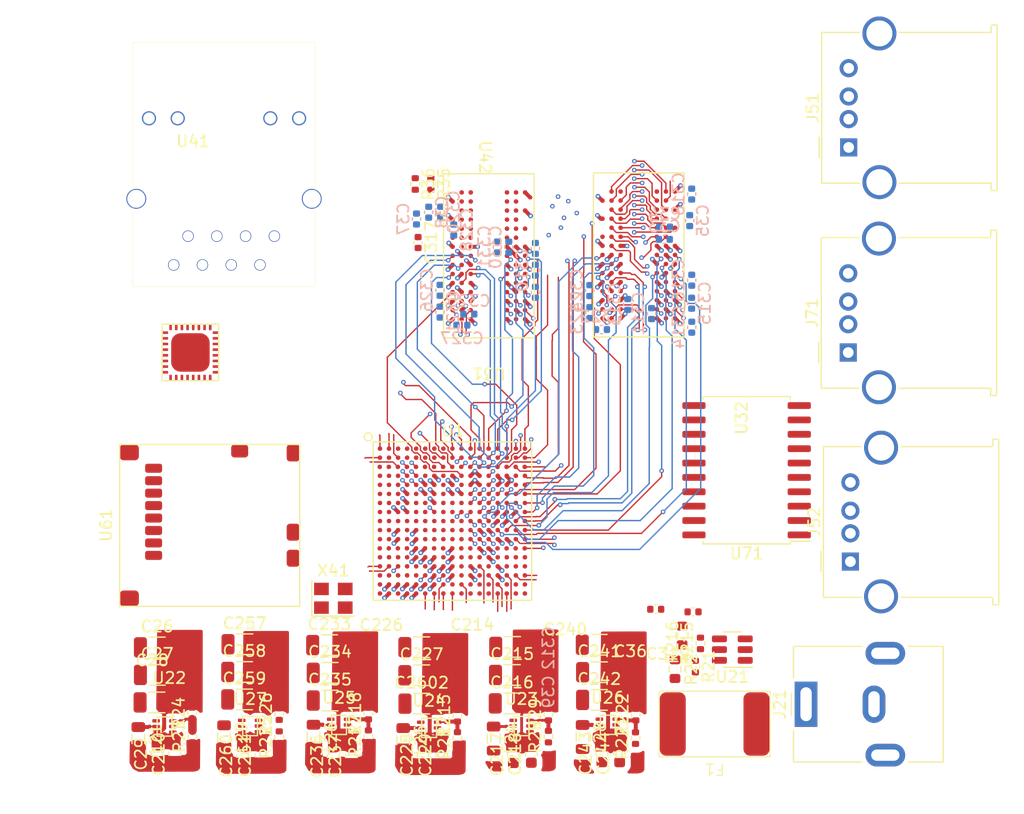
<source format=kicad_pcb>
(kicad_pcb (version 20240108) (generator "pcbnew") (generator_version "8.0")
  (layers (0 "F.Cu" signal "L1 (Sig)") (1 "In1.Cu" power "L2 (GND)") (2 "In2.Cu" power "L3 (PWR)") (3 "In3.Cu" signal "L4 (Sig)") (4 "In4.Cu" power "L5 (GND)") (5 "In5.Cu" signal "L6 (Sig)") (6 "In6.Cu" power "L7 (GND)") (7 "In7.Cu" signal "L8 (Sig)") (8 "In8.Cu" power "L9 (GND)") (31 "B.Cu" signal "L10 (Sig)") (34 "B.Paste" user) (35 "F.Paste" user) (36 "B.SilkS" user "B.Silkscreen") (37 "F.SilkS" user "F.Silkscreen") (38 "B.Mask" user) (39 "F.Mask" user) (44 "Edge.Cuts" user))
  (net 0 "")
  (net 1 "5V")
  (net 2 "GND")
  (net 3 "Net-(U1E-DDR_RESETN)")
  (net 4 "VCC_1_2")
  (net 5 "VCC_3_3_C")
  (net 6 "VCC_2_5")
  (net 7 "USBA_5V")
  (net 8 "USBA_DM")
  (net 9 "USBA_DP")
  (net 10 "USBA_SHLD")
  (net 11 "USBB_5V")
  (net 12 "USBB_DM")
  (net 13 "USBB_DP")
  (net 14 "USBB_SHLD")
  (net 16 "unconnected-(U1A-PA31-PadR17)")
  (net 17 "SD_VDD")
  (net 23 "/Power Managment_2/VCC_3_3_A_SW")
  (net 24 "/Power Managment_2/VCC_3_3_B_FB")
  (net 25 "Net-(U27-SW)")
  (net 26 "Net-(U27-FB)")
  (net 35 "PB23_MDIO")
  (net 36 "PB21_ETH_TX_D1")
  (net 37 "/MPU-SAMA5D27C_1/PB18_NC")
  (net 38 "/MPU-SAMA5D27C_1/PB9_NC")
  (net 39 "/MPU-SAMA5D27C_1/PB8_NC")
  (net 40 "/MPU-SAMA5D27C_1/PB3_NC")
  (net 41 "/MPU-SAMA5D27C_1/PB2_NC")
  (net 42 "/MPU-SAMA5D27C_1/PB1_NC")
  (net 43 "/DDR2_3/DDR_D19")
  (net 44 "/DDR2_3/DDR_D20")
  (net 45 "/DDR2_3/DDR_D23")
  (net 46 "/DDR2_3/DDR_D1")
  (net 47 "/DDR2_3/DDR_D3")
  (net 48 "/DDR2_3/DDR_D4")
  (net 49 "/DDR2_3/DDR_D6")
  (net 50 "/DDR2_3/DDR_A11")
  (net 51 "/DDR2_3/DDR_A12")
  (net 52 "PB27_UART_TX")
  (net 53 "/MPU-SAMA5D27C_1/PB25_NC")
  (net 54 "PB20_ETH_TX_D0")
  (net 55 "/MPU-SAMA5D27C_1/PB13_NC")
  (net 56 "/MPU-SAMA5D27C_1/PB11_NC")
  (net 57 "/MPU-SAMA5D27C_1/PB4_NC")
  (net 58 "/MPU-SAMA5D27C_1/PB5_NC")
  (net 59 "/DDR2_3/DDR_D16")
  (net 60 "/DDR2_3/DDR_D17")
  (net 61 "/DDR2_3/DDR_DQS2-")
  (net 62 "/DDR2_3/DDR_D22")
  (net 63 "/DDR2_3/DDR_D0")
  (net 64 "/DDR2_3/DDR_DQS0+")
  (net 65 "/DDR2_3/DDR_DQS0-")
  (net 66 "/DDR2_3/DDR_D7")
  (net 67 "/DDR2_3/DDR_A3")
  (net 68 "/DDR2_3/DDR_A2")
  (net 69 "/MPU-SAMA5D27C_1/PB31_NC")
  (net 70 "/MPU-SAMA5D27C_1/PB28_NC")
  (net 71 "PB22_MDC")
  (net 72 "PB17_ETH_RXER_ISO")
  (net 73 "PB14_ETH_RXC_BC")
  (net 74 "/MPU-SAMA5D27C_1/PB7_NC")
  (net 75 "/MPU-SAMA5D27C_1/PB6_NC")
  (net 76 "/DDR2_3/DDR_DQM2")
  (net 77 "/DDR2_3/DDR_D18")
  (net 78 "/DDR2_3/DDR_DQS2+")
  (net 79 "/DDR2_3/DDR_DQM0")
  (net 80 "/DDR2_3/DDR_D2")
  (net 81 "/DDR2_3/DDR_D5")
  (net 82 "/DDR2_3/DDR_A8")
  (net 83 "/DDR2_3/DDR_A10")
  (net 84 "/DDR2_3/DDR_A4")
  (net 85 "/DDR2_3/DDR_A1")
  (net 86 "/MPU-SAMA5D27C_1/PC9_NC")
  (net 87 "/MPU-SAMA5D27C_1/PB30_NC")
  (net 88 "/MPU-SAMA5D27C_1/PB29_NC")
  (net 89 "PB19_ETH_RXD1_PHYAD2")
  (net 90 "PB16_ETH_RXDIV_CONFIG2")
  (net 91 "/MPU-SAMA5D27C_1/PB12_NC")
  (net 92 "/MPU-SAMA5D27C_1/PC31_NC")
  (net 93 "/DDR2_3/DDR_D21")
  (net 94 "/DDR2_3/DDR_A9")
  (net 95 "/DDR2_3/DDR_CLK-")
  (net 96 "/MPU-SAMA5D27C_1/PC12_NC")
  (net 97 "/MPU-SAMA5D27C_1/PC11_NC")
  (net 98 "/MPU-SAMA5D27C_1/PC10_NC")
  (net 99 "PB26_UART_RX")
  (net 100 "PB24_~{INTRP}_NAND")
  (net 101 "/MPU-SAMA5D27C_1/PC28_NC")
  (net 102 "/MPU-SAMA5D27C_1/PD1_NC")
  (net 103 "/DDR2_3/DDR_CAL")
  (net 104 "/DDR2_3/DDR_CLK+")
  (net 105 "/MPU-SAMA5D27C_1/PC17_NC")
  (net 106 "/MPU-SAMA5D27C_1/PC15_NC")
  (net 107 "/MPU-SAMA5D27C_1/PC13_NC")
  (net 108 "/MPU-SAMA5D27C_1/PC14_NC")
  (net 109 "/MPU-SAMA5D27C_1/PC30_NC")
  (net 110 "/DDR2_3/DDR_A7")
  (net 111 "/DDR2_3/DDR_A0")
  (net 112 "/DDR2_3/DDR_RAS")
  (net 113 "/DDR2_3/DDR_A6")
  (net 114 "/DDR2_3/DDR_WE")
  (net 115 "/DDR2_3/DDR_CKE")
  (net 116 "/DDR2_3/DDR_BA2")
  (net 117 "/MPU-SAMA5D27C_1/PC21_NC")
  (net 118 "/MPU-SAMA5D27C_1/PC19_NC")
  (net 119 "/MPU-SAMA5D27C_1/PC20_NC")
  (net 120 "/MPU-SAMA5D27C_1/PC23_NC")
  (net 121 "/MPU-SAMA5D27C_1/PC16_NC")
  (net 122 "/MPU-SAMA5D27C_1/PC29_NC")
  (net 123 "/MPU-SAMA5D27C_1/PD2_NC")
  (net 124 "/MPU-SAMA5D27C_1/PD0_NC")
  (net 125 "/DDR2_3/DDR_A13")
  (net 126 "/DDR2_3/DDR_CAS")
  (net 127 "/DDR2_3/DDR_CS")
  (net 128 "/DDR2_3/DDR_A5")
  (net 129 "/DDR2_3/DDR_DQM1")
  (net 130 "/DDR2_3/DDR_D9")
  (net 131 "/DDR2_3/DDR_D8")
  (net 132 "/MPU-SAMA5D27C_1/PC24_NC")
  (net 133 "/MPU-SAMA5D27C_1/PC22_NC")
  (net 134 "/MPU-SAMA5D27C_1/PC25_NC")
  (net 135 "/MPU-SAMA5D27C_1/PC18_NC")
  (net 136 "PB15_ETH_TX_EN")
  (net 137 "/MPU-SAMA5D27C_1/PB10_NC")
  (net 138 "/MPU-SAMA5D27C_1/PC27_NC")
  (net 139 "/DDR2_3/DDR_D25")
  (net 140 "/DDR2_3/DDR_DQM3")
  (net 141 "/DDR2_3/DDR_BA0")
  (net 142 "/DDR2_3/DDR_BA1")
  (net 143 "/DDR2_3/DDR_D10")
  (net 144 "/MPU-SAMA5D27C_1/PD8_NC")
  (net 145 "/MPU-SAMA5D27C_1/PD6_NC")
  (net 146 "/MPU-SAMA5D27C_1/PD10_NC")
  (net 147 "/MPU-SAMA5D27C_1/PD5_NC")
  (net 148 "/MPU-SAMA5D27C_1/PD18_NC")
  (net 149 "/MPU-SAMA5D27C_1/PD4_NC")
  (net 150 "/MPU-SAMA5D27C_1/PD7_NC")
  (net 151 "/MPU-SAMA5D27C_1/PB0_NC")
  (net 152 "/MPU-SAMA5D27C_1/PC26_NC")
  (net 153 "/MPU-SAMA5D27C_1/PC8_NC")
  (net 154 "/DDR2_3/DDR_D26")
  (net 155 "/DDR2_3/DDR_D24")
  (net 156 "/DDR2_3/DDR_D13")
  (net 157 "/DDR2_3/DDR_DQS1-")
  (net 158 "/DDR2_3/DDR_DQS1+")
  (net 159 "/MPU-SAMA5D27C_1/PD3_NC")
  (net 160 "/MPU-SAMA5D27C_1/PD17_NC")
  (net 161 "/MPU-SAMA5D27C_1/PD14_NC")
  (net 162 "/MPU-SAMA5D27C_1/PD19_NC")
  (net 163 "/MPU-SAMA5D27C_1/PD15_NC")
  (net 164 "/MPU-SAMA5D27C_1/PD12_NC")
  (net 165 "/MPU-SAMA5D27C_1/PD9_NC")
  (net 166 "/MPU-SAMA5D27C_1/PC6_NC")
  (net 167 "/DDR2_3/DDR_D27")
  (net 168 "/DDR2_3/DDR_D14")
  (net 169 "/DDR2_3/DDR_D15")
  (net 170 "/DDR2_3/DDR_D12")
  (net 171 "/DDR2_3/DDR_D11")
  (net 172 "/MPU-SAMA5D27C_1/PD16_NC")
  (net 173 "/MPU-SAMA5D27C_1/PD13_NC")
  (net 174 "/MPU-SAMA5D27C_1/PD22_NC")
  (net 175 "/MPU-SAMA5D27C_1/PD25_NC")
  (net 176 "/MPU-SAMA5D27C_1/PD24_NC")
  (net 177 "/MPU-SAMA5D27C_1/PD27_NC")
  (net 178 "/MPU-SAMA5D27C_1/PD30_NC")
  (net 179 "/MPU-SAMA5D27C_1/PC5_NC")
  (net 180 "/DDR2_3/DDR_D29")
  (net 181 "/DDR2_3/DDR_D30")
  (net 182 "/DDR2_3/DDR_D28")
  (net 183 "/DDR2_3/DDR_DQS3-")
  (net 184 "/DDR2_3/DDR_DQS3+")
  (net 185 "/MPU-SAMA5D27C_1/PD11_NC")
  (net 186 "/MPU-SAMA5D27C_1/PD20_NC")
  (net 187 "/MPU-SAMA5D27C_1/PD23_NC")
  (net 188 "/MPU-SAMA5D27C_1/PD28_NC")
  (net 189 "/MPU-SAMA5D27C_1/PD31_NC")
  (net 190 "/MPU-SAMA5D27C_1/PIOBU7_NC")
  (net 191 "/MPU-SAMA5D27C_1/PA16_NC")
  (net 192 "/MPU-SAMA5D27C_1/PC4_NC")
  (net 193 "/MPU-SAMA5D27C_1/PA14_NC")
  (net 194 "/MPU-SAMA5D27C_1/PC3_NC")
  (net 195 "/MPU-SAMA5D27C_1/PC7_NC")
  (net 196 "/DDR2_3/DDR_D31")
  (net 197 "/MPU-SAMA5D27C_1/PD21_NC")
  (net 198 "/MPU-SAMA5D27C_1/PD26_NC")
  (net 199 "/MPU-SAMA5D27C_1/PD29_NC")
  (net 200 "/MPU-SAMA5D27C_1/PIOBU1_NC")
  (net 201 "/MPU-SAMA5D27C_1/PA8_NC")
  (net 202 "/MPU-SAMA5D27C_1/PA9_NC")
  (net 203 "/MPU-SAMA5D27C_1/PC1_NC")
  (net 204 "/MPU-SAMA5D27C_1/PC2_NC")
  (net 205 "/MPU-SAMA5D27C_1/PA12_NC")
  (net 206 "/MPU-SAMA5D27C_1/PA15_NC")
  (net 207 "/MPU-SAMA5D27C_1/PA17_NC")
  (net 208 "/MPU-SAMA5D27C_1/XIN32")
  (net 209 "/MPU-SAMA5D27C_1/XOUT32")
  (net 210 "/MPU-SAMA5D27C_1/TST")
  (net 211 "/MPU-SAMA5D27C_1/PIOBU5_NC")
  (net 212 "/MPU-SAMA5D27C_1/PIOBU6_NC")
  (net 213 "/MPU-SAMA5D27C_1/PA1_NC")
  (net 214 "PA20_SD_DAT2")
  (net 215 "/MPU-SAMA5D27C_1/PA11_NC")
  (net 216 "/MPU-SAMA5D27C_1/PA13_NC")
  (net 217 "/MPU-SAMA5D27C_1/PC0_NC")
  (net 218 "/MPU-SAMA5D27C_1/PIOBU2_NC")
  (net 219 "/MPU-SAMA5D27C_1/PIOBU0_NC")
  (net 220 "/MPU-SAMA5D27C_1/PIOBU4_NC")
  (net 221 "/MPU-SAMA5D27C_1/PIOBU3_NC")
  (net 222 "/MPU-SAMA5D27C_1/VBG")
  (net 223 "/MPU-SAMA5D27C_1/PA3_NC")
  (net 224 "/MPU-SAMA5D27C_1/PA6_NC")
  (net 225 "PA21_SD_DAT3")
  (net 226 "PA30_SD_DET_SW")
  (net 227 "PA28_SD_CMD")
  (net 228 "/MPU-SAMA5D27C_1/COMPP_NC")
  (net 229 "/MPU-SAMA5D27C_1/VDDAUIDOPLL")
  (net 230 "/MPU-SAMA5D27C_1/VDDOSC")
  (net 231 "/MPU-SAMA5D27C_1/HHSDPDATC_NC")
  (net 232 "/MPU-SAMA5D27C_1/SDCAL")
  (net 233 "/MPU-SAMA5D27C_1/PA2_NC")
  (net 234 "/MPU-SAMA5D27C_1/PA5_NC")
  (net 235 "/MPU-SAMA5D27C_1/PA7_NC")
  (net 236 "PA19_SD_DAT1")
  (net 237 "/MPU-SAMA5D27C_1/COMPN_NC")
  (net 238 "/MPU-SAMA5D27C_1/VDDPLLA")
  (net 239 "/MPU-SAMA5D27C_1/XOUT")
  (net 240 "/MPU-SAMA5D27C_1/XIN")
  (net 241 "/MPU-SAMA5D27C_1/HHSDMSTRC_NC")
  (net 242 "/MPU-SAMA5D27C_1/PA0_NC")
  (net 243 "/MPU-SAMA5D27C_1/PA4_NC")
  (net 244 "/MPU-SAMA5D27C_1/PA10_NC")
  (net 245 "PA18_SD_DAT0")
  (net 246 "PA22_SD_CLK")
  (net 247 "/Power Managment_2/PS_GRP2_EN")
  (net 248 "/Power Managment_2/PS_GRP1_EN")
  (net 249 "VDDBU")
  (net 250 "/UART_7/VDD")
  (net 251 "/UART_7/OSC1")
  (net 252 "/UART_7/OSC2")
  (net 253 "/UART_7/~{RST}")
  (net 254 "/UART_7/TX_LED")
  (net 255 "/UART_7/RX_LED")
  (net 263 "/UART_7/VUSB")
  (net 264 "/UART_7/D-")
  (net 265 "/UART_7/D+")
  (net 266 "/Ethernet_MAC_4/ETH_XI")
  (net 267 "/Ethernet_MAC_4/ETH_XO")
  (net 268 "/MPU-SAMA5D27C_1/PA26_NC")
  (net 269 "/MPU-SAMA5D27C_1/PA25_NC")
  (net 270 "/MPU-SAMA5D27C_1/PA23_NC")
  (net 271 "/MPU-SAMA5D27C_1/PA27_NC")
  (net 272 "/MPU-SAMA5D27C_1/PA24_NC")
  (net 273 "/Ethernet_MAC_4/ETH_RXD2_PHYAD1")
  (net 274 "/Ethernet_MAC_4/RXM")
  (net 275 "/Ethernet_MAC_4/ETH_RXD3_PHYAD0")
  (net 276 "/Ethernet_MAC_4/REXT")
  (net 277 "/Ethernet_MAC_4/ETH_RXDIV_CONFIG2")
  (net 278 "/Ethernet_MAC_4/VDDA_3V3")
  (net 279 "/Ethernet_MAC_4/ETH_CRS_CONFI1")
  (net 280 "/Ethernet_MAC_4/ETH_RXC_BC")
  (net 281 "/Ethernet_MAC_4/ETH_TX_EN")
  (net 282 "/Ethernet_MAC_4/ETH_LED1")
  (net 283 "/Ethernet_MAC_4/ETH_RXER_ISO")
  (net 284 "/Ethernet_MAC_4/TXP")
  (net 285 "/Ethernet_MAC_4/ETH_COL_CONFI2")
  (net 286 "/Ethernet_MAC_4/ETH_LED0")
  (net 287 "/Ethernet_MAC_4/MDIO")
  (net 289 "/Ethernet_MAC_4/ETH_RXD0_DUPLEX")
  (net 290 "/Ethernet_MAC_4/RXP")
  (net 291 "~{RESET}")
  (net 293 "/Ethernet_MAC_4/TXM")
  (net 294 "/Ethernet_MAC_4/~{INTRP}_NAND")
  (net 295 "/Ethernet_MAC_4/ETH_RXD1_PHYAD2")
  (net 296 "/Ethernet_MAC_4/VDDIO")
  (net 297 "/Ethernet_MAC_4/ETH_TX_D0")
  (net 298 "DDR_VREF")
  (net 299 "/Ethernet_MAC_4/MDC")
  (net 300 "/Ethernet_MAC_4/ETH_TX_D1")
  (net 302 "CH_GND")
  (net 303 "/Ethernet_MAC_4/LED0_PWR")
  (net 304 "/Ethernet_MAC_4/CT1")
  (net 305 "/Ethernet_MAC_4/CT2")
  (net 306 "/Ethernet_MAC_4/LED1_PWR")
  (net 308 "SD_CMD")
  (net 309 "DET_LEVER")
  (net 310 "SD_CLK")
  (net 311 "SD_DET_SW")
  (net 312 "/Power Managment_2/VCC_3_3_A_FB")
  (net 313 "/Power Managment_2/VCC_3_3_B_SW")
  (net 314 "/Power Managment_2/VCC_3_3_C_SW")
  (net 315 "/Power Managment_2/VCC_3_3_C_FB")
  (net 316 "/Power Managment_2/VCC_1_2_SW")
  (net 317 "/Power Managment_2/VCC_1_2_DDR_SW")
  (net 318 "/Power Managment_2/VCC_1_2_FB")
  (net 319 "/Power Managment_2/VCC_1_2_DDR_FB")
  (net 320 "VCC_1_8_DDR")
  (net 321 "USB_UART_SHLD")
  (net 322 "/Power Managment_2/PS_GRP1_EN_DIV")
  (net 323 "/Power Managment_2/PS_GRP2_EN_DIV")
  (net 324 "VCC")
  (net 325 "Net-(U31-ODT)")
  (net 326 "Net-(U32-ODT)")
  (footprint "Inductor_SMD:L_0805_2012Metric" (layer "F.Cu") (at 109.58 113.775 -90)
    (property "Reference" "L26")
    (property "Value" "1u")
  )
  (footprint "Resistor_SMD:R_0402_1005Metric" (layer "F.Cu") (at 114.43 111.725 90)
    (property "Reference" "R218")
    (property "Value" "10k")
  )
  (footprint "Capacitor_SMD:C_1206_3216Metric" (layer "F.Cu") (at 134.79 105.645)
    (property "Reference" "C240")
    (property "Value" "10u")
  )
  (footprint "Capacitor_SMD:C_0603_1608Metric" (layer "F.Cu") (at 119.26 115.375 90)
    (property "Reference" "C228")
    (property "Value" "22u")
  )
  (footprint "Resistor_SMD:R_0402_1005Metric" (layer "F.Cu") (at 114.43 113.725 90)
    (property "Reference" "R217")
    (property "Value" "10k")
  )
  (footprint "Capacitor_SMD:C_1206_3216Metric" (layer "F.Cu") (at 103.48 110.475)
    (property "Reference" "C259")
    (property "Value" "0.1u")
  )
  (footprint "Capacitor_SMD:C_1206_3216Metric" (layer "F.Cu") (at 119.13 110.85)
    (property "Reference" "C2602")
    (property "Value" "0.1u")
  )
  (footprint "Connector_USB:USB_A_Molex_67643_Horizontal" (layer "F.Cu") (at 156.8 79.825 90)
    (property "Reference" "J71")
    (property "Value" "USB_A")
  )
  (footprint "fryelabs_kicad_footprint_lib:TPS564247DRLR" (layer "F.Cu") (at 119.79 112.99)
    (property "Reference" "U24")
    (property "Value" "TPS564242DRL")
  )
  (footprint "Capacitor_SMD:C_0402_1005Metric" (layer "F.Cu") (at 118.815 70.105 -90)
    (property "Reference" "C317")
    (property "Value" "10u")
  )
  (footprint "Capacitor_SMD:C_1206_3216Metric" (layer "F.Cu") (at 119.12 105.86)
    (property "Reference" "C226")
    (property "Value" "10u")
  )
  (footprint "Capacitor_SMD:C_0603_1608Metric" (layer "F.Cu") (at 120.89 115.38 90)
    (property "Reference" "C229")
    (property "Value" "22u")
  )
  (footprint "Inductor_SMD:L_0805_2012Metric" (layer "F.Cu") (at 117.5 114.07 -90)
    (property "Reference" "L25")
    (property "Value" "2.2u")
  )
  (footprint "Inductor_SMD:L_0805_2012Metric" (layer "F.Cu") (at 125.485 113.935 -90)
    (property "Reference" "L24")
    (property "Value" "2.2u")
  )
  (footprint "Resistor_SMD:R_0402_1005Metric" (layer "F.Cu") (at 118.565 64.93 -90)
    (property "Reference" "R36")
    (property "Value" "100k")
  )
  (footprint "Resistor_SMD:R_0603_1608Metric" (layer "F.Cu") (at 142.125 104.825 90)
    (property "Reference" "R216")
    (property "Value" "36.5k")
  )
  (footprint "Capacitor_SMD:C_1206_3216Metric" (layer "F.Cu") (at 95.77 105.88)
    (property "Reference" "C26")
    (property "Value" "10u")
  )
  (footprint "fryelabs_kicad_footprint_lib:TPS564247DRLR" (layer "F.Cu") (at 135.565 112.72)
    (property "Reference" "U26")
    (property "Value" "TPS564242DRL")
  )
  (footprint "Capacitor_SMD:C_1206_3216Metric" (layer "F.Cu") (at 95.74 110.74)
    (property "Reference" "C28")
    (property "Value" "0.1u")
  )
  (footprint "Capacitor_SMD:C_1206_3216Metric" (layer "F.Cu") (at 127.145 105.835)
    (property "Reference" "C214")
    (property "Value" "10u")
  )
  (footprint "Connector_USB:USB_A_Molex_67643_Horizontal" (layer "F.Cu") (at 156.84 61.7 90)
    (property "Reference" "J51")
    (property "Value" "USB_A")
  )
  (footprint "Resistor_SMD:R_0402_1005Metric" (layer "F.Cu") (at 98.89 113.75 90)
    (property "Reference" "R23")
    (property "Value" "100k")
  )
  (footprint "fryelabs_kicad_footprint_lib:TPS564247DRLR" (layer "F.Cu") (at 111.84 112.725)
    (property "Reference" "U25")
    (property "Value" "TPS564242DRL")
  )
  (footprint "Package_TO_SOT_SMD:SOT-23-6" (layer "F.Cu") (at 146.5625 106.075 180)
    (property "Reference" "U21")
    (property "Value" "LM3880")
  )
  (footprint "Connector_USB:USB_A_Molex_67643_Horizontal" (layer "F.Cu") (at 156.99 98.3 90)
    (property "Reference" "J52")
    (property "Value" "USB_A")
  )
  (footprint "Resistor_SMD:R_0402_1005Metric" (layer "F.Cu") (at 122.29 111.92 90)
    (property "Reference" "R213")
    (property "Value" "22.1k")
  )
  (footprint "Capacitor_SMD:C_1206_3216Metric" (layer "F.Cu") (at 127.125 108.315)
    (property "Reference" "C215")
    (property "Value" "10u")
  )
  (footprint "Oscillator:Oscillator_SMD_Abracon_ASE-4Pin_3.2x2.5mm" (layer "F.Cu") (at 111.33 101.54)
    (property "Reference" "X41")
    (property "Value" "ECS-2520MV-xxx-xx")
  )
  (footprint "Resistor_SMD:R_0402_1005Metric" (layer "F.Cu") (at 130.325 113.765 90)
    (property "Reference" "R28")
    (property "Value" "100k")
  )
  (footprint "Package_SO:SOIC-20W_7.5x12.8mm_P1.27mm" (layer "F.Cu") (at 147.825 90.225 180)
    (property "Reference" "U71")
    (property "Value" "MCP2200-I-SO")
  )
  (footprint "Capacitor_SMD:C_1206_3216Metric" (layer "F.Cu") (at 103.505 105.6)
    (property "Reference" "C257")
    (property "Value" "10u")
  )
  (footprint "Resistor_SMD:R_0402_1005Metric" (layer "F.Cu") (at 138.015 113.895 90)
    (property "Reference" "R221")
    (property "Value" "20k")
  )
  (footprint "Resistor_SMD:R_0402_1005Metric" (layer "F.Cu") (at 106.555 113.81 90)
    (property "Reference" "R225")
    (property "Value" "32k")
  )
  (footprint "Capacitor_SMD:C_0603_1608Metric" (layer "F.Cu") (at 103.305 115.45 90)
    (property "Reference" "C260")
    (property "Value" "22u")
  )
  (footprint "Capacitor_SMD:C_0603_1608Metric" (layer "F.Cu") (at 127.225 115.315 90)
    (property "Reference" "C217")
    (property "Value" "22u")
  )
  (footprint "Capacitor_SMD:C_1206_3216Metric" (layer "F.Cu") (at 95.77 108.31)
    (property "Reference" "C27")
    (property "Value" "10u")
  )
  (footprint "Connector_BarrelJack:BarrelJack_CUI_PJ-063AH_Horizontal" (layer "F.Cu") (at 153.075 110.9 90)
    (property "Reference" "J21")
    (property "Value" "Barrel_Jack_Switch_Pin3Ring")
  )
  (footprint "Capacitor_SMD:C_1206_3216Metric" (layer "F.Cu") (at 110.98 105.675)
    (property "Reference" "C233")
    (property "Value" "10u")
  )
  (footprint "Capacitor_SMD:C_1206_3216Metric" (layer "F.Cu") (at 134.815 110.52)
    (property "Reference" "C242")
    (property "Value" "0.1u")
  )
  (footprint "Resistor_SMD:R_0402_1005Metric" (layer "F.Cu") (at 138.04 111.82 90)
    (property "Reference" "R222")
    (property "Value" "10k")
  )
  (footprint "Capacitor_SMD:C_0603_1608Metric" (layer "F.Cu") (at 135.04 115.245 90)
    (property "Reference" "C243")
    (property "Value" "22u")
  )
  (footprint "Capacitor_SMD:C_0402_1005Metric" (layer "F.Cu") (at 139.8 102.51 180)
    (property "Reference" "C36")
    (property "Value" "1u")
  )
  (footprint "fryelabs_kicad_footprint_lib:TPS564247DRLR" (layer "F.Cu") (at 103.98 112.825)
    (property "Reference" "U27")
    (property "Value" "TPS564242DRL")
  )
  (footprint "Resistor_SMD:R_0402_1005Metric" (layer "F.Cu") (at 119.94 64.93 -90)
    (property "Reference" "R35")
    (property "Value" "100k")
  )
  (footprint "Resistor_SMD:R_0402_1005Metric" (layer "F.Cu") (at 98.86 111.71 90)
    (property "Reference" "R24")
    (property "Value" "22.1k")
  )
  (footprint "Inductor_SMD:L_0805_2012Metric" (layer "F.Cu") (at 133.34 113.795 -90)
    (property "Reference" "L28")
    (property "Value" "1u")
  )
  (footprint "Resistor_SMD:R_0402_1005Metric" (layer "F.Cu") (at 130.325 111.815 90)
    (property "Reference" "R29")
    (property "Value" "22.1k")
  )
  (footprint "fryelabs_kicad_footprint_lib:W972GG6KB-25" (layer "F.Cu") (at 138.3 71.2 180)
    (property "Reference" "U32")
    (property "Value" "W972GG6KB-25")
  )
  (footprint "Capacitor_SMD:C_0603_1608Metric" (layer "F.Cu") (at 136.615 115.245 90)
    (property "Reference" "C244")
    (property "Value" "22u")
  )
  (footprint "Inductor_SMD:L_0805_2012Metric" (layer "F.Cu") (at 101.68 113.825 -90)
    (property "Reference" "L29")
    (property "Value" "1u")
  )
  (footprint "fryelabs_kicad_footprint_lib:TPS564247DRLR" (layer "F.Cu") (at 96.42 112.87)
    (property "Reference" "U22")
    (property "Value" "TPS564242DRL")
  )
  (footprint "Resistor_SMD:R_0402_1005Metric" (layer "F.Cu") (at 143.3 107.575 -90)
    (property "Reference" "R21")
    (property "Value" "100k")
  )
  (footprint "Capacitor_SMD:C_0603_1608Metric" (layer "F.Cu") (at 111.33 115.475 90)
    (property "Reference" "C236")
    (property "Value" "22u")
  )
  (footprint "Capacitor_SMD:C_0603_1608Metric" (layer "F.Cu") (at 97.34 115.29 90)
    (property "Reference" "C210")
    (property "Value" "22u")
  )
  (footprint "Capacitor_SMD:C_1206_3216Metric" (layer "F.Cu") (at 127.105 110.825)
    (property "Reference" "C216")
    (property "Value" "0.1u")
  )
  (footprint "Capacitor_SMD:C_1206_3216Metric" (layer "F.Cu") (at 111.03 110.575)
    (property "Reference" "C235")
    (property "Value" "0.1u")
  )
  (footprint "Resistor_SMD:R_0603_1608Metric" (layer "F.Cu") (at 141.5 107.8 -90)
    (property "Reference" "R22")
    (property "Value" "36.5k")
  )
  (footprint "Capacitor_SMD:C_0603_1608Metric" (layer "F.Cu") (at 95.77 115.3 90)
    (property "Reference" "C29")
    (property "Value" "22u")
  )
  (footprint "Capacitor_SMD:C_0603_1608Metric" (layer "F.Cu") (at 128.815 115.295 90)
    (property "Reference" "C218")
    (property "Value" "22u")
  )
  (footprint "Resistor_SMD:R_0402_1005Metric" (layer "F.Cu") (at 106.555 111.775 90)
    (property "Reference" "R226")
    (property "Value" "10k")
  )
  (footprint "Capacitor_SMD:C_0603_1608Metric" (layer "F.Cu") (at 104.955 115.425 90)
    (property "Reference" "C261")
    (property "Value" "22u")
  )
  (footprint "Resistor_SMD:R_0402_1005Metric" (layer "F.Cu") (at 122.29 113.88 90)
    (property "Reference" "R212")
    (property "Value" "100k")
  )
  (footprint "fryelabs_kicad_footprint_lib:W972GG6KB-25" (layer "F.Cu") (at 125.065 71.28 180)
    (property "Reference" "U31")
    (property "Value" "W972GG6KB-25")
  )
  (footprint "Capacitor_SMD:C_0402_1005Metric" (layer "F.Cu") (at 143.095 102.74 180)
    (property "Reference" "C319")
    (property "Value" "1u")
  )
  (footprint "fryelabs_kicad_footprint_lib:KSZ8081RNB" (layer "F.Cu") (at 98.71 79.82)
    (property "Reference" "U41")
    (property "Value" "KSZ8081RNB")
  )
  (footprint "fryelabs_kicad_footprint_lib:0ZCF0050FF2C" (layer "F.Cu") (at 145 112.65 180)
    (property "Reference" "F1")
    (property "Value" "Fuse")
  )
  (footprint "fryelabs_kicad_footprint_lib:ATSAMA5D27C" (layer "F.Cu") (at 121.846777 94.716777)
    (property "Reference" "U1")
    (property "Value" "ATSAMA5D27C")
  )
  (footprint "Capacitor_SMD:C_1206_3216Metric" (layer "F.Cu") (at 119.12 108.34)
    (property "Reference" "C227")
    (property "Value" "10u")
  )
  (footprint "fryelabs_kicad_footprint_lib:TPS564247DRLR" (layer "F.Cu") (at 127.955 112.825)
    (property "Reference" "U23")
    (property "Value" "TPS564242DRL")
  )
  (footprint "Capacitor_SMD:C_1206_3216Metric" (layer "F.Cu") (at 134.815 108.07)
    (property "Reference" "C241")
    (property "Value" "10u")
  )
  (footprint "Inductor_SMD:L_0805_2012Metric" (layer "F.Cu") (at 94.11 113.98 -90)
    (property "Reference" "L21")
    (property "Value" "2.2u")
  )
  (footprint "Capacitor_SMD:C_0603_1608Metric" (layer "F.Cu") (at 112.93 115.475 90)
    (property "Reference" "C237")
    (property "Value" "22u")
  )
  (footprint "fryelabs_kicad_footprint_lib:molex_5025700893" (layer "F.Cu") (at 100.41 95.1 90)
    (property "Reference" "U61")
    (property "Value" "molex_5025700893")
  )
  (footprint "Capacitor_SMD:C_1206_3216Metric" (layer "F.Cu") (at 103.48 108.05)
    (property "Reference" "C258")
    (property "Value" "10u")
  )
  (footprint "fryelabs_kicad_footprint_lib:SI-60110-F" (layer "F.Cu") (at 101.6794 63.194 180)
    (property "Reference" "U42")
    (property "Value" "SI-60110-F")
  )
  (footprint "Capacitor_SMD:C_1206_3216Metric" (layer "F.Cu") (at 111.03 108.125)
    (property "Reference" "C234")
    (property "Value" "10u")
  )
  (footprint "Resistor_SMD:R_0402_1005Metric" (layer "F.Cu") (at 143.75 105.525 90)
    (property "Reference" "R215")
    (property "Value" "100k")
  )
  (footprint "Capacitor_SMD:C_0402_1005Metric" (layer "B.Cu") (at 119.75 67.425 90)
    (property "Reference" "C38")
    (property "Value" "100n")
  )
  (footprint "Capacitor_SMD:C_0402_1005Metric" (layer "B.Cu") (at 140.58 68.735 180)
    (property "Reference" "C34")
    (property "Value" "1n")
  )
  (footprint "Capacitor_SMD:C_0402_1005Metric" (layer "B.Cu") (at 122.685 77.405)
    (property "Reference" "C327")
    (property "Value" "1n")
  )
  (footprint "Capacitor_SMD:C_0402_1005Metric" (layer "B.Cu") (at 129.175 70.625 90)
    (property "Reference" "C39")
    (property "Value" "100n")
  )
  (footprint "Capacitor_SMD:C_0402_1005Metric" (layer "B.Cu") (at 123.295 76.425 180)
    (property "Reference" "C325")
    (property "Value" "100n")
  )
  (footprint "Capacitor_SMD:C_0402_1005Metric" (layer "B.Cu") (at 129.175 74.5 90)
    (property "Reference" "C312")
    (property "Value" "100n")
  )
  (footprint "Capacitor_SMD:C_0402_1005Metric" (layer "B.Cu") (at 135.01 77.795 180)
    (property "Reference" "C322")
    (property "Value" "100n")
  )
  (footprint "Capacitor_SMD:C_0402_1005Metric" (layer "B.Cu") (at 142.98 77.585 -90)
    (property "Reference" "C314")
    (property "Value" "1n")
  )
  (footprint "Capacitor_SMD:C_0402_1005Metric" (layer "B.Cu") (at 142.97 75.465 90)
    (property "Reference" "C315")
    (property "Value" "1n")
  )
  (footprint "Capacitor_SMD:C_0402_1005Metric" (layer "B.Cu") (at 140.56 69.825 180)
    (property "Reference" "C33")
    (property "Value" "100n")
  )
  (footprint "Capacitor_SMD:C_0402_1005Metric" (layer "B.Cu") (at 133.975 76.3 -90)
    (property "Reference" "C323")
    (property "Value" "100n")
  )
  (footprint "Capacitor_SMD:C_0402_1005Metric" (layer "B.Cu") (at 125.815 70.505 -90)
    (property "Reference" "C331")
    (property "Value" "100nf")
  )
  (footprint "Capacitor_SMD:C_0402_1005Metric" (layer "B.Cu") (at 142.98 73.435 -90)
    (property "Reference" "C316")
    (property "Value" "1n")
  )
  (footprint "Capacitor_SMD:C_0402_1005Metric" (layer "B.Cu") (at 142.975 65.825 -90)
    (property "Reference" "C318")
    (property "Value" "1u")
  )
  (footprint "Capacitor_SMD:C_0402_1005Metric" (layer "B.Cu") (at 129.175 72.55 -90)
    (property "Reference" "C310")
    (property "Value" "100n")
  )
  (footprint "Capacitor_SMD:C_0402_1005Metric" (layer "B.Cu") (at 142.8 68.17 90)
    (property "Reference" "C35")
    (property "Value" "10u")
  )
  (footprint "Capacitor_SMD:C_0402_1005Metric" (layer "B.Cu") (at 139.43 76.385 -90)
    (property "Reference" "C311")
    (property "Value" "100n")
  )
  (footprint "Capacitor_SMD:C_0402_1005Metric" (layer "B.Cu") (at 120.8 67.425 90)
    (property "Reference" "C320")
    (property "Value" "100n")
  )
  (footprint "Capacitor_SMD:C_0402_1005Metric" (layer "B.Cu") (at 120.75 76.25 90)
    (property "Reference" "C321")
    (property "Value" "100n")
  )
  (footprint "Capacitor_SMD:C_0402_1005Metric" (layer "B.Cu") (at 118.675 68.025 -90)
    (property "Reference" "C37")
    (property "Value" "1u")
  )
  (footprint "Capacitor_SMD:C_0402_1005Metric" (layer "B.Cu") (at 120.75 74.325 -90)
    (property "Reference" "C326")
    (property "Value" "1n")
  )
  (footprint "Capacitor_SMD:C_0402_1005Metric" (layer "B.Cu") (at 121.965 68.995 90)
    (property "Reference" "C328")
    (property "Value" "1n")
  )
  (footprint "Capacitor_SMD:C_0402_1005Metric" (layer "B.Cu") (at 133.975 74.35 -90)
    (property "Reference" "C324")
    (property "Value" "100n")
  )
  (footprint "Capacitor_SMD:C_0402_1005Metric" (layer "B.Cu") (at 137.325 75.575 -90)
    (property "Reference" "C313")
    (property "Value" "100n")
  )
  (footprint "Capacitor_SMD:C_0402_1005Metric" (layer "B.Cu") (at 126.825 70.515 -90)
    (property "Reference" "C330")
    (property "Value" "100n")
  )
  (segment (start 122.665 72.88) (end 122.665 72.885) (width 0.35) (layer "F.Cu") (net 2))
  (segment (start 122.665 71.28) (end 122.665 71.285) (width 0.35) (layer "F.Cu") (net 2))
  (segment (start 119.87 113.49) (end 119.84 113.52) (width 0.15) (layer "F.Cu") (net 2))
  (segment (start 125.062875 97.127875) (end 125.451777 97.516777) (width 0.35) (layer "F.Cu") (net 2))
  (segment (start 127.465 74.48) (end 127.48 74.48) (width 0.35) (layer "F.Cu") (net 2))
  (segment (start 111.1 113.225) (end 111.63 113.225) (width 0.35) (layer "F.Cu") (net 2))
  (segment (start 95.86 113.55) (end 95.86 113.67) (width 0.35) (layer "F.Cu") (net 2))
  (segment (start 127.835 71.65) (end 127.85 71.65) (width 0.35) (layer "F.Cu") (net 2))
  (segment (start 127.465 72.89) (end 127.825 73.25) (width 0.35) (layer "F.Cu") (net 2))
  (segment (start 122.665 74.48) (end 122.655 74.48) (width 0.35) (layer "F.Cu") (net 2))
  (segment (start 141.975 66.71) (end 141.95 66.735) (width 0.35) (layer "F.Cu") (net 2))
  (segment (start 135.04 114.47) (end 135.59 113.92) (width 0.35) (layer "F.Cu") (net 2))
  (segment (start 135.9 71.2) (end 135.875 71.225) (width 0.35) (layer "F.Cu") (net 2))
  (segment (start 125.871777 91.516777) (end 126.221777 91.166777) (width 0.35) (layer "F.Cu") (net 2))
  (segment (start 125.846777 90.716777) (end 125.876777 90.716777) (width 0.35) (layer "F.Cu") (net 2))
  (segment (start 127.465 71.28) (end 126.665 70.48) (width 0.35) (layer "F.Cu") (net 2))
  (segment (start 140.325 73.175) (end 140.375 73.125) (width 0.35) (layer "F.Cu") (net 2))
  (segment (start 120.246777 91.511777) (end 119.876777 91.141777) (width 0.35) (layer "F.Cu") (net 2))
  (segment (start 117.846777 93.911777) (end 117.476777 93.541777) (width 0.35) (layer "F.Cu") (net 2))
  (segment (start 95.68 113.37) (end 95.86 113.55) (width 0.35) (layer "F.Cu") (net 2))
  (segment (start 111.33 114.7) (end 111.78 114.25) (width 0.35) (layer "F.Cu") (net 2))
  (segment (start 119.84 113.52) (end 119.84 113.27) (width 0.35) (layer "F.Cu") (net 2))
  (segment (start 125.846777 98.716777) (end 125.851777 98.716777) (width 0.35) (layer "F.Cu") (net 2))
  (segment (start 136.7 70.4) (end 137.260858 70.4) (width 0.35) (layer "F.Cu") (net 2))
  (segment (start 120.246777 99.516777) (end 120.246777 99.567257) (width 0.35) (layer "F.Cu") (net 2))
  (segment (start 125.029297 97.127875) (end 125.062875 97.127875) (width 0.35) (layer "F.Cu") (net 2))
  (segment (start 127.715 113.715) (end 127.955 113.475) (width 0.25) (layer "F.Cu") (net 2))
  (segment (start 120.89 114.605) (end 120.625 114.605) (width 0.35) (layer "F.Cu") (net 2))
  (segment (start 126.201777 91.166777) (end 126.221777 91.166777) (width 0.35) (layer "F.Cu") (net 2))
  (segment (start 140.7 74.4) (end 141.075 74.775) (width 0.35) (layer "F.Cu") (net 2))
  (segment (start 122.655 74.48) (end 122.275 74.1) (width 0.35) (layer "F.Cu") (net 2))
  (segment (start 119.446777 92.316777) (end 119.446777 92.311777) (width 0.35) (layer "F.Cu") (net 2))
  (segment (start 135.5 73.225) (end 135.475 73.225) (width 0.35) (layer "F.Cu") (net 2))
  (segment (start 95.68 113.37) (end 96.040338 113.37) (width 0.35) (layer "F.Cu") (net 2))
  (segment (start 127.48 76.08) (end 127.85 76.45) (width 0.35) (layer "F.Cu") (net 2))
  (segment (start 121.846777 91.516777) (end 121.846777 91.511777) (width 0.35) (layer "F.Cu") (net 2))
  (segment (start 140.3 70.8) (end 140.25 70.75) (width 0.35) (layer "F.Cu") (net 2))
  (segment (start 122.665 76.08) (end 122.67 76.08) (width 0.35) (layer "F.Cu") (net 2))
  (segment (start 141.1 74.8) (end 141.075 74.8) (width 0.35) (layer "F.Cu") (net 2))
  (segment (start 127.605 113.715) (end 127.715 113.715) (width 0.25) (layer "F.Cu") (net 2))
  (segment (start 125.846777 90.766777) (end 126.246777 91.166777) (width 0.35) (layer "F.Cu") (net 2))
  (segment (start 135.5 73.2) (end 135.5 73.225) (width 0.35) (layer "F.Cu") (net 2))
  (segment (start 111.78 113.725) (end 111.78 113.375) (width 0.35) (layer "F.Cu") (net 2))
  (segment (start 127.85 71.65) (end 127.85 71.665) (width 0.35) (layer "F.Cu") (net 2))
  (segment (start 125.846777 90.716777) (end 125.86161 90.716777) (width 0.35) (layer "F.Cu") (net 2))
  (segment (start 141.5 67.2) (end 141.5 67.185) (width 0.35) (layer "F.Cu") (net 2))
  (segment (start 135.9 76) (end 135.9 76.142852) (width 0.35) (layer "F.Cu") (net 2))
  (segment (start 117.046777 96.316777) (end 117.046777 96.321777) (width 0.35) (layer "F.Cu") (net 2))
  (segment (start 122.665 71.246753) (end 122.288247 70.87) (width 0.35) (layer "F.Cu") (net 2))
  (segment (start 135.24 113.22) (end 135.59 112.87) (width 0.35) (layer "F.Cu") (net 2))
  (segment (start 127.215 113.325) (end 127.605 113.715) (width 0.25) (layer "F.Cu") (net 2))
  (segment (start 135.59 113.495) (end 135.59 112.87) (width 0.35) (layer "F.Cu") (net 2))
  (segment (start 141.075 74.775) (end 141.1 74.8) (width 0.35) (layer "F.Cu") (net 2))
  (segment (start 139.9 73.6) (end 140.3 74) (width 0.35) (layer "F.Cu") (net 2))
  (segment (start 125.846777 94.716777) (end 125.866777 94.716777) (width 0.35) (layer "F.Cu") (net 2))
  (segment (start 121.846777 98.746777) (end 121.451777 99.141777) (width 0.35) (layer "F.Cu") (net 2))
  (segment (start 135.875 71.225) (end 135.5 71.6) (width 0.35) (layer "F.Cu") (net 2))
  (segment (start 122.67 76.08) (end 123.025 75.725) (width 0.35) (layer "F.Cu") (net 2))
  (segment (start 127.85 71.665) (end 127.775 71.59) (width 0.35) (layer "F.Cu") (net 2))
  (segment (start 135.525 74) (end 135.575 74.05) (width 0.35) (layer "F.Cu") (net 2))
  (segment (start 121.829297 97.164257) (end 121.451777 97.541777) (width 0.35) (layer "F.Cu") (net 2))
  (segment (start 126.665 76.88) (end 126.985 77.2) (width 0.35) (layer "F.Cu") (net 2))
  (segment (start 139.9 76.8) (end 140.325 77.225) (width 0.35) (layer "F.Cu") (net 2))
  (segment (start 127.465 74.465) (end 127.05 74.05) (width 0.35) (layer "F.Cu") (net 2))
  (segment (start 134.825 113.22) (end 135.24 113.22) (width 0.35) (layer "F.Cu") (net 2))
  (segment (start 125.846777 93.916777) (end 125.846777 93.943223) (width 0.35) (layer "F.Cu") (net 2))
  (segment (start 123.465 76.88) (end 123.465 76.89) (width 0.35) (layer "F.Cu") (net 2))
  (segment (start 117.826777 100.316777) (end 117.426777 100.716777) (width 0.35) (layer "F.Cu") (net 2))
  (segment (start 127.465 71.28) (end 127.835 71.65) (width 0.35) (layer "F.Cu") (net 2))
  (segment (start 96.39 113.020338) (end 96.39 111.42) (width 0.35) (layer "F.Cu") (net 2))
  (segment (start 124.07 70.48) (end 124.075 70.475) (width 0.35) (layer "F.Cu") (net 2))
  (segment (start 97.16 113.37) (end 96.86 113.67) (width 0.35) (layer "F.Cu") (net 2))
  (segment (start 117.846777 93.111777) (end 117.451777 92.716777) (width 0.35) (layer "F.Cu") (net 2))
  (segment (start 141.96 66.725) (end 141.975 66.725) (width 0.35) (layer "F.Cu") (net 2))
  (segment (start 118.646777 101.116777) (end 118.646777 101.121777) (width 0.35) (layer "F.Cu") (net 2))
  (segment (start 120.246777 91.516777) (end 120.246777 91.511777) (width 0.35) (layer "F.Cu") (net 2))
  (segment (start 124.246777 95.516777) (end 124.251777 95.516777) (width 0.35) (layer "F.Cu") (net 2))
  (segment (start 127.955 113.475) (end 127.955 111.855) (width 0.25) (layer "F.Cu") (net 2))
  (segment (start 112.755 114.7) (end 111.78 113.725) (width 0.35) (layer "F.Cu") (net 2))
  (segment (start 123.446777 91.496777) (end 123.826777 91.116777) (width 0.35) (layer "F.Cu") (net 2))
  (segment (start 121.846777 92.311777) (end 121.476777 91.941777) (width 0.35) (layer "F.Cu") (net 2))
  (segment (start 121.846777 92.316777) (end 121.846777 92.311777) (width 0.35) (layer "F.Cu") (net 2))
  (segment (start 127.465 74.48) (end 127.465 74.465) (width 0.35) (layer "F.Cu") (net 2))
  (segment (start 119.05 113.49) (end 119.62 113.49) (width 0.15) (layer "F.Cu") (net 2))
  (segment (start 141.975 66.725) (end 141.975 66.71) (width 0.35) (layer "F.Cu") (net 2))
  (segment (start 135.865 113.22) (end 135.59 113.495) (width 0.35) (layer "F.Cu") (net 2))
  (segment (start 124.246777 91.516777) (end 124.251777 91.516777) (width 0.35) (layer "F.Cu") (net 2))
  (segment (start 96.86 113.67) (end 96.86 113.73) (width 0.35) (layer "F.Cu") (net 2))
  (segment (start 118.646777 95.521777) (end 118.301777 95.866777) (width 0.35) (layer "F.Cu") (net 2))
  (segment (start 126.665 73.68) (end 126.68 73.68) (width 0.35) (layer "F.Cu") (net 2))
  (segment (start 135.075 66.4) (end 134.7 66.025) (width 0.35) (layer "F.Cu") (net 2))
  (segment (start 140.325 77.225) (end 140.275 77.175) (width 0.35) (layer "F.Cu") (net 2))
  (segment (start 119.446777 97.916777) (end 119.446777 97.946777) (width 0.35) (layer "F.Cu") (net 2))
  (segment (start 111.78 114.25) (end 111.78 113.725) (width 0.35) (layer "F.Cu") (net 2))
  (segment (start 140.7 72.8) (end 140.325 73.175) (width 0.35) (layer "F.Cu") (net 2))
  (segment (start 140.7 71.2) (end 141.05 71.55) (width 0.35) (layer "F.Cu") (net 2))
  (segment (start 135.475 73.225) (end 135.525 73.175) (width 0.35) (layer "F.Cu") (net 2))
  (segment (start 121.846777 91.511777) (end 121.451777 91.116777) (width 0.35) (layer "F.Cu") (net 2))
  (segment (start 120.625 114.605) (end 119.84 113.82) (width 0.35) (layer "F.Cu") (net 2))
  (segment (start 125.846777 93.943223) (end 125.475 94.315) (width 0.35) (layer "F.Cu") (net 2))
  (segment (start 125.82 94.716777) (end 125.425 95.111777) (width 0.35) (layer "F.Cu") (net 2))
  (segment (start 141.05 71.55) (end 141.1 71.6) (width 0.35) (layer "F.Cu") (net 2))
  (segment (start 135.5 71.6) (end 135.55 71.55) (width 0.35) (layer "F.Cu") (net 2))
  (segment (start 123.446777 91.516777) (end 123.446777 91.496777) (width 0.35) (layer "F.Cu") (net 2))
  (segment (start 136.7 73.6) (end 136.35 73.95) (width 0.35) (layer "F.Cu") (net 2))
  (segment (start 112.93 114.7) (end 112.755 114.7) (width 0.35) (layer "F.Cu") (net 2))
  (segment (start 135.59 111.22) (end 136.29 110.52) (width 0.35) (layer "F.Cu") (net 2))
  (segment (start 96.040338 113.37) (end 96.39 113.020338) (width 0.35) (layer "F.Cu") (net 2))
  (segment (start 124.246777 91.516777) (end 124.226777 91.516777) (width 0.35) (layer "F.Cu") (net 2))
  (segment (start 112.58 113.225) (end 111.93 113.225) (width 0.35) (layer "F.Cu") (net 2))
  (segment (start 123.465 73.68) (end 123.495 73.68) (width 0.35) (layer "F.Cu") (net 2))
  (segment (start 126.985 77.2) (end 127 77.2) (width 0.35) (layer "F.Cu") (net 2))
  (segment (start 125.846777 94.716777) (end 125.851777 94.716777) (width 0.35) (layer "F.Cu") (net 2))
  (segment (start 118.646777 95.516777) (end 118.646777 95.521777) (width 0.35) (layer "F.Cu") (net 2))
  (segment (start 128.695 113.685) (end 128.645 113.735) (width 0.25) (layer "F.Cu") (net 2))
  (segment (start 117.846777 100.316777) (end 117.826777 100.316777) (width 0.35) (layer "F.Cu") (net 2))
  (segment (start 117.846777 93.916777) (end 117.846777 93.911777) (width 0.35) (layer "F.Cu") (net 2))
  (segment (start 141.1 71.6) (end 141.05 71.575) (width 0.35) (layer "F.Cu") (net 2))
  (segment (start 118.646777 101.121777) (end 118.251777 101.516777) (width 0.35) (layer "F.Cu") (net 2))
  (segment (start 137.260858 70.4) (end 137.271564 70.410706) (width 0.35) (layer "F.Cu") (net 2))
  (segment (start 128.75 67.75) (end 128.75 67.765) (width 0.35) (layer "F.Cu") (net 2))
  (segment (start 127.465 72.88) (end 127.465 72.89) (width 0.35) (layer "F.Cu") (net 2))
  (segment (start 125.846777 96.316777) (end 125.876777 96.316777) (width 0.35) (layer "F.Cu") (net 2))
  (segment (start 119.426777 100.316777) (end 119.026777 100.716777) (width 0.35) (layer "F.Cu") (net 2))
  (segment (start 119.26 114.6) (end 119.26 114.4) (width 0.35) (layer "F.Cu") (net 2))
  (segment (start 117.046777 96.321777) (end 116.676777 96.691777) (width 0.35) (layer "F.Cu") (net 2))
  (segment (start 123.465 70.48) (end 124.07 70.48) (width 0.35) (layer "F.Cu") (net 2))
  (segment (start 135.59 113.92) (end 135.59 113.495) (width 0.35) (layer "F.Cu") (net 2))
  (segment (start 135.1 66.4) (end 135.075 66.4) (width 0.35) (layer "F.Cu") (net 2))
  (segment (start 126.221777 91.166777) (end 126.246777 91.166777) (width 0.35) (layer "F.Cu") (net 2))
  (segment (start 120.53 113.49) (end 119.87 113.49) (width 0.15) (layer "F.Cu") (net 2))
  (segment (start 121.855 66.48) (end 121.475 66.1) (width 0.35) (layer "F.Cu") (net 2))
  (segment (start 120.246777 93.111777) (end 119.876777 92.741777) (width 0.35) (layer "F.Cu") (net 2))
  (segment (start 118.629297 97.127875) (end 118.629297 97.164257) (width 0.35) (layer "F.Cu") (net 2))
  (segment (start 120.246777 93.116777) (end 120.246777 93.111777) (width 0.35) (layer "F.Cu") (net 2))
  (segment (start 121.846777 98.716777) (end 121.846777 98.746777) (width 0.35) (layer "F.Cu") (net 2))
  (segment (start 135.9 74.4) (end 135.575 74.075) (width 0.35) (layer "F.Cu") (net 2))
  (segment (start 119.446777 92.311777) (end 119.051777 91.916777) (width 0.35) (layer "F.Cu") (net 2))
  (segment (start 140.7 76) (end 141.1 76.4) (width 0.35) (layer "F.Cu") (net 2))
  (segment (start 125.876777 96.316777) (end 126.251777 96.691777) (width 0.35) (layer "F.Cu") (net 2))
  (segment (start 122.665 71.28) (end 122.665 71.246753) (width 0.35) (layer "F.Cu") (net 2))
  (segment (start 121.829297 97.127875) (end 121.829297 97.164257) (width 0.35) (layer "F.Cu") (net 2))
  (segment (start 125.846777 94.716777) (end 125.82 94.716777) (width 0.35) (layer "F.Cu") (net 2))
  (segment (start 119.446777 97.946777) (end 119.051777 98.341777) (width 0.35) (layer "F.Cu") (net 2))
  (segment (start 111.63 113.225) (end 111.78 113.375) (width 0.35) (layer "F.Cu") (net 2))
  (segment (start 135.9 76.142852) (end 135.736473 76.306379) (width 0.35) (layer "F.Cu") (net 2))
  (segment (start 125.846777 93.916777) (end 125.846777 93.928223) (width 0.35) (layer "F.Cu") (net 2))
  (segment (start 111.78 111.3) (end 112.505 110.575) (width 0.35) (layer "F.Cu") (net 2))
  (segment (start 128.695 113.325) (end 128.695 113.685) (width 0.25) (layer "F.Cu") (net 2))
  (segment (start 124.226777 91.516777) (end 123.826777 91.116777) (width 0.35) (layer "F.Cu") (net 2))
  (segment (start 118.629297 97.164257) (end 118.251777 97.541777) (width 0.35) (layer "F.Cu") (net 2))
  (segment (start 120.246777 99.567257) (end 119.874532 99.939502) (width 0.35) (layer "F.Cu") (net 2))
  (segment (start 139.9 70.4) (end 140.3 70.8) (width 0.35) (layer "F.Cu") (net 2))
  (segment (start 123.48 73.68) (end 123.875 74.075) (width 0.35) (layer "F.Cu") (net 2))
  (segment (start 141.1 76.425) (end 141.125 76.425) (width 0.35) (layer "F.Cu") (net 2))
  (segment (start 125.846777 93.916777) (end 125.851777 93.916777) (width 0.35) (layer "F.Cu") (net 2))
  (segment (start 136.305 113.22) (end 135.865 113.22) (width 0.35) (layer "F.Cu") (net 2))
  (segment (start 140.3 74) (end 140.25 73.95) (width 0.35) (layer "F.Cu") (net 2))
  (segment (start 128.265 67.28) (end 128.735 67.75) (width 0.35) (layer "F.Cu") (net 2))
  (segment (start 111.93 113.225) (end 111.78 113.375) (width 0.35) (layer "F.Cu") (net 2))
  (segment (start 125.851777 98.716777) (end 126.226777 99.091777) (width 0.35) (layer "F.Cu") (net 2))
  (segment (start 119.62 113.49) (end 119.84 113.27) (width 0.15) (layer "F.Cu") (net 2))
  (segment (start 128.75 67.765) (end 128.71 67.725) (width 0.35) (layer "F.Cu") (net 2))
  (segment (start 126.246777 91.166777) (end 126.221777 91.146777) (width 0.35) (layer "F.Cu") (net 2))
  (segment (start 128.735 67.75) (end 128.75 67.75) (width 0.35) (layer "F.Cu") (net 2))
  (segment (start 127.465 76.08) (end 127.48 76.08) (width 0.35) (layer "F.Cu") (net 2))
  (segment (start 136.7 76.8) (end 137.1 76.4) (width 0.35) (layer "F.Cu") (net 2))
  (segment (start 118.646777 100.316777) (end 118.646777 100.347554) (width 0.35) (layer "F.Cu") (net 2))
  (segment (start 141.1 76.4) (end 141.1 76.425) (width 0.35) (layer "F.Cu") (net 2))
  (segment (start 123.465 76.89) (end 123.85 77.275) (width 0.35) (layer "F.Cu") (net 2))
  (segment (start 135.575 74.075) (end 135.525 74) (width 0.35) (layer "F.Cu") (net 2))
  (segment (start 123.451777 99.516777) (end 123.851777 99.916777) (width 0.35) (layer "F.Cu") (net 2))
  (segment (start 111.78 113.375) (end 111.78 111.3) (width 0.35) (layer "F.Cu") (net 2))
  (segment (start 122.665 72.885) (end 122.3 73.25) (width 0.35) (layer "F.Cu") (net 2))
  (segment (start 135.9 72.8) (end 135.5 73.2) (width 0.35) (layer "F.Cu") (net 2))
  (segment (start 124.251777 95.516777) (end 124.651777 95.916777) (width 0.35) (layer "F.Cu") (net 2))
  (segment (start 123.465 73.68) (end 123.48 73.68) (width 0.35) (layer "F.Cu") (net 2))
  (segment (start 119.84 113.82) (end 119.84 113.52) (width 0.35) (layer "F.Cu") (net 2))
  (segment (start 119.84 113.27) (end 119.84 111.62) (width 0.35) (layer "F.Cu") (net 2))
  (segment (start 119.84 111.62) (end 119.69 111.47) (width 0.35) (layer "F.Cu") (net 2))
  (segment (start 119.26 114.4) (end 119.84 113.82) (width 0.35) (layer "F.Cu") (net 2))
  (segment (start 121.865 66.48) (end 121.855 66.48) (width 0.35) (layer "F.Cu") (net 2))
  (segment (start 141.125 76.425) (end 141.1 76.4) (width 0.35) (layer "F.Cu") (net 2))
  (segment (start 125.846777 91.516777) (end 125.871777 91.516777) (width 0.35) (layer "F.Cu") (net 2))
  (segment (start 123.446777 99.516777) (end 123.451777 99.516777) (width 0.35) (layer "F.Cu") (net 2))
  (segment (start 118.646777 100.347554) (end 118.236618 100.757713) (width 0.35) (layer "F.Cu") (net 2))
  (segment (start 135.59 112.87) (end 135.59 111.22) (width 0.35) (layer "F.Cu") (net 2))
  (segment (start 125.846777 90.716777) (end 125.846777 90.766777) (width 0.35) (layer "F.Cu") (net 2))
  (segment (start 119.446777 100.316777) (end 119.426777 100.316777) (width 0.35) (layer "F.Cu") (net 2))
  (segment (start 141.5 67.185) (end 141.96 66.725) (width 0.35) (layer "F.Cu") (net 2))
  (segment (start 123.465 73.68) (end 123.465 73.71) (width 0.35) (layer "F.Cu") (net 2))
  (segment (start 117.846777 93.116777) (end 117.846777 93.111777) (width 0.35) (layer "F.Cu") (net 2))
  (segment (start 126.68 73.68) (end 127.05 74.05) (width 0.35) (layer "F.Cu") (net 2))
  (via (at 124.651777 95.916777) (size 0.42) (drill 0.2) (layers "F.Cu" "B.Cu") (net 2))
  (via (at 140.3 74) (size 0.42) (drill 0.2) (layers "F.Cu" "B.Cu") (net 2))
  (via (at 135.736473 76.306379) (size 0.4) (drill 0.2) (layers "F.Cu" "B.Cu") (net 2))
  (via (at 127.825 73.25) (size 0.42) (drill 0.2) (layers "F.Cu" "B.Cu") (net 2))
  (via (at 141.1 76.425) (size 0.42) (drill 0.2) (layers "F.Cu" "B.Cu") (net 2))
  (via (at 127.05 74.05) (size 0.42) (drill 0.2) (layers "F.Cu" "B.Cu") (net 2))
  (via (at 117.426777 100.716777) (size 0.42) (drill 0.2) (layers "F.Cu" "B.Cu") (net 2))
  (via (at 118.301777 95.866777) (size 0.42) (drill 0.2) (layers "F.Cu" "B.Cu") (net 2))
  (via (at 136.35 73.95) (size 0.42) (drill 0.2) (layers "F.Cu" "B.Cu") (net 2))
  (via (at 126.251777 96.691777) (size 0.42) (drill 0.2) (layers "F.Cu" "B.Cu") (net 2))
  (via (at 127.85 76.45) (size 0.42) (drill 0.2) (layers "F.Cu" "B.Cu") (net 2))
  (via (at 119.051777 91.916777) (size 0.42) (drill 0.2) (layers "F.Cu" "B.Cu") (net 2))
  (via (at 125.475 94.315) (size 0.4) (drill 0.2) (layers "F.Cu" "B.Cu") (net 2))
  (via (at 121.451777 91.116777) (size 0.42) (drill 0.2) (layers "F.Cu" "B.Cu") (net 2))
  (via (at 124.075 70.475) (size 0.42) (drill 0.2) (layers "F.Cu" "B.Cu") (net 2))
  (via (at 137.271564 70.410706) (size 0.4) (drill 0.2) (layers "F.Cu" "B.Cu") (net 2))
  (via (at 122.288247 70.87) (size 0.4) (drill 0.2) (layers "F.Cu" "B.Cu") (net 2))
  (via (at 119.051777 98.341777) (size 0.42) (drill 0.2) (layers "F.Cu" "B.Cu") (net 2))
  (via (at 126.246777 91.166777) (size 0.42) (drill 0.2) (layers "F.Cu" "B.Cu") (net 2))
  (via (at 116.676777 96.691777) (size 0.42) (drill 0.2) (layers "F.Cu" "B.Cu") (net 2))
  (via (at 118.236618 100.757713) (size 0.42) (drill 0.2) (layers "F.Cu" "B.Cu") (net 2))
  (via (at 119.874532 99.939502) (size 0.42) (drill 0.2) (layers "F.Cu" "B.Cu") (net 2))
  (via (at 123.826777 91.116777) (size 0.42) (drill 0.2) (layers "F.Cu" "B.Cu") (net 2))
  (via (at 123.851777 99.916777) (size 0.42) (drill 0.2) (layers "F.Cu" "B.Cu") (net 2))
  (via (at 141.1 71.6) (size 0.42) (drill 0.2) (layers "F.Cu" "B.Cu") (net 2))
  (via (at 122.275 74.1) (size 0.42) (drill 0.2) (layers "F.Cu" "B.Cu") (net 2))
  (via (at 134.7 66.025) (size 0.42) (drill 0.2) (layers "F.Cu" "B.Cu") (net 2))
  (via (at 137.1 76.4) (size 0.42) (drill 0.2) (layers "F.Cu" "B.Cu") (net 2))
  (via (at 123.85 77.275) (size 0.42) (drill 0.2) (layers "F.Cu" "B.Cu") (net 2))
  (via (at 119.876777 91.141777) (size 0.42) (drill 0.2) (layers "F.Cu" "B.Cu") (net 2))
  (via (at 117.451777 92.716777) (size 0.42) (drill 0.2) (layers "F.Cu" "B.Cu") (net 2))
  (via (at 135.525 74) (size 0.42) (drill 0.2) (layers "F.Cu" "B.Cu") (net 2))
  (via (at 121.451777 97.541777) (size 0.42) (drill 0.2) (layers "F.Cu" "B.Cu") (net 2))
  (via (at 123.875 74.075) (size 0.4) (drill 0.2) (layers "F.Cu" "B.Cu") (net 2))
  (via (at 128.75 67.75) (size 0.42) (drill 0.2) (layers "F.Cu" "B.Cu") (net 2))
  (via (at 141.975 66.725) (size 0.42) (drill 0.2) (layers "F.Cu" "B.Cu") (net 2))
  (via (at 119.876777 92.741777) (size 0.42) (drill 0.2) (layers "F.Cu" "B.Cu") (net 2))
  (via (at 140.325 73.175) (size 0.42) (drill 0.2) (layers "F.Cu" "B.Cu") (net 2))
  (via (at 141.1 74.8) (size 0.42) (drill 0.2) (layers "F.Cu" "B.Cu") (net 2))
  (via (at 135.5 73.225) (size 0.42) (drill 0.2) (layers "F.Cu" "B.Cu") (net 2))
  (via (at 117.476777 93.541777) (size 0.42) (drill 0.2) (layers "F.Cu" "B.Cu") (net 2))
  (via (at 122.3 73.25) (size 0.42) (drill 0.2) (layers "F.Cu" "B.Cu") (net 2))
  (via (at 121.476777 91.941777) (size 0.42) (drill 0.2) (layers "F.Cu" "B.Cu") (net 2))
  (via (at 126.226777 99.091777) (size 0.42) (drill 0.2) (layers "F.Cu" "B.Cu") (net 2))
  (via (at 121.451777 99.141777) (size 0.42) (drill 0.2) (layers "F.Cu" "B.Cu") (net 2))
  (via (at 127.85 71.65) (size 0.4) (drill 0.2) (layers "F.Cu" "B.Cu") (net 2))
  (via (at 125.425 95.111777) (size 0.42) (drill 0.2) (layers "F.Cu" "B.Cu") (net 2))
  (via (at 125.451777 97.516777) (size 0.42) (drill 0.2) (layers "F.Cu" "B.Cu") (net 2))
  (via (at 121.475 66.1) (size 0.42) (drill 0.2) (layers "F.Cu" "B.Cu") (net 2))
  (via (at 140.3 70.8) (size 0.42) (drill 0.2) (layers "F.Cu" "B.Cu") (net 2))
  (via (at 119.026777 100.716777) (size 0.42) (drill 0.2) (layers "F.Cu" "B.Cu") (net 2))
  (via (at 118.251777 97.541777) (size 0.42) (drill 0.2) (layers "F.Cu" "B.Cu") (net 2))
  (via (at 135.5 71.6) (size 0.42) (drill 0.2) (layers "F.Cu" "B.Cu") (net 2))
  (via (at 140.325 77.225) (size 0.42) (drill 0.2) (layers "F.Cu" "B.Cu") (net 2))
  (via (at 123.025 75.725) (size 0.42) (drill 0.2) (layers "F.Cu" "B.Cu") (net 2))
  (via (at 118.251777 101.516777) (size 0.42) (drill 0.2) (layers "F.Cu" "B.Cu") (net 2))
  (via (at 127 77.2) (size 0.42) (drill 0.2) (layers "F.Cu" "B.Cu") (net 2))
  (segment (start 120.246777 90.716777) (end 120.226777 90.716777) (width 0.35) (layer "F.Cu") (net 4))
  (segment (start 121.846777 99.516777) (end 121.846777 99.546777) (width 0.35) (layer "F.Cu") (net 4))
  (segment (start 120.246777 90.716777) (end 120.246777 90.721777) (width 0.35) (layer "F.Cu") (net 4))
  (segment (start 120.246777 90.721777) (end 120.625 91.1) (width 0.35) (layer "F.Cu") (net 4))
  (segment (start 125.051777 95.516777) (end 125.426777 95.891777) (width 0.35) (layer "F.Cu") (net 4))
  (segment (start 120.246777 98.721777) (end 119.851777 99.116777) (width 0.35) (layer "F.Cu") (net 4))
  (segment (start 121.846777 97.916777) (end 121.846777 97.946777) (width 0.35) (layer "F.Cu") (net 4))
  (segment (start 121.846777 90.716777) (end 121.826777 90.716777) (width 0.35) (layer "F.Cu") (net 4))
  (segment (start 125.046777 95.516777) (end 125.051777 95.516777) (width 0.35) (layer "F.Cu") (net 4))
  (segment (start 120.246777 98.716777) (end 120.246777 98.721777) (width 0.35) (layer "F.Cu") (net 4))
  (segment (start 117.046777 93.916777) (end 117.046777 93.911777) (width 0.35) (layer "F.Cu") (net 4))
  (segment (start 118.646777 97.916777) (end 118.646777 97.921777) (width 0.35) (layer "F.Cu") (net 4))
  (segment (start 121.846777 90.716777) (end 121.846777 90.693554) (width 0.35) (layer "F.Cu") (net 4))
  (segment (start 118.646777 97.921777) (end 118.251777 98.316777) (width 0.35) (layer "F.Cu") (net 4))
  (segment (start 121.846777 99.546777) (end 121.451777 99.941777) (width 0.35) (layer "F.Cu") (net 4))
  (segment (start 121.846777 97.946777) (end 121.451777 98.341777) (width 0.35) (layer "F.Cu") (net 4))
  (segment (start 121.846777 90.716777) (end 121.866777 90.716777) (width 0.35) (layer "F.Cu") (net 4))
  (segment (start 117.046777 93.911777) (end 116.651777 93.516777) (width 0.35) (layer "F.Cu") (net 4))
  (segment (start 121.866777 90.716777) (end 122.225 91.075) (width 0.35) (layer "F.Cu") (net 4))
  (via (at 116.651777 93.516777) (size 0.42) (drill 0.2) (layers "F.Cu" "B.Cu") (net 4))
  (via (at 121.451777 98.341777) (size 0.42) (drill 0.2) (layers "F.Cu" "B.Cu") (net 4))
  (via (at 122.225 91.075) (size 0.42) (drill 0.2) (layers "F.Cu" "B.Cu") (net 4))
  (via (at 120.625 91.1) (size 0.42) (drill 0.2) (layers "F.Cu" "B.Cu") (net 4))
  (via (at 125.426777 95.891777) (size 0.42) (drill 0.2) (layers "F.Cu" "B.Cu") (net 4))
  (via (at 121.451777 99.941777) (size 0.42) (drill 0.2) (layers "F.Cu" "B.Cu") (net 4))
  (via (at 119.851777 99.116777) (size 0.42) (drill 0.2) (layers "F.Cu" "B.Cu") (net 4))
  (via (at 118.251777 98.316777) (size 0.42) (drill 0.2) (layers "F.Cu" "B.Cu") (net 4))
  (segment (start 119.429297 97.127875) (end 119.429297 97.139257) (width 0.35) (layer "F.Cu") (net 5))
  (segment (start 117.046777 95.521777) (end 116.676777 95.891777) (width 0.35) (layer "F.Cu") (net 5))
  (segment (start 119.429297 97.139257) (end 119.051777 97.516777) (width 0.35) (layer "F.Cu") (net 5))
  (segment (start 118.646777 96.316777) (end 118.646777 96.346777) (width 0.35) (layer "F.Cu") (net 5))
  (segment (start 118.646777 96.346777) (end 118.276777 96.716777) (width 0.35) (layer "F.Cu") (net 5))
  (segment (start 121.046777 98.767257) (end 120.674532 99.139502) (width 0.35) (layer "F.Cu") (net 5))
  (segment (start 117.046777 95.516777) (end 117.046777 95.521777) (width 0.35) (layer "F.Cu") (net 5))
  (segment (start 121.046777 98.716777) (end 121.046777 98.767257) (width 0.35) (layer "F.Cu") (net 5))
  (via (at 120.674532 99.139502) (size 0.42) (drill 0.2) (layers "F.Cu" "B.Cu") (net 5))
  (via (at 116.676777 95.891777) (size 0.42) (drill 0.2) (layers "F.Cu" "B.Cu") (net 5))
  (via (at 119.051777 97.516777) (size 0.42) (drill 0.2) (layers "F.Cu" "B.Cu") (net 5))
  (via (at 118.276777 96.716777) (size 0.42) (drill 0.2) (layers "F.Cu" "B.Cu") (net 5))
  (segment (start 124.237875 97.127875) (end 124.651777 97.541777) (width 0.35) (layer "F.Cu") (net 6))
  (segment (start 124.229297 97.127875) (end 124.237875 97.127875) (width 0.35) (layer "F.Cu") (net 6))
  (via (at 124.651777 97.541777) (size 0.42) (drill 0.2) (layers "F.Cu" "B.Cu") (net 6))
  (segment (start 120.656777 99.906777) (end 120.676777 99.896777) (width 0.12) (layer "F.Cu") (net 8))
  (segment (start 120.676777 99.886777) (end 120.656777 99.906777) (width 0.12) (layer "F.Cu") (net 8))
  (segment (start 121.046777 99.516777) (end 120.676777 99.886777) (width 0.12) (layer "F.Cu") (net 8))
  (via (at 120.656777 99.906777) (size 0.4) (drill 0.2) (layers "F.Cu" "B.Cu") (net 8))
  (segment (start 121.046777 100.316777) (end 120.666777 100.696777) (width 0.12) (layer "F.Cu") (net 9))
  (segment (start 120.666777 100.696777) (end 120.666777 101.846777) (width 0.12) (layer "F.Cu") (net 9))
  (segment (start 121.846777 101.116777) (end 121.846777 102.576777) (width 0.12) (layer "F.Cu") (net 12))
  (segment (start 121.846777 102.576777) (end 121.856777 102.586777) (width 0.12) (layer "F.Cu") (net 12))
  (segment (start 121.046777 101.116777) (end 121.046777 102.516777) (width 0.12) (layer "F.Cu") (net 13))
  (segment (start 121.046777 102.516777) (end 121.056777 102.526777) (width 0.12) (layer "F.Cu") (net 13))
  (segment (start 128.246777 99.516777) (end 129.296777 99.516777) (width 0.12) (layer "F.Cu") (net 16))
  (segment (start 125.851777 99.516777) (end 126.251777 99.916777) (width 0.35) (layer "F.Cu") (net 17))
  (segment (start 123.451777 98.716777) (end 123.851777 99.116777) (width 0.35) (layer "F.Cu") (net 17))
  (segment (start 116.246777 101.121777) (end 115.851777 101.516777) (width 0.35) (layer "F.Cu") (net 17))
  (segment (start 122.641777 92.316777) (end 122.3 91.975) (width 0.35) (layer "F.Cu") (net 17))
  (segment (start 119.446777 91.486777) (end 119.051777 91.091777) (width 0.35) (layer "F.Cu") (net 17))
  (segment (start 119.446777 91.516777) (end 119.446777 91.486777) (width 0.35) (layer "F.Cu") (net 17))
  (segment (start 116.246777 101.116777) (end 116.246777 101.121777) (width 0.35) (layer "F.Cu") (net 17))
  (segment (start 123.446777 98.716777) (end 123.451777 98.716777) (width 0.35) (layer "F.Cu") (net 17))
  (segment (start 122.646777 92.316777) (end 122.641777 92.316777) (width 0.35) (layer "F.Cu") (net 17))
  (segment (start 117.846777 92.311777) (end 117.451777 91.916777) (width 0.35) (layer "F.Cu") (net 17))
  (segment (start 125.051777 97.916777) (end 125.451777 98.316777) (width 0.35) (layer "F.Cu") (net 17))
  (segment (start 125.846777 99.516777) (end 125.852587 99.516777) (width 0.35) (layer "F.Cu") (net 17))
  (segment (start 125.846777 99.516777) (end 125.851777 99.516777) (width 0.35) (layer "F.Cu") (net 17))
  (segment (start 122.646777 92.316777) (end 122.646777 92.296777) (width 0.35) (layer "F.Cu") (net 17))
  (segment (start 122.3 91.975) (end 122.3 91.95) (width 0.35) (layer "F.Cu") (net 17))
  (segment (start 122.275 91.95) (end 122.275 91.95) (width 0.35) (layer "F.Cu") (net 17))
  (segment (start 117.846777 92.316777) (end 117.846777 92.311777) (width 0.35) (layer "F.Cu") (net 17))
  (segment (start 122.3 91.95) (end 122.275 91.95) (width 0.35) (layer "F.Cu") (net 17))
  (segment (start 125.046777 97.916777) (end 125.051777 97.916777) (width 0.35) (layer "F.Cu") (net 17))
  (segment (start 120.246777 92.316777) (end 120.246777 92.311777) (width 0.35) (layer "F.Cu") (net 17))
  (segment (start 120.246777 92.311777) (end 119.876777 91.941777) (width 0.35) (layer "F.Cu") (net 17))
  (via (at 123.851777 99.116777) (size 0.42) (drill 0.2) (layers "F.Cu" "B.Cu") (net 17))
  (via (at 119.876777 91.941777) (size 0.42) (drill 0.2) (layers "F.Cu" "B.Cu") (net 17))
  (via (at 115.851777 101.516777) (size 0.42) (drill 0.2) (layers "F.Cu" "B.Cu") (net 17))
  (via (at 119.051777 91.091777) (size 0.42) (drill 0.2) (layers "F.Cu" "B.Cu") (net 17))
  (via (at 125.451777 98.316777) (size 0.42) (drill 0.2) (layers "F.Cu" "B.Cu") (net 17))
  (via (at 122.3 91.95) (size 0.42) (drill 0.2) (layers "F.Cu" "B.Cu") (net 17))
  (via (at 126.251777 99.916777) (size 0.42) (drill 0.2) (layers "F.Cu" "B.Cu") (net 17))
  (via (at 117.451777 91.916777) (size 0.42) (drill 0.2) (layers "F.Cu" "B.Cu") (net 17))
  (segment (start 94.11 112.9175) (end 95.0525 112.9175) (width 0.35) (layer "F.Cu") (net 23))
  (segment (start 95.0525 112.9175) (end 95.1 112.87) (width 0.35) (layer "F.Cu") (net 23))
  (segment (start 95.68 112.87) (end 95.1 112.87) (width 0.12) (layer "F.Cu") (net 23))
  (segment (start 130.325 112.325) (end 129.435 112.325) (width 0.25) (layer "F.Cu") (net 24))
  (segment (start 130.325 113.255) (end 130.325 112.325) (width 0.35) (layer "F.Cu") (net 24))
  (segment (start 128.705 112.325) (end 129.435 112.325) (width 0.12) (layer "F.Cu") (net 24))
  (segment (start 115.446777 87.146777) (end 115.406777 87.106777) (width 0.12) (layer "F.Cu") (net 35))
  (segment (start 115.446777 88.316777) (end 115.446777 87.146777) (width 0.12) (layer "F.Cu") (net 35))
  (segment (start 116.246777 88.316777) (end 116.246777 87.006777) (width 0.12) (layer "F.Cu") (net 36))
  (segment (start 116.246777 87.006777) (end 116.226777 86.986777) (width 0.12) (layer "F.Cu") (net 36))
  (segment (start 121.846777 88.316777) (end 121.846777 87.871777) (width 0.12) (layer "F.Cu") (net 43))
  (segment (start 121.846777 87.871777) (end 121.775 87.8) (width 0.12) (layer "F.Cu") (net 43))
  (segment (start 121.775 87.8) (end 121.775 86.375) (width 0.12) (layer "F.Cu") (net 43))
  (segment (start 126.665 74.48) (end 127.01 74.825) (width 0.12) (layer "F.Cu") (net 43))
  (via (at 127.01 74.825) (size 0.4) (drill 0.2) (layers "F.Cu" "B.Cu") (net 43))
  (via (at 121.775 86.375) (size 0.4) (drill 0.2) (layers "F.Cu" "B.Cu") (net 43))
  (segment (start 128.265 74.48) (end 128.265 74.480184) (width 0.12) (layer "F.Cu") (net 44))
  (segment (start 122.646777 88.316777) (end 122.646777 87.971777) (width 0.12) (layer "F.Cu") (net 44))
  (segment (start 128.265 74.492045) (end 128.548962 74.776007) (width 0.12) (layer "F.Cu") (net 44))
  (segment (start 128.265 74.48) (end 128.265 74.492045) (width 0.12) (layer "F.Cu") (net 44))
  (segment (start 122.646777 87.521777) (end 122.2 87.075) (width 0.12) (layer "F.Cu") (net 44))
  (segment (start 122.646777 87.971777) (end 122.646777 87.521777) (width 0.12) (layer "F.Cu") (net 44))
  (via (at 122.2 87.075) (size 0.4) (drill 0.2) (layers "F.Cu" "B.Cu") (net 44))
  (via (at 128.548962 74.776007) (size 0.4) (drill 0.2) (layers "F.Cu" "B.Cu") (net 44))
  (segment (start 122.075 85.925) (end 118.9 82.75) (width 0.12) (layer "F.Cu") (net 45))
  (segment (start 123.446777 87.46) (end 123.446777 87.296777) (width 0.12) (layer "F.Cu") (net 45))
  (segment (start 123.446777 88.316777) (end 123.446777 87.46) (width 0.12) (layer "F.Cu") (net 45))
  (segment (start 121.865 76.08) (end 121.865 76.145423) (width 0.12) (layer "F.Cu") (net 45))
  (segment (start 117.525 82.575) (end 117.525 82.45) (width 0.12) (layer "F.Cu") (net 45))
  (segment (start 121.865 76.08) (end 121.865 76.145913) (width 0.12) (layer "F.Cu") (net 45))
  (segment (start 117.7 82.75) (end 117.525 82.575) (width 0.12) (layer "F.Cu") (net 45))
  (segment (start 118.9 82.75) (end 117.7 82.75) (width 0.12) (layer "F.Cu") (net 45))
  (segment (start 123.446777 87.296777) (end 122.075 85.925) (width 0.12) (layer "F.Cu") (net 45))
  (segment (start 121.865 76.08) (end 121.865 76.085) (width 0.12) (layer "F.Cu") (net 45))
  (segment (start 121.865 76.145423) (end 122.215001 76.495424) (width 0.12) (layer "F.Cu") (net 45))
  (via (at 122.215001 76.495424) (size 0.4) (drill 0.2) (layers "F.Cu" "B.Cu") (net 45))
  (via (at 117.525 82.45) (size 0.4) (drill 0.2) (layers "F.Cu" "B.Cu") (net 45))
  (segment (start 127.465 72.08) (end 127.505 72.08) (width 0.12) (layer "F.Cu") (net 46))
  (segment (start 123.724998 84.25) (end 126.5 84.25) (width 0.12) (layer "F.Cu") (net 46))
  (segment (start 124.246777 88.316777) (end 124.246777 87.427366) (width 0.12) (layer "F.Cu") (net 46))
  (segment (start 124.246777 87.427366) (end 123.49 86.670589) (width 0.12) (layer "F.Cu") (net 46))
  (segment (start 123.49 86.670589) (end 123.49 84.484998) (width 0.12) (layer "F.Cu") (net 46))
  (segment (start 126.5 84.25) (end 126.725 84.25) (width 0.12) (layer "F.Cu") (net 46))
  (segment (start 126.5 84.25) (end 126.6 84.25) (width 0.12) (layer "F.Cu") (net 46))
  (segment (start 126.725 84.25) (end 127.075 84.6) (width 0.12) (layer "F.Cu") (net 46))
  (segment (start 123.49 84.484998) (end 123.724998 84.25) (width 0.12) (layer "F.Cu") (net 46))
  (segment (start 127.505 72.08) (end 127.85 72.425) (width 0.12) (layer "F.Cu") (net 46))
  (via (at 127.85 72.425) (size 0.4) (drill 0.2) (layers "F.Cu" "B.Cu") (net 46))
  (via (at 127.075 84.6) (size 0.4) (drill 0.2) (layers "F.Cu" "B.Cu") (net 46))
  (segment (start 128.075 83.6) (end 127.075 84.6) (width 0.12) (layer "B.Cu") (net 46))
  (segment (start 127.425 72.9) (end 127.425 73.401544) (width 0.12) (layer "B.Cu") (net 46))
  (segment (start 127.5 72.775) (end 127.5 72.825) (width 0.12) (layer "B.Cu") (net 46))
  (segment (start 127.425 73.401544) (end 127.46 73.436544) (width 0.12) (layer "B.Cu") (net 46))
  (segment (start 127.46 73.436544) (end 127.46 77.235) (width 0.12) (layer "B.Cu") (net 46))
  (segment (start 127.5 72.825) (end 127.425 72.9) (width 0.12) (layer "B.Cu") (net 46))
  (segment (start 128.075 77.85) (end 128.075 83.6) (width 0.12) (layer "B.Cu") (net 46))
  (segment (start 127.85 72.425) (end 127.5 72.775) (width 0.12) (layer "B.Cu") (net 46))
  (segment (start 127.46 77.235) (end 128.075 77.85) (width 0.12) (layer "B.Cu") (net 46))
  (segment (start 125.046777 86.846777) (end 125.046777 86.553223) (width 0.12) (layer "F.Cu") (net 47))
  (segment (start 125.046777 88.316777) (end 125.046777 87.236777) (width 0.12) (layer "F.Cu") (net 47))
  (segment (start 125.046777 86.553223) (end 126.625 84.975) (width 0.12) (layer "F.Cu") (net 47))
  (segment (start 125.046777 87.236777) (end 125.046777 86.846777) (width 0.12) (layer "F.Cu") (net 47))
  (segment (start 126.665 71.28) (end 126.665 71.29) (width 0.12) (layer "F.Cu") (net 47))
  (segment (start 126.665 71.29) (end 127 71.625) (width 0.12) (layer "F.Cu") (net 47))
  (via (at 127 71.625) (size 0.4) (drill 0.2) (layers "F.Cu" "B.Cu") (net 47))
  (via (at 126.625 84.975) (size 0.4) (drill 0.2) (layers "F.Cu" "B.Cu") (net 47))
  (segment (start 127 71.625) (end 126.48 72.145) (width 0.12) (layer "B.Cu") (net 47))
  (segment (start 127.15 83.425) (end 126.625 83.95) (width 0.12) (layer "B.Cu") (net 47))
  (segment (start 126.48 72.145) (end 126.48 77.83) (width 0.12) (layer "B.Cu") (net 47))
  (segment (start 127.15 78.5) (end 127.15 83.425) (width 0.12) (layer "B.Cu") (net 47))
  (segment (start 126.625 83.95) (end 126.625 84.975) (width 0.12) (layer "B.Cu") (net 47))
  (segment (start 126.48 77.83) (end 127.15 78.5) (width 0.12) (layer "B.Cu") (net 47))
  (segment (start 125.846777 88.316777) (end 125.846777 86.615821) (width 0.12) (layer "F.Cu") (net 48))
  (segment (start 128.265 71.29) (end 128.525 71.55) (width 0.12) (layer "F.Cu") (net 48))
  (segment (start 125.846777 86.615821) (end 126.695 85.767598) (width 0.12) (layer "F.Cu") (net 48))
  (segment (start 126.695 85.767598) (end 127.117598 85.767598) (width 0.12) (layer "F.Cu") (net 48))
  (segment (start 127.117598 85.767598) (end 127.125 85.775) (width 0.12) (layer "F.Cu") (net 48))
  (segment (start 128.265 71.28) (end 128.265 71.29) (width 0.12) (layer "F.Cu") (net 48))
  (via (at 128.525 71.55) (size 0.4) (drill 0.2) (layers "F.Cu" "B.Cu") (net 48))
  (via (at 127.125 85.775) (size 0.4) (drill 0.2) (layers "F.Cu" "B.Cu") (net 48))
  (segment (start 129.7 71.82857) (end 129.44643 71.575) (width 0.12) (layer "B.Cu") (net 48))
  (segment (start 128.55 71.575) (end 128.525 71.55) (width 0.12) (layer "B.Cu") (net 48))
  (segment (start 129.7 83.2) (end 129.7 71.82857) (width 0.12) (layer "B.Cu") (net 48))
  (segment (start 127.125 85.775) (end 129.7 83.2) (width 0.12) (layer "B.Cu") (net 48))
  (segment (start 129.44643 71.575) (end 128.55 71.575) (width 0.12) (layer "B.Cu") (net 48))
  (segment (start 128.268058 72.88) (end 128.545001 73.156943) (width 0.12) (layer "F.Cu") (net 49))
  (segment (start 128.265 72.88) (end 128.268058 72.88) (width 0.12) (layer "F.Cu") (net 49))
  (segment (start 126.646777 88.316777) (end 126.646777 86.353223) (width 0.12) (layer "F.Cu") (net 49))
  (segment (start 126.646777 86.353223) (end 126.65 86.35) (width 0.12) (layer "F.Cu") (net 49))
  (via (at 126.65 86.35) (size 0.4) (drill 0.2) (layers "F.Cu" "B.Cu") (net 49))
  (via (at 128.545001 73.156943) (size 0.4) (drill 0.2) (layers "F.Cu" "B.Cu") (net 49))
  (segment (start 126.65 86.35) (end 126.65 85.712598) (width 0.12) (layer "B.Cu") (net 49))
  (segment (start 128.168962 74.356038) (end 128.545001 73.979999) (width 0.12) (layer "B.Cu") (net 49))
  (segment (start 129.175 78.351544) (end 128.242776 77.41932) (width 0.12) (layer "B.Cu") (net 49))
  (segment (start 128.168962 74.933409) (end 128.168962 74.356038) (width 0.12) (layer "B.Cu") (net 49))
  (segment (start 128.242776 75.007223) (end 128.168962 74.933409) (width 0.12) (layer "B.Cu") (net 49))
  (segment (start 126.65 85.712598) (end 129.175 83.187598) (width 0.12) (layer "B.Cu") (net 49))
  (segment (start 128.242776 77.41932) (end 128.242776 75.007223) (width 0.12) (layer "B.Cu") (net 49))
  (segment (start 129.175 83.187598) (end 129.175 78.351544) (width 0.12) (layer "B.Cu") (net 49))
  (segment (start 128.545001 73.979999) (end 128.545001 73.156943) (width 0.12) (layer "B.Cu") (net 49))
  (segment (start 137.2 65.2) (end 137.4 65) (width 0.12) (layer "F.Cu") (net 50))
  (segment (start 137.56 64.84) (end 138.6 64.84) (width 0.12) (layer "F.Cu") (net 50))
  (segment (start 127.446777 87.653223) (end 127.45 87.65) (width 0.12) (layer "F.Cu") (net 50))
  (segment (start 136.7 66.4) (end 137.1 66) (width 0.12) (layer "F.Cu") (net 50))
  (segment (start 127.446777 88.316777) (end 127.446777 87.653223) (width 0.12) (layer "F.Cu") (net 50))
  (segment (start 137.2 65.4) (end 137.2 65.2) (width 0.12) (layer "F.Cu") (net 50))
  (segment (start 137.4 65) (end 137.56 64.84) (width 0.12) (layer "F.Cu") (net 50))
  (segment (start 137.2 65.9) (end 137.2 65.4) (width 0.12) (layer "F.Cu") (net 50))
  (segment (start 137.1 66) (end 137.2 65.9) (width 0.12) (layer "F.Cu") (net 50))
  (via (at 127.45 87.65) (size 0.4) (drill 0.2) (layers "F.Cu" "B.Cu") (net 50))
  (via (at 138.6 64.84) (size 0.4) (drill 0.2) (layers "F.Cu" "B.Cu") (net 50))
  (segment (start 128.5 86.325) (end 128.55 86.275) (width 0.12) (layer "F.Cu") (net 51))
  (segment (start 128.246777 86.846777) (end 128.246777 86.578223) (width 0.12) (layer "F.Cu") (net 51))
  (segment (start 129.132402 77.18) (end 129.132402 77.444142) (width 0.12) (layer "F.Cu") (net 51))
  (segment (start 129.132402 77.444142) (end 128 78.576544) (width 0.12) (layer "F.Cu") (net 51))
  (segment (start 129.132402 77.18) (end 129.375 76.937402) (width 0.12) (layer "F.Cu") (net 51))
  (segment (start 128 78.576544) (end 128 82.25) (width 0.12) (layer "F.Cu") (net 51))
  (segment (start 138.759412 62.92) (end 137.920834 62.92) (width 0.12) (layer "F.Cu") (net 51))
  (segment (start 129.375 71.7) (end 129.3 71.625) (width 0.12) (layer "F.Cu") (net 51))
  (segment (start 128.55 86.275) (end 128.55 85.325) (width 0.12) (layer "F.Cu") (net 51))
  (segment (start 140.7 64.860588) (end 138.759412 62.92) (width 0.12) (layer "F.Cu") (net 51))
  (segment (start 128 82.25) (end 128.55 82.8) (width 0.12) (layer "F.Cu") (net 51))
  (segment (start 129.375 76.937402) (end 129.375 71.7) (width 0.12) (layer "F.Cu") (net 51))
  (segment (start 128.246777 86.578223) (end 128.5 86.325) (width 0.12) (layer "F.Cu") (net 51))
  (segment (start 128.55 85.325) (end 128.55 82.85) (width 0.12) (layer "F.Cu") (net 51))
  (segment (start 128.55 82.8) (end 128.55 82.85) (width 0.12) (layer "F.Cu") (net 51))
  (segment (start 140.7 65.6) (end 140.7 64.860588) (width 0.12) (layer "F.Cu") (net 51))
  (segment (start 128.246777 88.316777) (end 128.246777 86.846777) (width 0.12) (layer "F.Cu") (net 51))
  (via (at 137.920834 62.92) (size 0.4) (drill 0.2) (layers "F.Cu" "B.Cu") (net 51))
  (segment (start 115.446777 89.116777) (end 114.166777 89.116777) (width 0.12) (layer "F.Cu") (net 52))
  (segment (start 114.166777 89.116777) (end 114.126777 89.156777) (width 0.12) (layer "F.Cu") (net 52))
  (segment (start 117.046777 89.116777) (end 116.666777 88.736777) (width 0.12) (layer "F.Cu") (net 54))
  (segment (start 116.666777 87.096777) (end 116.656777 87.086777) (width 0.12) (layer "F.Cu") (net 54))
  (segment (start 116.666777 88.736777) (end 116.666777 87.096777) (width 0.12) (layer "F.Cu") (net 54))
  (segment (start 120.364179 88.696777) (end 120.089375 88.696777) (width 0.12) (layer "F.Cu") (net 59))
  (segment (start 119.826777 88.126777) (end 119.826777 87.801777) (width 0.12) (layer "F.Cu") (net 59))
  (segment (start 122.665 75.335) (end 122.325 75.675) (width 0.12) (layer "F.Cu") (net 59))
  (segment (start 121.046777 89.116777) (end 120.784179 89.116777) (width 0.12) (layer "F.Cu") (net 59))
  (segment (start 119.1375 87.1125) (end 119.075 87.05) (width 0.12) (layer "F.Cu") (net 59))
  (segment (start 119.1375 87.1125) (end 118.975 86.95) (width 0.12) (layer "F.Cu") (net 59))
  (segment (start 119.826777 88.434179) (end 119.826777 88.126777) (width 0.12) (layer "F.Cu") (net 59))
  (segment (start 119.826777 87.801777) (end 119.1375 87.1125) (width 0.12) (layer "F.Cu") (net 59))
  (segment (start 122.665 75.28) (end 122.665 75.335) (width 0.12) (layer "F.Cu") (net 59))
  (segment (start 122.665 75.28) (end 122.665 75.285) (width 0.12) (layer "F.Cu") (net 59))
  (segment (start 120.784179 89.116777) (end 120.364179 88.696777) (width 0.12) (layer "F.Cu") (net 59))
  (segment (start 120.089375 88.696777) (end 119.826777 88.434179) (width 0.12) (layer "F.Cu") (net 59))
  (via (at 118.975 86.95) (size 0.4) (drill 0.2) (layers "F.Cu" "B.Cu") (net 59))
  (via (at 122.325 75.675) (size 0.4) (drill 0.2) (layers "F.Cu" "B.Cu") (net 59))
  (segment (start 127.465 75.28) (end 127.48 75.28) (width 0.12) (layer "F.Cu") (net 60))
  (segment (start 121.466777 88.474179) (end 121.466777 88.199375) (width 0.12) (layer "F.Cu") (net 60))
  (segment (start 121.466777 88.199375) (end 120.817402 87.55) (width 0.12) (layer "F.Cu") (net 60))
  (segment (start 127.465 75.28) (end 127.5 75.28) (width 0.12) (layer "F.Cu") (net 60))
  (segment (start 121.846777 88.854179) (end 121.466777 88.474179) (width 0.12) (layer "F.Cu") (net 60))
  (segment (start 127.48 75.28) (end 127.85 75.65) (width 0.12) (layer "F.Cu") (net 60))
  (segment (start 120.817402 86.057598) (end 120.95 85.925) (width 0.12) (layer "F.Cu") (net 60))
  (segment (start 121.846777 89.116777) (end 121.846777 88.854179) (width 0.12) (layer "F.Cu") (net 60))
  (segment (start 120.817402 87.55) (end 120.817402 86.057598) (width 0.12) (layer "F.Cu") (net 60))
  (via (at 120.95 85.925) (size 0.4) (drill 0.2) (layers "F.Cu" "B.Cu") (net 60))
  (via (at 127.85 75.65) (size 0.4) (drill 0.2) (layers "F.Cu" "B.Cu") (net 60))
  (segment (start 122.69 77.21) (end 122.69 78.1) (width 0.12) (layer "F.Cu") (net 61))
  (segment (start 122.646777 89.116777) (end 122.628223 89.116777) (width 0.12) (layer "F.Cu") (net 61))
  (segment (start 122.646777 89.116777) (end 122.646777 89.118223) (width 0.12) (layer "F.Cu") (net 61))
  (segment (start 122.665 76.88) (end 122.665 77.185) (width 0.12) (layer "F.Cu") (net 61))
  (segment (start 122.665 77.185) (end 122.69 77.21) (width 0.12) (layer "F.Cu") (net 61))
  (segment (start 122.646777 89.116777) (end 122.698223 89.116777) (width 0.12) (layer "F.Cu") (net 61))
  (segment (start 122.603223 89.116777) (end 122.245 89.475) (width 0.12) (layer "F.Cu") (net 61))
  (segment (start 122.69 78.1) (end 122.55 78.24) (width 0.12) (layer "F.Cu") (net 61))
  (segment (start 122.646777 89.116777) (end 122.603223 89.116777) (width 0.12) (layer "F.Cu") (net 61))
  (via (at 122.55 78.24) (size 0.4) (drill 0.2) (layers "F.Cu" "B.Cu") (net 61))
  (via (at 122.245 89.475) (size 0.4) (drill 0.2) (layers "F.Cu" "B.Cu") (net 61))
  (segment (start 128.265 76.08) (end 128.265 76.095) (width 0.12) (layer "F.Cu") (net 62))
  (segment (start 123.826777 88.736777) (end 123.826777 87.600017) (width 0.12) (layer "F.Cu") (net 62))
  (segment (start 123.446777 89.116777) (end 123.826777 88.736777) (width 0.12) (layer "F.Cu") (net 62))
  (segment (start 128.62 76.45) (end 128.625 76.45) (width 0.12) (layer "F.Cu") (net 62))
  (segment (start 128.625 76.45) (end 128.975 76.8) (width 0.12) (layer "F.Cu") (net 62))
  (segment (start 128.265 76.08) (end 128.285 76.08) (width 0.12) (layer "F.Cu") (net 62))
  (segment (start 128.265 76.095) (end 128.62 76.45) (width 0.12) (layer "F.Cu") (net 62))
  (via (at 128.975 76.8) (size 0.4) (drill 0.2) (layers "F.Cu" "B.Cu") (net 62))
  (via (at 123.826777 87.600017) (size 0.4) (drill 0.2) (layers "F.Cu" "B.Cu") (net 62))
  (segment (start 122.665 72.085) (end 122.35 72.4) (width 0.12) (layer "F.Cu") (net 63))
  (segment (start 122.665 72.08) (end 122.665 72.085) (width 0.12) (layer "F.Cu") (net 63))
  (segment (start 124.626777 87.276777) (end 124.626777 85.399177) (width 0.12) (layer "F.Cu") (net 63))
  (segment (start 124.626777 85.399177) (end 123.87 84.6424) (width 0.12) (layer "F.Cu") (net 63))
  (segment (start 124.246777 89.116777) (end 124.626777 88.736777) (width 0.12) (layer "F.Cu") (net 63))
  (segment (start 124.626777 88.736777) (end 124.626777 87.276777) (width 0.12) (layer "F.Cu") (net 63))
  (via (at 122.35 72.4) (size 0.4) (drill 0.2) (layers "F.Cu" "B.Cu") (net 63))
  (via (at 123.87 84.6424) (size 0.4) (drill 0.2) (layers "F.Cu" "B.Cu") (net 63))
  (segment (start 122.35 72.4) (end 122.06 72.11) (width 0.12) (layer "B.Cu") (net 63))
  (segment (start 123.8674 84.6424) (end 123.87 84.6424) (width 0.12) (layer "B.Cu") (net 63))
  (segment (start 122.06 72.11) (end 120.24 72.11) (width 0.12) (layer "B.Cu") (net 63))
  (segment (start 120.24 72.11) (end 118.75 73.6) (width 0.12) (layer "B.Cu") (net 63))
  (segment (start 118.75 73.6) (end 118.75 79.525) (width 0.12) (layer "B.Cu") (net 63))
  (segment (start 118.75 79.525) (end 123.8674 84.6424) (width 0.12) (layer "B.Cu") (net 63))
  (segment (start 123.89 72.86) (end 123.986734 72.86) (width 0.12) (layer "F.Cu") (net 64))
  (segment (start 123.465 72.88) (end 123.465 72.86) (width 0.12) (layer "F.Cu") (net 64))
  (segment (start 123.87 72.88) (end 123.89 72.86) (width 0.12) (layer "F.Cu") (net 64))
  (segment (start 123.465 72.88) (end 123.87 72.88) (width 0.12) (layer "F.Cu") (net 64))
  (segment (start 123.986734 72.86) (end 124.126734 73) (width 0.12) (layer "F.Cu") (net 64))
  (segment (start 125.046777 89.116777) (end 125.046777 89.11) (width 0.12) (layer "F.Cu") (net 64))
  (segment (start 125.046777 89.11) (end 125.456777 88.7) (width 0.12) (layer "F.Cu") (net 64))
  (via (at 125.456777 88.7) (size 0.4) (drill 0.2) (layers "F.Cu" "B.Cu") (net 64))
  (via (at 124.126734 73) (size 0.4) (drill 0.2) (layers "F.Cu" "B.Cu") (net 64))
  (segment (start 125.456777 88.7) (end 125.633389 88.523388) (width 0.12) (layer "B.Cu") (net 64))
  (segment (start 125.19 85.42663) (end 125.19 73.45163) (width 0.12) (layer "B.Cu") (net 64))
  (segment (start 125.19 73.45163) (end 124.59837 72.86) (width 0.12) (layer "B.Cu") (net 64))
  (segment (start 125.633389 85.870019) (end 125.19 85.42663) (width 0.12) (layer "B.Cu") (net 64))
  (segment (start 125.633389 88.523388) (end 125.633389 85.870019) (width 0.12) (layer "B.Cu") (net 64))
  (segment (start 124.59837 72.86) (end 124.266734 72.86) (width 0.12) (layer "B.Cu") (net 64))
  (segment (start 124.266734 72.86) (end 124.126734 73) (width 0.12) (layer "B.Cu") (net 64))
  (segment (start 123.986734 72.49) (end 124.126734 72.35) (width 0.12) (layer "F.Cu") (net 65))
  (segment (start 123.875 72.475) (end 123.89 72.49) (width 0.12) (layer "F.Cu") (net 65))
  (segment (start 123.045 72.762598) (end 123.332598 72.475) (width 0.12) (layer "F.Cu") (net 65))
  (segment (start 125.846777 89.116777) (end 125.870625 89.116777) (width 0.12) (layer "F.Cu") (net 65))
  (segment (start 125.870625 89.116777) (end 126.233701 88.753701) (width 0.12) (layer "F.Cu") (net 65))
  (segment (start 122.665 73.68) (end 123.045 73.3) (width 0.12) (layer "F.Cu") (net 65))
  (segment (start 123.045 73.3) (end 123.045 72.762598) (width 0.12) (layer "F.Cu") (net 65))
  (segment (start 123.332598 72.475) (end 123.875 72.475) (width 0.12) (layer "F.Cu") (net 65))
  (segment (start 122.665 73.68) (end 122.665 73.66) (width 0.12) (layer "F.Cu") (net 65))
  (segment (start 123.89 72.49) (end 123.986734 72.49) (width 0.12) (layer "F.Cu") (net 65))
  (via (at 124.126734 72.35) (size 0.4) (drill 0.2) (layers "F.Cu" "B.Cu") (net 65))
  (via (at 126.233701 88.753701) (size 0.4) (drill 0.2) (layers "F.Cu" "B.Cu") (net 65))
  (segment (start 124.75163 72.49) (end 124.266734 72.49) (width 0.12) (layer "B.Cu") (net 65))
  (segment (start 126.003389 88.523389) (end 126.003389 85.716759) (width 0.12) (layer "B.Cu") (net 65))
  (segment (start 125.56 85.27337) (end 125.56 73.29837) (width 0.12) (layer "B.Cu") (net 65))
  (segment (start 125.56 73.29837) (end 124.75163 72.49) (width 0.12) (layer "B.Cu") (net 65))
  (segment (start 124.266734 72.49) (end 124.126734 72.35) (width 0.12) (layer "B.Cu") (net 65))
  (segment (start 126.233701 88.753701) (end 126.003389 88.523389) (width 0.12) (layer "B.Cu") (net 65))
  (segment (start 126.003389 85.716759) (end 125.56 85.27337) (width 0.12) (layer "B.Cu") (net 65))
  (segment (start 127.525 84.475) (end 125.675 82.625) (width 0.12) (layer "F.Cu") (net 66))
  (segment (start 125.675 82.625) (end 124.7 82.625) (width 0.12) (layer "F.Cu") (net 66))
  (segment (start 127.525 86.2) (end 127.525 84.475) (width 0.12) (layer "F.Cu") (net 66))
  (segment (start 127.066777 86.658223) (end 127.525 86.2) (width 0.12) (layer "F.Cu") (net 66))
  (segment (start 121.865 72.88) (end 121.845 72.88) (width 0.12) (layer "F.Cu") (net 66))
  (segment (start 126.646777 88.953223) (end 127.066777 88.533223) (width 0.12) (layer "F.Cu") (net 66))
  (segment (start 126.646777 89.116777) (end 126.646777 88.953223) (width 0.12) (layer "F.Cu") (net 66))
  (segment (start 127.066777 88.533223) (end 127.066777 86.658223) (width 0.12) (layer "F.Cu") (net 66))
  (segment (start 121.845 72.88) (end 121.525 73.2) (width 0.12) (layer "F.Cu") (net 66))
  (via (at 124.7 82.625) (size 0.4) (drill 0.2) (layers "F.Cu" "B.Cu") (net 66))
  (via (at 121.525 73.2) (size 0.4) (drill 0.2) (layers "F.Cu" "B.Cu") (net 66))
  (segment (start 120 73.65) (end 120 79.015) (width 0.12) (layer "B.Cu") (net 66))
  (segment (start 124.7 82.625) (end 123.61 82.625) (width 0.12) (layer "B.Cu") (net 66))
  (segment (start 120.45 73.2) (end 120 73.65) (width 0.12) (layer "B.Cu") (net 66))
  (segment (start 121.525 73.2) (end 120.45 73.2) (width 0.12) (layer "B.Cu") (net 66))
  (segment (start 123.61 82.625) (end 120 79.015) (width 0.12) (layer "B.Cu") (net 66))
  (segment (start 140.32 64.82) (end 139.9 64.4) (width 0.12) (layer "F.Cu") (net 67))
  (segment (start 127.709375 89.116777) (end 128.126152 88.7) (width 0.12) (layer "F.Cu") (net 67))
  (segment (start 139.2 63.7) (end 137.9 63.7) (width 0.12) (layer "F.Cu") (net 67))
  (segment (start 140.7 67.2) (end 140.32 66.82) (width 0.12) (layer "F.Cu") (net 67))
  (segment (start 140.32 66.82) (end 140.32 64.82) (width 0.12) (layer "F.Cu") (net 67))
  (segment (start 127.446777 89.116777) (end 127.709375 89.116777) (width 0.12) (layer "F.Cu") (net 67))
  (segment (start 128.806299 88.294657) (end 128.806299 87.506299) (width 0.12) (layer "F.Cu") (net 67))
  (segment (start 127.465 67.28) (end 127.465 67.19) (width 0.12) (layer "F.Cu") (net 67))
  (segment (start 128.126152 88.7) (end 128.400956 88.7) (width 0.12) (layer "F.Cu") (net 67))
  (segment (start 139.9 64.4) (end 139.2 63.7) (width 0.12) (layer "F.Cu") (net 67))
  (segment (start 128.400956 88.7) (end 128.806299 88.294657) (width 0.12) (layer "F.Cu") (net 67))
  (via (at 137.9 63.7) (size 0.4) (drill 0.2) (layers "F.Cu" "B.Cu") (net 67))
  (via (at 128.806299 87.506299) (size 0.4) (drill 0.2) (layers "F.Cu" "B.Cu") (net 67))
  (segment (start 129.25 79.4) (end 129.25 79.475) (width 0.12) (layer "F.Cu") (net 68))
  (segment (start 129.925 77.725) (end 130.25 77.4) (width 0.12) (layer "F.Cu") (net 68))
  (segment (start 137.1 68) (end 137.3 67.8) (width 0.12) (layer "F.Cu") (net 68))
  (segment (start 136.7 68) (end 137.1 68) (width 0.12) (layer "F.Cu") (net 68))
  (segment (start 137.5 67.5) (end 137.5 67.462598) (width 0.12) (layer "F.Cu") (net 68))
  (segment (start 129.25 79.475) (end 129.25 78.4) (width 0.12) (layer "F.Cu") (net 68))
  (segment (start 129.4 82.3) (end 129.25 82.15) (width 0.12) (layer "F.Cu") (net 68))
  (segment (start 137.6 67.2) (end 138.6 67.2) (width 0.12) (layer "F.Cu") (net 68))
  (segment (start 129.25 78.4) (end 129.925 77.725) (width 0.12) (layer "F.Cu") (net 68))
  (segment (start 137.5 67.462598) (end 137.5 67.3) (width 0.12) (layer "F.Cu") (net 68))
  (segment (start 130.25 87.98) (end 130.25 83.15) (width 0.12) (layer "F.Cu") (net 68))
  (segment (start 128.246777 89.116777) (end 129.113223 89.116777) (width 0.12) (layer "F.Cu") (net 68))
  (segment (start 130.25 77.4) (end 130.25 73) (width 0.12) (layer "F.Cu") (net 68))
  (segment (start 129.25 82.15) (end 129.25 79.4) (width 0.12) (layer "F.Cu") (net 68))
  (segment (start 137.5 67.3) (end 137.6 67.2) (width 0.12) (layer "F.Cu") (net 68))
  (segment (start 130.25 83.15) (end 129.4 82.3) (width 0.12) (layer "F.Cu") (net 68))
  (segment (start 137.3 67.8) (end 137.5 67.6) (width 0.12) (layer "F.Cu") (net 68))
  (segment (start 137.5 67.6) (end 137.5 67.5) (width 0.12) (layer "F.Cu") (net 68))
  (segment (start 129.55 88.68) (end 130.25 87.98) (width 0.12) (layer "F.Cu") (net 68))
  (segment (start 129.113223 89.116777) (end 129.55 88.68) (width 0.12) (layer "F.Cu") (net 68))
  (via (at 138.6 67.2) (size 0.4) (drill 0.2) (layers "F.Cu" "B.Cu") (net 68))
  (segment (start 138.58 67.18) (end 138.6 67.2) (width 0.12) (layer "B.Cu") (net 68))
  (segment (start 117.029297 89.927875) (end 116.598199 89.496777) (width 0.12) (layer "F.Cu") (net 71))
  (segment (start 116.598199 89.496777) (end 114.576777 89.496777) (width 0.12) (layer "F.Cu") (net 71))
  (segment (start 117.426777 89.536777) (end 117.426777 89.525355) (width 0.12) (layer "F.Cu") (net 72))
  (segment (start 117.438199 89.536777) (end 117.426777 89.536777) (width 0.12) (layer "F.Cu") (net 72))
  (segment (start 117.426777 89.525355) (end 117.426777 89.525355) (width 0.12) (layer "F.Cu") (net 72))
  (segment (start 117.426777 89.525355) (end 117.426777 89.516777) (width 0.12) (layer "F.Cu") (net 72))
  (segment (start 117.829297 89.927875) (end 117.438199 89.536777) (width 0.12) (layer "F.Cu") (net 72))
  (via (at 117.426777 89.536777) (size 0.4) (drill 0.2) (layers "F.Cu" "B.Cu") (net 72))
  (segment (start 118.288199 89.586777) (end 118.246777 89.566777) (width 0.12) (layer "F.Cu") (net 73))
  (segment (start 118.629297 89.927875) (end 118.288199 89.586777) (width 0.12) (layer "F.Cu") (net 73))
  (segment (start 118.246777 89.566777) (end 118.286777 89.586777) (width 0.12) (layer "F.Cu") (net 73))
  (via (at 118.246777 89.566777) (size 0.4) (drill 0.2) (layers "F.Cu" "B.Cu") (net 73))
  (segment (start 119.826777 88.959375) (end 119.564179 88.696777) (width 0.12) (layer "F.Cu") (net 76))
  (segment (start 119.826777 89.251777) (end 119.826777 88.959375) (width 0.12) (layer "F.Cu") (net 76))
  (segment (start 120.649297 89.547875) (end 120.122875 89.547875) (width 0.12) (layer "F.Cu") (net 76))
  (segment (start 119.564179 88.696777) (end 119.273554 88.696777) (width 0.12) (layer "F.Cu") (net 76))
  (segment (start 119.026777 88.45) (end 119.026777 88.151777) (width 0.12) (layer "F.Cu") (net 76))
  (segment (start 119.026777 88.151777) (end 118.2 87.325) (width 0.12) (layer "F.Cu") (net 76))
  (segment (start 121.029297 89.927875) (end 120.649297 89.547875) (width 0.12) (layer "F.Cu") (net 76))
  (segment (start 119.273554 88.696777) (end 119.026777 88.45) (width 0.12) (layer "F.Cu") (net 76))
  (segment (start 120.122875 89.547875) (end 119.826777 89.251777) (width 0.12) (layer "F.Cu") (net 76))
  (segment (start 126.665 76.08) (end 127.01 76.425) (width 0.12) (layer "F.Cu") (net 76))
  (segment (start 118.2 87.325) (end 118.2 86.925) (width 0.12) (layer "F.Cu") (net 76))
  (segment (start 118.2 86.925) (end 119.875 85.25) (width 0.12) (layer "F.Cu") (net 76))
  (via (at 127.01 76.425) (size 0.4) (drill 0.2) (layers "F.Cu" "B.Cu") (net 76))
  (via (at 119.875 85.25) (size 0.4) (drill 0.2) (layers "F.Cu" "B.Cu") (net 76))
  (segment (start 121.829297 89.927875) (end 121.426777 89.525355) (width 0.12) (layer "F.Cu") (net 77))
  (segment (start 120.375 86) (end 120.375 85.212598) (width 0.12) (layer "F.Cu") (net 77))
  (segment (start 120.626777 88.434179) (end 120.626777 88.151777) (width 0.12) (layer "F.Cu") (net 77))
  (segment (start 117.75 83.975) (end 117.25 83.475) (width 0.12) (layer "F.Cu") (net 77))
  (segment (start 121.426777 89.525355) (end 121.426777 88.826777) (width 0.12) (layer "F.Cu") (net 77))
  (segment (start 123.465 74.485) (end 123.075 74.875) (width 0.12) (layer "F.Cu") (net 77))
  (segment (start 120.889375 88.696777) (end 120.626777 88.434179) (width 0.12) (layer "F.Cu") (net 77))
  (segment (start 123.465 74.48) (end 123.465 74.485) (width 0.12) (layer "F.Cu") (net 77))
  (segment (start 120.375 87.9) (end 120.375 86) (width 0.12) (layer "F.Cu") (net 77))
  (segment (start 117.25 83.475) (end 117.25 83.4) (width 0.12) (layer "F.Cu") (net 77))
  (segment (start 120.375 85.212598) (end 119.137402 83.975) (width 0.12) (layer "F.Cu") (net 77))
  (segment (start 121.426777 88.826777) (end 121.296777 88.696777) (width 0.12) (layer "F.Cu") (net 77))
  (segment (start 120.626777 88.151777) (end 120.375 87.9) (width 0.12) (layer "F.Cu") (net 77))
  (segment (start 121.829297 89.927875) (end 121.829297 89.954297) (width 0.12) (layer "F.Cu") (net 77))
  (segment (start 121.296777 88.696777) (end 120.889375 88.696777) (width 0.12) (layer "F.Cu") (net 77))
  (segment (start 119.137402 83.975) (end 117.75 83.975) (width 0.12) (layer "F.Cu") (net 77))
  (via (at 117.25 83.4) (size 0.4) (drill 0.2) (layers "F.Cu" "B.Cu") (net 77))
  (via (at 123.075 74.875) (size 0.4) (drill 0.2) (layers "F.Cu" "B.Cu") (net 77))
  (segment (start 122.629297 89.927875) (end 122.672125 89.927875) (width 0.12) (layer "F.Cu") (net 78))
  (segment (start 122.652125 89.927875) (end 123.005 89.575) (width 0.12) (layer "F.Cu") (net 78))
  (segment (start 123.465 76.08) (end 123.085 76.46) (width 0.12) (layer "F.Cu") (net 78))
  (segment (start 123.06 78.1) (end 123.2 78.24) (width 0.12) (layer "F.Cu") (net 78))
  (segment (start 123.06 77.35163) (end 123.06 78.1) (width 0.12) (layer "F.Cu") (net 78))
  (segment (start 122.629297 89.927875) (end 122.652125 89.927875) (width 0.12) (layer "F.Cu") (net 78))
  (segment (start 122.629297 89.927875) (end 122.631469 89.927875) (width 0.12) (layer "F.Cu") (net 78))
  (segment (start 123.085 76.46) (end 123.085 77.32663) (width 0.12) (layer "F.Cu") (net 78))
  (segment (start 123.085 77.32663) (end 123.06 77.35163) (width 0.12) (layer "F.Cu") (net 78))
  (via (at 123.005 89.575) (size 0.4) (drill 0.2) (layers "F.Cu" "B.Cu") (net 78))
  (via (at 123.2 78.24) (size 0.4) (drill 0.2) (layers "F.Cu" "B.Cu") (net 78))
  (segment (start 123.447125 89.927875) (end 123.825 89.55) (width 0.12) (layer "F.Cu") (net 79))
  (segment (start 126.1 73.35) (end 126.195 73.35) (width 0.12) (layer "F.Cu") (net 79))
  (segment (start 123.429297 89.927875) (end 123.447125 89.927875) (width 0.12) (layer "F.Cu") (net 79))
  (segment (start 126.195 73.35) (end 126.665 72.88) (width 0.12) (layer "F.Cu") (net 79))
  (via (at 126.1 73.35) (size 0.4) (drill 0.2) (layers "F.Cu" "B.Cu") (net 79))
  (via (at 123.825 89.55) (size 0.4) (drill 0.2) (layers "F.Cu" "B.Cu") (net 79))
  (segment (start 126.1 84.8) (end 126.1 73.35) (width 0.12) (layer "B.Cu") (net 79))
  (segment (start 125.628027 89.896777) (end 126.675 88.849804) (width 0.12) (layer "B.Cu") (net 79))
  (segment (start 123.825 89.55) (end 124.221777 89.946777) (width 0.12) (layer "B.Cu") (net 79))
  (segment (start 126.675 88.849804) (end 126.675 86.912402) (width 0.12) (layer "B.Cu") (net 79))
  (segment (start 124.221777 89.946777) (end 124.803223 89.946777) (width 0.12) (layer "B.Cu") (net 79))
  (segment (start 124.803223 89.946777) (end 124.853223 89.896777) (width 0.12) (layer "B.Cu") (net 79))
  (segment (start 124.853223 89.896777) (end 125.628027 89.896777) (width 0.12) (layer "B.Cu") (net 79))
  (segment (start 126.675 86.912402) (end 126.243389 86.480791) (width 0.12) (layer "B.Cu") (net 79))
  (segment (start 126.243389 85.243389) (end 126.1 85.1) (width 0.12) (layer "B.Cu") (net 79))
  (segment (start 126.1 85.1) (end 126.1 84.8) (width 0.12) (layer "B.Cu") (net 79))
  (segment (start 126.243389 86.480791) (end 126.243389 85.243389) (width 0.12) (layer "B.Cu") (net 79))
  (segment (start 123.465 71.28) (end 123.48 71.28) (width 0.12) (layer "F.Cu") (net 80))
  (segment (start 123.48 71.28) (end 123.875 71.675) (width 0.12) (layer "F.Cu") (net 80))
  (segment (start 124.229297 89.927875) (end 124.570395 89.586777) (width 0.12) (layer "F.Cu") (net 80))
  (segment (start 124.570395 89.586777) (end 124.636777 89.566777) (width 0.12) (layer "F.Cu") (net 80))
  (segment (start 124.636777 89.566777) (end 124.586777 89.586777) (width 0.12) (layer "F.Cu") (net 80))
  (via (at 123.875 71.675) (size 0.4) (drill 0.2) (layers "F.Cu" "B.Cu") (net 80))
  (via (at 124.636777 89.566777) (size 0.4) (drill 0.2) (layers "F.Cu" "B.Cu") (net 80))
  (segment (start 124.636777 89.561777) (end 124.15 89.075) (width 0.12) (layer "B.Cu") (net 80))
  (segment (start 123.45 71.25) (end 119.2 71.25) (width 0.12) (layer "B.Cu") (net 80))
  (segment (start 116.85 73.6) (end 116.85 80.325) (width 0.12) (layer "B.Cu") (net 80))
  (segment (start 124.636777 89.566777) (end 124.636777 89.561777) (width 0.12) (layer "B.Cu") (net 80))
  (segment (start 123.562598 89.075) (end 120.275 85.787402) (width 0.12) (layer "B.Cu") (net 80))
  (segment (start 124.15 89.075) (end 123.562598 89.075) (width 0.12) (layer "B.Cu") (net 80))
  (segment (start 119.2 71.25) (end 116.85 73.6) (width 0.12) (layer "B.Cu") (net 80))
  (segment (start 120.275 83.75) (end 120.275 85.787402) (width 0.12) (layer "B.Cu") (net 80))
  (segment (start 123.875 71.675) (end 123.45 71.25) (width 0.12) (layer "B.Cu") (net 80))
  (segment (start 116.85 80.325) (end 120.275 83.75) (width 0.12) (layer "B.Cu") (net 80))
  (segment (start 125.029297 89.927875) (end 125.440395 89.516777) (width 0.12) (layer "F.Cu") (net 81))
  (segment (start 121.865 71.28) (end 121.865 71.285) (width 0.12) (layer "F.Cu") (net 81))
  (segment (start 121.865 71.285) (end 121.475 71.675) (width 0.12) (layer "F.Cu") (net 81))
  (segment (start 125.456777 89.516777) (end 125.446777 89.516777) (width 0.12) (layer "F.Cu") (net 81))
  (segment (start 125.440395 89.516777) (end 125.456777 89.516777) (width 0.12) (layer "F.Cu") (net 81))
  (via (at 121.475 71.675) (size 0.4) (drill 0.2) (layers "F.Cu" "B.Cu") (net 81))
  (via (at 125.456777 89.516777) (size 0.4) (drill 0.2) (layers "F.Cu" "B.Cu") (net 81))
  (segment (start 117.75 79.95) (end 124.206777 86.406777) (width 0.12) (layer "B.Cu") (net 81))
  (segment (start 121.475 71.675) (end 119.9 71.675) (width 0.12) (layer "B.Cu") (net 81))
  (segment (start 124.206777 88.266777) (end 125.456777 89.516777) (width 0.12) (layer "B.Cu") (net 81))
  (segment (start 119.9 71.675) (end 117.75 73.825) (width 0.12) (layer "B.Cu") (net 81))
  (segment (start 117.75 73.825) (end 117.75 79.95) (width 0.12) (layer "B.Cu") (net 81))
  (segment (start 124.206777 86.406777) (end 124.206777 88.266777) (width 0.12) (layer "B.Cu") (net 81))
  (segment (start 127.866777 88.434179) (end 127.564179 88.736777) (width 0.12) (layer "F.Cu") (net 82))
  (segment (start 127.289375 88.736777) (end 127.066777 88.959375) (width 0.12) (layer "F.Cu") (net 82))
  (segment (start 127.066777 88.959375) (end 127.066777 89.274179) (width 0.12) (layer "F.Cu") (net 82))
  (segment (start 127.564179 88.736777) (end 127.289375 88.736777) (width 0.12) (layer "F.Cu") (net 82))
  (segment (start 135.9 66.4) (end 136.32 65.98) (width 0.12) (layer "F.Cu") (net 82))
  (segment (start 136.32 65.38) (end 137.62 64.08) (width 0.12) (layer "F.Cu") (net 82))
  (segment (start 137.62 64.08) (end 138.6 64.08) (width 0.12) (layer "F.Cu") (net 82))
  (segment (start 127.066777 89.274179) (end 126.844179 89.496777) (width 0.12) (layer "F.Cu") (net 82))
  (segment (start 136.32 65.98) (end 136.32 65.38) (width 0.12) (layer "F.Cu") (net 82))
  (segment (start 127.866777 88.434179) (end 127.866777 87.15) (width 0.12) (layer "F.Cu") (net 82))
  (segment (start 126.844179 89.496777) (end 126.260395 89.496777) (width 0.12) (layer "F.Cu") (net 82))
  (segment (start 126.260395 89.496777) (end 125.829297 89.927875) (width 0.12) (layer "F.Cu") (net 82))
  (via (at 127.866777 87.15) (size 0.4) (drill 0.2) (layers "F.Cu" "B.Cu") (net 82))
  (via (at 138.6 64.08) (size 0.4) (drill 0.2) (layers "F.Cu" "B.Cu") (net 82))
  (segment (start 140.7 68) (end 140.32 67.62) (width 0.12) (layer "F.Cu") (net 83))
  (segment (start 126.629297 89.927875) (end 126.872125 89.927875) (width 0.12) (layer "F.Cu") (net 83))
  (segment (start 140.32 67.62) (end 139.759411 67.62) (width 0.12) (layer "F.Cu") (net 83))
  (segment (start 127.3 89.5) (end 129.443554 89.5) (width 0.12) (layer "F.Cu") (net 83))
  (segment (start 139.099411 66.66) (end 139 66.560589) (width 0.12) (layer "F.Cu") (net 83))
  (segment (start 139.319706 66.880295) (end 139.099411 66.66) (width 0.12) (layer "F.Cu") (net 83))
  (segment (start 129.443554 89.5) (end 129.459277 89.484277) (width 0.12) (layer "F.Cu") (net 83))
  (segment (start 126.872125 89.927875) (end 127.3 89.5) (width 0.12) (layer "F.Cu") (net 83))
  (segment (start 139.319706 67.180295) (end 139.319706 66.880295) (width 0.12) (layer "F.Cu") (net 83))
  (segment (start 139 66.2) (end 138.9 66.1) (width 0.12) (layer "F.Cu") (net 83))
  (segment (start 139 66.560589) (end 139 66.2) (width 0.12) (layer "F.Cu") (net 83))
  (segment (start 138.8 66) (end 137.9 66) (width 0.12) (layer "F.Cu") (net 83))
  (segment (start 138.9 66.1) (end 138.8 66) (width 0.12) (layer "F.Cu") (net 83))
  (segment (start 139.759411 67.62) (end 139.319706 67.180295) (width 0.12) (layer "F.Cu") (net 83))
  (via (at 129.459277 89.484277) (size 0.4) (drill 0.2) (layers "F.Cu" "B.Cu") (net 83))
  (via (at 137.9 66) (size 0.4) (drill 0.2) (layers "F.Cu" "B.Cu") (net 83))
  (segment (start 137.52 66.642598) (end 137.762598 66.4) (width 0.12) (layer "F.Cu") (net 84))
  (segment (start 129.95 90.3) (end 130.009412 90.3) (width 0.12) (layer "F.Cu") (net 84))
  (segment (start 137.26 67.4) (end 137.26 66.902598) (width 0.12) (layer "F.Cu") (net 84))
  (segment (start 137.762598 66.4) (end 138.6 66.4) (width 0.12) (layer "F.Cu") (net 84))
  (segment (start 127.429297 89.927875) (end 127.809297 90.307875) (width 0.12) (layer "F.Cu") (net 84))
  (segment (start 137.06 67.6) (end 137.26 67.4) (width 0.12) (layer "F.Cu") (net 84))
  (segment (start 137.26 66.902598) (end 137.52 66.642598) (width 0.12) (layer "F.Cu") (net 84))
  (segment (start 135.9 67.2) (end 136.3 67.6) (width 0.12) (layer "F.Cu") (net 84))
  (segment (start 122.665 67.28) (end 122.675 67.28) (width 0.12) (layer "F.Cu") (net 84))
  (segment (start 136.3 67.6) (end 136.8 67.6) (width 0.12) (layer "F.Cu") (net 84))
  (segment (start 130.925 90.3) (end 131.423799 89.801201) (width 0.12) (layer "F.Cu") (net 84))
  (segment (start 127.809297 90.307875) (end 129.492125 90.307875) (width 0.12) (layer "F.Cu") (net 84))
  (segment (start 129.5 90.3) (end 129.95 90.3) (width 0.12) (layer "F.Cu") (net 84))
  (segment (start 136.8 67.6) (end 137.06 67.6) (width 0.12) (layer "F.Cu") (net 84))
  (segment (start 131.423799 89.801201) (end 131.451201 89.801201) (width 0.12) (layer "F.Cu") (net 84))
  (segment (start 129.95 90.3) (end 130.925 90.3) (width 0.12) (layer "F.Cu") (net 84))
  (segment (start 129.492125 90.307875) (end 129.5 90.3) (width 0.12) (layer "F.Cu") (net 84))
  (via (at 131.451201 89.801201) (size 0.4) (drill 0.2) (layers "F.Cu" "B.Cu") (net 84))
  (via (at 138.6 66.4) (size 0.4) (drill 0.2) (layers "F.Cu" "B.Cu") (net 84))
  (segment (start 130.7 89.35) (end 130.85 89.2) (width 0.12) (layer "F.Cu") (net 85))
  (segment (start 130.85 89.2) (end 131.2 88.85) (width 0.12) (layer "F.Cu") (net 85))
  (segment (start 131.2 82.45) (end 130.65 81.9) (width 0.12) (layer "F.Cu") (net 85))
  (segment (start 139.34 67.54) (end 139 67.2) (width 0.12) (layer "F.Cu") (net 85))
  (segment (start 129.975 89.927875) (end 130.122125 89.927875) (width 0.12) (layer "F.Cu") (net 85))
  (segment (start 129.975 89.927875) (end 130.042125 89.927875) (width 0.12) (layer "F.Cu") (net 85))
  (segment (start 130.675 78.75) (end 130.675 78.225) (width 0.12) (layer "F.Cu") (net 85))
  (segment (start 131.2 86.725) (end 131.2 82.45) (width 0.12) (layer "F.Cu") (net 85))
  (segment (start 126.665 68.08) (end 126.665 68.07) (width 0.12) (layer "F.Cu") (net 85))
  (segment (start 139.34 67.84) (end 139.34 67.54) (width 0.12) (layer "F.Cu") (net 85))
  (segment (start 126.665 68.08) (end 126.665 68.05) (width 0.12) (layer "F.Cu") (net 85))
  (segment (start 130.675 78.225) (end 131.2 77.7) (width 0.12) (layer "F.Cu") (net 85))
  (segment (start 138.9 66.8) (end 137.9 66.8) (width 0.12) (layer "F.Cu") (net 85))
  (segment (start 139.9 68) (end 139.5 68) (width 0.12) (layer "F.Cu") (net 85))
  (segment (start 131.2 88.85) (end 131.2 86.725) (width 0.12) (layer "F.Cu") (net 85))
  (segment (start 130.65 78.775) (end 130.675 78.75) (width 0.12) (layer "F.Cu") (net 85))
  (segment (start 128.229297 89.927875) (end 129.975 89.927875) (width 0.12) (layer "F.Cu") (net 85))
  (segment (start 130.122125 89.927875) (end 130.7 89.35) (width 0.12) (layer "F.Cu") (net 85))
  (segment (start 131.2 77.7) (end 131.2 73.175) (width 0.12) (layer "F.Cu") (net 85))
  (segment (start 139.5 68) (end 139.34 67.84) (width 0.12) (layer "F.Cu") (net 85))
  (segment (start 131.2 86.725) (end 131.2 86.675) (width 0.12) (layer "F.Cu") (net 85))
  (segment (start 130.65 81.9) (end 130.65 78.775) (width 0.12) (layer "F.Cu") (net 85))
  (segment (start 139 66.9) (end 138.9 66.8) (width 0.12) (layer "F.Cu") (net 85))
  (segment (start 139 67.2) (end 139 66.9) (width 0.12) (layer "F.Cu") (net 85))
  (via (at 137.9 66.8) (size 0.4) (drill 0.2) (layers "F.Cu" "B.Cu") (net 85))
  (segment (start 117.466777 90.336777) (end 117.456777 90.316777) (width 0.12) (layer "F.Cu") (net 89))
  (segment (start 117.456777 90.316777) (end 117.466777 90.316777) (width 0.12) (layer "F.Cu") (net 89))
  (segment (start 117.846777 90.716777) (end 117.466777 90.336777) (width 0.12) (layer "F.Cu") (net 89))
  (via (at 117.456777 90.316777) (size 0.4) (drill 0.2) (layers "F.Cu" "B.Cu") (net 89))
  (segment (start 118.236777 90.346777) (end 118.236777 90.306777) (width 0.12) (layer "F.Cu") (net 90))
  (segment (start 118.236777 90.306777) (end 118.276777 90.346777) (width 0.12) (layer "F.Cu") (net 90))
  (segment (start 118.276777 90.346777) (end 118.236777 90.346777) (width 0.12) (layer "F.Cu") (net 90))
  (segment (start 118.646777 90.716777) (end 118.276777 90.346777) (width 0.12) (layer "F.Cu") (net 90))
  (via (at 118.236777 90.346777) (size 0.4) (drill 0.2) (layers "F.Cu" "B.Cu") (net 90))
  (segment (start 116.12 80.225) (end 116.1 80.225) (width 0.12) (layer "F.Cu") (net 93))
  (segment (start 121.865 74.48) (end 116.12 80.225) (width 0.12) (layer "F.Cu") (net 93))
  (segment (start 119.809297 90.045277) (end 119.809297 89.770473) (width 0.12) (layer "F.Cu") (net 93))
  (segment (start 118.764179 88.696777) (end 118.489375 88.696777) (width 0.12) (layer "F.Cu") (net 93))
  (segment (start 122.266777 90.336777) (end 120.100797 90.336777) (width 0.12) (layer "F.Cu") (net 93))
  (segment (start 119.535601 89.496777) (end 119.289375 89.496777) (width 0.12) (layer "F.Cu") (net 93))
  (segment (start 122.646777 90.716777) (end 122.266777 90.336777) (width 0.12) (layer "F.Cu") (net 93))
  (segment (start 122.646777 90.716777) (end 122.646777 90.712912) (width 0.12) (layer "F.Cu") (net 93))
  (segment (start 119.809297 89.770473) (end 119.535601 89.496777) (width 0.12) (layer "F.Cu") (net 93))
  (segment (start 121.865 74.48) (end 121.865 74.49) (width 0.12) (layer "F.Cu") (net 93))
  (segment (start 118.266777 88.474179) (end 118.266777 88.191777) (width 0.12) (layer "F.Cu") (net 93))
  (segment (start 119.289375 89.496777) (end 119.026777 89.234179) (width 0.12) (layer "F.Cu") (net 93))
  (segment (start 122.646777 90.716777) (end 122.636246 90.716777) (width 0.12) (layer "F.Cu") (net 93))
  (segment (start 118.266777 88.191777) (end 116.1 86.025) (width 0.12) (layer "F.Cu") (net 93))
  (segment (start 116.1 86.025) (end 116.1 80.225) (width 0.12) (layer "F.Cu") (net 93))
  (segment (start 119.026777 89.234179) (end 119.026777 88.959375) (width 0.12) (layer "F.Cu") (net 93))
  (segment (start 118.489375 88.696777) (end 118.266777 88.474179) (width 0.12) (layer "F.Cu") (net 93))
  (segment (start 120.100797 90.336777) (end 119.809297 90.045277) (width 0.12) (layer "F.Cu") (net 93))
  (segment (start 119.026777 88.959375) (end 118.764179 88.696777) (width 0.12) (layer "F.Cu") (net 93))
  (segment (start 122.646777 90.716777) (end 122.633223 90.716777) (width 0.12) (layer "F.Cu") (net 93))
  (segment (start 125.046777 90.716777) (end 125.426777 90.336777) (width 0.12) (layer "F.Cu") (net 94))
  (segment (start 139.48 65.98) (end 139.48 64.88) (width 0.12) (layer "F.Cu") (net 94))
  (segment (start 139.9 66.4) (end 139.48 65.98) (width 0.12) (layer "F.Cu") (net 94))
  (segment (start 125.426777 90.336777) (end 125.426777 90.316777) (width 0.12) (layer "F.Cu") (net 94))
  (segment (start 125.446777 90.316777) (end 125.436777 90.326777) (width 0.12) (layer "F.Cu") (net 94))
  (segment (start 125.426777 90.316777) (end 125.446777 90.316777) (width 0.12) (layer "F.Cu") (net 94))
  (segment (start 139.06 64.46) (end 137.9 64.46) (width 0.12) (layer "F.Cu") (net 94))
  (segment (start 139.48 64.88) (end 139.4 64.8) (width 0.12) (layer "F.Cu") (net 94))
  (segment (start 139.4 64.8) (end 139.06 64.46) (width 0.12) (layer "F.Cu") (net 94))
  (via (at 125.426777 90.316777) (size 0.4) (drill 0.2) (layers "F.Cu" "B.Cu") (net 94))
  (via (at 137.9 64.46) (size 0.4) (drill 0.2) (layers "F.Cu" "B.Cu") (net 94))
  (segment (start 128.246777 90.716777) (end 128.421777 90.891777) (width 0.12) (layer "F.Cu") (net 95))
  (segment (start 129.91025 90.931777) (end 131.006593 90.931777) (width 0.12) (layer "F.Cu") (net 95))
  (segment (start 129.87025 90.891777) (end 129.91025 90.931777) (width 0.12) (layer "F.Cu") (net 95))
  (segment (start 131.006593 90.931777) (end 132.14 89.79837) (width 0.12) (layer "F.Cu") (net 95))
  (segment (start 122.665 69.603186) (end 122.665 69.68) (width 0.12) (layer "F.Cu") (net 95))
  (segment (start 137.935 71.59837) (end 138.683933 72.347303) (width 0.12) (layer "F.Cu") (net 95))
  (segment (start 137.8 70.4) (end 137.935 70.535) (width 0.12) (layer "F.Cu") (net 95))
  (segment (start 136.28 69.98) (end 137.406544 69.98) (width 0.12) (layer "F.Cu") (net 95))
  (segment (start 132.14 89.79837) (end 132.14 71.863842) (width 0.12) (layer "F.Cu") (net 95))
  (segment (start 138.683933 72.347303) (end 138.909911 72.347303) (width 0.12) (layer "F.Cu") (net 95))
  (segment (start 135.9 69.6) (end 136.28 69.98) (width 0.12) (layer "F.Cu") (net 95))
  (segment (start 128.421777 90.891777) (end 129.87025 90.891777) (width 0.12) (layer "F.Cu") (net 95))
  (segment (start 132.14 71.863842) (end 132 71.723842) (width 0.12) (layer "F.Cu") (net 95))
  (segment (start 137.406544 69.98) (end 137.8 70.373456) (width 0.12) (layer "F.Cu") (net 95))
  (segment (start 137.8 70.373456) (end 137.8 70.4) (width 0.12) (layer "F.Cu") (net 95))
  (segment (start 137.935 70.535) (end 137.935 71.59837) (width 0.12) (layer "F.Cu") (net 95))
  (segment (start 138.909911 72.347303) (end 139.049911 72.207303) (width 0.12) (layer "F.Cu") (net 95))
  (via (at 132 71.723842) (size 0.4) (drill 0.2) (layers "F.Cu" "B.Cu") (net 95))
  (via (at 139.049911 72.207303) (size 0.4) (drill 0.2) (layers "F.Cu" "B.Cu") (net 95))
  (segment (start 117.846777 91.516777) (end 117.466777 91.136777) (width 0.12) (layer "F.Cu") (net 99))
  (segment (start 117.436777 91.106777) (end 117.456777 91.136777) (width 0.12) (layer "F.Cu") (net 99))
  (segment (start 117.466777 91.136777) (end 117.436777 91.106777) (width 0.12) (layer "F.Cu") (net 99))
  (via (at 117.436777 91.106777) (size 0.4) (drill 0.2) (layers "F.Cu" "B.Cu") (net 99))
  (segment (start 118.276777 91.146777) (end 118.236777 91.146777) (width 0.12) (layer "F.Cu") (net 100))
  (segment (start 118.236777 91.106777) (end 118.266777 91.136777) (width 0.12) (layer "F.Cu") (net 100))
  (segment (start 118.646777 91.516777) (end 118.276777 91.146777) (width 0.12) (layer "F.Cu") (net 100))
  (segment (start 118.236777 91.146777) (end 118.236777 91.106777) (width 0.12) (layer "F.Cu") (net 100))
  (via (at 118.236777 91.146777) (size 0.4) (drill 0.2) (layers "F.Cu" "B.Cu") (net 100))
  (segment (start 125.446777 91.116777) (end 125.476777 91.116777) (width 0.12) (layer "F.Cu") (net 103))
  (segment (start 125.476777 91.116777) (end 125.476777 91.086777) (width 0.12) (layer "F.Cu") (net 103))
  (segment (start 125.046777 91.516777) (end 125.446777 91.116777) (width 0.12) (layer "F.Cu") (net 103))
  (segment (start 125.476777 91.086777) (end 125.466777 91.096777) (width 0.12) (layer "F.Cu") (net 103))
  (via (at 125.476777 91.116777) (size 0.4) (drill 0.2) (layers "F.Cu" "B.Cu") (net 103))
  (segment (start 138.530673 72.717303) (end 138.909911 72.717303) (width 0.12) (layer "F.Cu") (net 104))
  (segment (start 136.32 70.82) (end 137.42 70.82) (width 0.12) (layer "F.Cu") (net 104))
  (segment (start 128.246777 91.516777) (end 128.421777 91.341777) (width 0.12) (layer "F.Cu") (net 104))
  (segment (start 129.91025 91.301777) (end 131.159853 91.301777) (width 0.12) (layer "F.Cu") (net 104))
  (segment (start 132.51 71.863842) (end 132.65 71.723842) (width 0.12) (layer "F.Cu") (net 104))
  (segment (start 132.51 89.95163) (end 132.51 71.863842) (width 0.12) (layer "F.Cu") (net 104))
  (segment (start 135.9 70.4) (end 136.32 70.82) (width 0.12) (layer "F.Cu") (net 104))
  (segment (start 137.42 70.82) (end 137.565 70.965) (width 0.12) (layer "F.Cu") (net 104))
  (segment (start 131.159853 91.301777) (end 132.51 89.95163) (width 0.12) (layer "F.Cu") (net 104))
  (segment (start 137.565 71.75163) (end 138.530673 72.717303) (width 0.12) (layer "F.Cu") (net 104))
  (segment (start 129.87025 91.341777) (end 129.91025 91.301777) (width 0.12) (layer "F.Cu") (net 104))
  (segment (start 137.565 70.965) (end 137.565 71.75163) (width 0.12) (layer "F.Cu") (net 104))
  (segment (start 128.421777 91.341777) (end 129.87025 91.341777) (width 0.12) (layer "F.Cu") (net 104))
  (segment (start 138.909911 72.717303) (end 139.049911 72.857303) (width 0.12) (layer "F.Cu") (net 104))
  (via (at 132.65 71.723842) (size 0.4) (drill 0.2) (layers "F.Cu" "B.Cu") (net 104))
  (via (at 139.049911 72.857303) (size 0.4) (drill 0.2) (layers "F.Cu" "B.Cu") (net 104))
  (segment (start 140.7 66.4) (end 141.08 66.02) (width 0.12) (layer "F.Cu") (net 110))
  (segment (start 141.08 66.02) (end 141.08 64.68) (width 0.12) (layer "F.Cu") (net 110))
  (segment (start 123.806777 91.956777) (end 123.856777 91.926777) (width 0.12) (layer "F.Cu") (net 110))
  (segment (start 123.446777 92.316777) (end 123.806777 91.956777) (width 0.12) (layer "F.Cu") (net 110))
  (segment (start 123.856777 91.926777) (end 123.826777 91.956777) (width 0.12) (layer "F.Cu") (net 110))
  (via (at 123.856777 91.926777) (size 0.4) (drill 0.2) (layers "F.Cu" "B.Cu") (net 110))
  (segment (start 136.3 68.4) (end 137.2 68.4) (width 0.12) (layer "F.Cu") (net 111))
  (segment (start 124.606777 91.956777) (end 124.626777 91.956777) (width 0.12) (layer "F.Cu") (net 111))
  (segment (start 124.246777 92.316777) (end 124.606777 91.956777) (width 0.12) (layer "F.Cu") (net 111))
  (segment (start 138.56 68.04) (end 138.6 68) (width 0.12) (layer "F.Cu") (net 111))
  (segment (start 137.56 68.04) (end 138.56 68.04) (width 0.12) (layer "F.Cu") (net 111))
  (segment (start 124.626777 91.956777) (end 124.626777 91.936777) (width 0.12) (layer "F.Cu") (net 111))
  (segment (start 135.9 68) (end 136.3 68.4) (width 0.12) (layer "F.Cu") (net 111))
  (segment (start 124.646777 91.916777) (end 124.626777 91.936777) (width 0.12) (layer "F.Cu") (net 111))
  (segment (start 137.2 68.4) (end 137.56 68.04) (width 0.12) (layer "F.Cu") (net 111))
  (via (at 138.6 68) (size 0.4) (drill 0.2) (layers "F.Cu" "B.Cu") (net 111))
  (via (at 131.175 66.05) (size 0.4) (drill 0.2) (layers "F.Cu" "B.Cu") (net 111))
  (via (at 124.626777 91.936777) (size 0.4) (drill 0.2) (layers "F.Cu" "B.Cu") (net 111))
  (segment (start 125.436777 91.916777) (end 125.446777 91.916777) (width 0.12) (layer "F.Cu") (net 112))
  (segment (start 137.833983 70.068027) (end 138.031973 70.068027) (width 0.12) (layer "F.Cu") (net 112))
  (segment (start 125.046777 92.316777) (end 125.436777 91.926777) (width 0.12) (layer "F.Cu") (net 112))
  (segment (start 125.436777 91.926777) (end 125.436777 91.916777) (width 0.12) (layer "F.Cu") (net 112))
  (segment (start 125.446777 91.916777) (end 125.476777 91.886777) (width 0.12) (layer "F.Cu") (net 112))
  (segment (start 137.732978 69.967022) (end 137.833983 70.068027) (width 0.12) (layer "F.Cu") (net 112))
  (segment (start 137.365956 69.6) (end 137.732978 69.967022) (width 0.12) (layer "F.Cu") (net 112))
  (segment (start 136.7 69.6) (end 137.365956 69.6) (width 0.12) (layer "F.Cu") (net 112))
  (via (at 125.436777 91.916777) (size 0.4) (drill 0.2) (layers "F.Cu" "B.Cu") (net 112))
  (via (at 130.35 69.45) (size 0.4) (drill 0.2) (layers "F.Cu" "B.Cu") (net 112))
  (via (at 138.031973 70.068027) (size 0.4) (drill 0.2) (layers "F.Cu" "B.Cu") (net 112))
  (segment (start 126.236777 91.926777) (end 126.216777 91.946777) (width 0.12) (layer "F.Cu") (net 113))
  (segment (start 125.846777 92.316777) (end 126.226777 91.936777) (width 0.12) (layer "F.Cu") (net 113))
  (segment (start 137.52 65.842598) (end 137.762598 65.6) (width 0.12) (layer "F.Cu") (net 113))
  (segment (start 136.7 67.1) (end 137.3 66.5) (width 0.12) (layer "F.Cu") (net 113))
  (segment (start 137.52 65.9) (end 137.52 65.842598) (width 0.12) (layer "F.Cu") (net 113))
  (segment (start 126.236777 91.936777) (end 126.236777 91.926777) (width 0.12) (layer "F.Cu") (net 113))
  (segment (start 137.8 65.6) (end 138.6 65.6) (width 0.12) (layer "F.Cu") (net 113))
  (segment (start 137.52 66.28) (end 137.52 65.9) (width 0.12) (layer "F.Cu") (net 113))
  (segment (start 136.7 67.2) (end 136.7 67.1) (width 0.12) (layer "F.Cu") (net 113))
  (segment (start 126.226777 91.936777) (end 126.236777 91.936777) (width 0.12) (layer "F.Cu") (net 113))
  (segment (start 137.3 66.5) (end 137.52 66.28) (width 0.12) (layer "F.Cu") (net 113))
  (segment (start 137.762598 65.6) (end 137.8 65.6) (width 0.12) (layer "F.Cu") (net 113))
  (via (at 126.236777 91.936777) (size 0.4) (drill 0.2) (layers "F.Cu" "B.Cu") (net 113))
  (via (at 138.6 65.6) (size 0.4) (drill 0.2) (layers "F.Cu" "B.Cu") (net 113))
  (segment (start 127.026777 91.916777) (end 126.966777 91.996777) (width 0.12) (layer "F.Cu") (net 114))
  (segment (start 139.4 69.6) (end 138.9 70.1) (width 0.12) (layer "F.Cu") (net 114))
  (segment (start 126.646777 92.316777) (end 127.026777 91.916777) (width 0.12) (layer "F.Cu") (net 114))
  (segment (start 139.9 69.6) (end 139.4 69.6) (width 0.12) (layer "F.Cu") (net 114))
  (via (at 127.026777 91.916777) (size 0.4) (drill 0.2) (layers "F.Cu" "B.Cu") (net 114))
  (via (at 131.425 68.795) (size 0.4) (drill 0.2) (layers "F.Cu" "B.Cu") (net 114))
  (via (at 138.9 70.1) (size 0.4) (drill 0.2) (layers "F.Cu" "B.Cu") (net 114))
  (segment (start 133.45 72.75) (end 133.45 69.575) (width 0.12) (layer "F.Cu") (net 115))
  (segment (start 134.525 79.975) (end 133.425 78.875) (width 0.12) (layer "F.Cu") (net 115))
  (segment (start 133.425 72.775) (end 133.45 72.75) (width 0.12) (layer "F.Cu") (net 115))
  (segment (start 140.28 70.02) (end 139.58 70.02) (width 0.12) (layer "F.Cu") (net 115))
  (segment (start 140.7 69.6) (end 140.28 70.02) (width 0.12) (layer "F.Cu") (net 115))
  (segment (start 139.375 70.775) (end 138.708046 71.441954) (width 0.12) (layer "F.Cu") (net 115))
  (segment (start 127.446777 92.316777) (end 127.826777 91.936777) (width 0.12) (layer "F.Cu") (net 115))
  (segment (start 139.375 70.225) (end 139.375 70.775) (width 0.12) (layer "F.Cu") (net 115))
  (segment (start 134.525 90.05) (end 134.525 79.975) (width 0.12) (layer "F.Cu") (net 115))
  (segment (start 133.425 78.875) (end 133.425 72.775) (width 0.12) (layer "F.Cu") (net 115))
  (segment (start 127.826777 91.936777) (end 131.912679 91.936777) (width 0.12) (layer "F.Cu") (net 115))
  (segment (start 138.708046 71.441954) (end 138.550642 71.441954) (width 0.12) (layer "F.Cu") (net 115))
  (segment (start 131.912679 91.936777) (end 132.638223 91.936777) (width 0.12) (layer "F.Cu") (net 115))
  (segment (start 132.638223 91.936777) (end 134.525 90.05) (width 0.12) (layer "F.Cu") (net 115))
  (segment (start 139.58 70.02) (end 139.375 70.225) (width 0.12) (layer "F.Cu") (net 115))
  (via (at 133.45 69.575) (size 0.4) (drill 0.2) (layers "F.Cu" "B.Cu") (net 115))
  (via (at 138.550642 71.441954) (size 0.4) (drill 0.2) (layers "F.Cu" "B.Cu") (net 115))
  (segment (start 128.290588 92.4) (end 128.287365 92.396777) (width 0.12) (layer "F.Cu") (net 116))
  (segment (start 141.12 69.18) (end 137.92 69.18) (width 0.12) (layer "F.Cu") (net 116))
  (segment (start 128.246777 92.316777) (end 133.208223 92.316777) (width 0.12) (layer "F.Cu") (net 116))
  (segment (start 128.265 68.88) (end 128.275 68.88) (width 0.12) (layer "F.Cu") (net 116))
  (segment (start 134.633223 92.316777) (end 136.175 90.775) (width 0.12) (layer "F.Cu") (net 116))
  (segment (start 134.195 68.435) (end 134.175 68.415) (width 0.12) (layer "F.Cu") (net 116))
  (segment (start 134.37 78.595) (end 134.37 75.955) (width 0.12) (layer "F.Cu") (net 116))
  (segment (start 136.675 90.275) (end 136.675 80.9) (width 0.12) (layer "F.Cu") (net 116))
  (segment (start 136.175 90.775) (end 136.675 90.275) (width 0.12) (layer "F.Cu") (net 116))
  (segment (start 134.37 75.955) (end 134.4 75.925) (width 0.12) (layer "F.Cu") (net 116))
  (segment (start 134.4 75.925) (end 134.195 75.72) (width 0.12) (layer "F.Cu") (net 116))
  (segment (start 141.5 68.8) (end 141.12 69.18) (width 0.12) (layer "F.Cu") (net 116))
  (segment (start 134.195 75.72) (end 134.195 68.435) (width 0.12) (layer "F.Cu") (net 116))
  (segment (start 136.675 80.9) (end 134.37 78.595) (width 0.12) (layer "F.Cu") (net 116))
  (segment (start 133.208223 92.316777) (end 134.633223 92.316777) (width 0.12) (layer "F.Cu") (net 116))
  (segment (start 137.92 69.18) (end 137.9 69.2) (width 0.12) (layer "F.Cu") (net 116))
  (via (at 134.175 68.415) (size 0.4) (drill 0.2) (layers "F.Cu" "B.Cu") (net 116))
  (via (at 137.9 69.2) (size 0.4) (drill 0.2) (layers "F.Cu" "B.Cu") (net 116))
  (segment (start 135.9 65.162598) (end 137.762598 63.3) (width 0.12) (layer "F.Cu") (net 125))
  (segment (start 123.826777 92.736777) (end 123.826777 92.726777) (width 0.12) (layer "F.Cu") (net 125))
  (segment (start 137.762598 63.3) (end 138.6 63.3) (width 0.12) (layer "F.Cu") (net 125))
  (segment (start 123.836777 92.726777) (end 123.826777 92.736777) (width 0.12) (layer "F.Cu") (net 125))
  (segment (start 123.446777 93.116777) (end 123.826777 92.736777) (width 0.12) (layer "F.Cu") (net 125))
  (segment (start 135.9 65.6) (end 135.9 65.162598) (width 0.12) (layer "F.Cu") (net 125))
  (segment (start 123.826777 92.726777) (end 123.836777 92.726777) (width 0.12) (layer "F.Cu") (net 125))
  (via (at 123.826777 92.726777) (size 0.4) (drill 0.2) (layers "F.Cu" "B.Cu") (net 125))
  (via (at 138.6 63.3) (size 0.4) (drill 0.2) (layers "F.Cu" "B.Cu") (net 125))
  (segment (start 124.646777 92.716777) (end 124.636777 92.726777) (width 0.12) (layer "F.Cu") (net 126))
  (segment (start 124.246777 93.116777) (end 124.616777 92.746777) (width 0.12) (layer "F.Cu") (net 126))
  (segment (start 124.646777 92.746777) (end 124.646777 92.716777) (width 0.12) (layer "F.Cu") (net 126))
  (segment (start 124.616777 92.746777) (end 124.646777 92.746777) (width 0.12) (layer "F.Cu") (net 126))
  (segment (start 136.7 68.8) (end 138.7 68.8) (width 0.12) (layer "F.Cu") (net 126))
  (via (at 138.7 68.8) (size 0.4) (drill 0.2) (layers "F.Cu" "B.Cu") (net 126))
  (via (at 124.646777 92.746777) (size 0.4) (drill 0.2) (layers "F.Cu" "B.Cu") (net 126))
  (via (at 130.675 66.9) (size 0.4) (drill 0.2) (layers "F.Cu" "B.Cu") (net 126))
  (segment (start 135.9 68.8) (end 136.32 69.22) (width 0.12) (layer "F.Cu") (net 127))
  (segment (start 137.605367 69.5) (end 137.705367 69.6) (width 0.12) (layer "F.Cu") (net 127))
  (segment (start 137.605367 69.5) (end 137.605956 69.500589) (width 0.12) (layer "F.Cu") (net 127))
  (segment (start 136.32 69.22) (end 137.325368 69.22) (width 0.12) (layer "F.Cu") (net 127))
  (segment (start 125.046777 93.116777) (end 125.436777 92.726777) (width 0.12) (layer "F.Cu") (net 127))
  (segment (start 125.436777 92.726777) (end 125.366777 92.796777) (width 0.12) (layer "F.Cu") (net 127))
  (segment (start 137.325368 69.22) (end 137.605367 69.5) (width 0.12) (layer "F.Cu") (net 127))
  (segment (start 137.705367 69.6) (end 138.7 69.6) (width 0.12) (layer "F.Cu") (net 127))
  (via (at 138.7 69.6) (size 0.4) (drill 0.2) (layers "F.Cu" "B.Cu") (net 127))
  (via (at 131.7 67.925) (size 0.4) (drill 0.2) (layers "F.Cu" "B.Cu") (net 127))
  (via (at 125.436777 92.726777) (size 0.4) (drill 0.2) (layers "F.Cu" "B.Cu") (net 127))
  (segment (start 139.24 66.2) (end 139.24 65.64) (width 0.12) (layer "F.Cu") (net 128))
  (segment (start 139.239411 66.300001) (end 139.24 66.299412) (width 0.12) (layer "F.Cu") (net 128))
  (segment (start 139.9 67.121177) (end 139.239411 66.460589) (width 0.12) (layer "F.Cu") (net 128))
  (segment (start 138.82 65.22) (end 137.925453 65.22) (width 0.12) (layer "F.Cu") (net 128))
  (segment (start 126.665 67.28) (end 126.665 67.27) (width 0.12) (layer "F.Cu") (net 128))
  (segment (start 139.24 65.64) (end 139 65.4) (width 0.12) (layer "F.Cu") (net 128))
  (segment (start 125.846777 93.121777) (end 126.25 93.525) (width 0.12) (layer "F.Cu") (net 128))
  (segment (start 125.846777 93.116777) (end 125.846777 93.121777) (width 0.12) (layer "F.Cu") (net 128))
  (segment (start 139.9 67.2) (end 139.9 67.121177) (width 0.12) (layer "F.Cu") (net 128))
  (segment (start 139.24 66.299412) (end 139.24 66.2) (width 0.12) (layer "F.Cu") (net 128))
  (segment (start 139.239411 66.460589) (end 139.239411 66.300001) (width 0.12) (layer "F.Cu") (net 128))
  (segment (start 139 65.4) (end 138.82 65.22) (width 0.12) (layer "F.Cu") (net 128))
  (via (at 126.25 93.525) (size 0.4) (drill 0.2) (layers "F.Cu" "B.Cu") (net 128))
  (via (at 137.925453 65.22) (size 0.4) (drill 0.2) (layers "F.Cu" "B.Cu") (net 128))
  (segment (start 126.646777 93.116777) (end 126.654277 93.116777) (width 0.12) (layer "F.Cu") (net 129))
  (segment (start 126.654277 93.116777) (end 127.0625 93.525) (width 0.12) (layer "F.Cu") (net 129))
  (segment (start 139.875 72.8) (end 139.525 73.15) (width 0.12) (layer "F.Cu") (net 129))
  (segment (start 126.646777 93.116777) (end 126.646777 93.121777) (width 0.12) (layer "F.Cu") (net 129))
  (segment (start 139.9 72.8) (end 139.875 72.8) (width 0.12) (layer "F.Cu") (net 129))
  (via (at 139.525 73.15) (size 0.4) (drill 0.2) (layers "F.Cu" "B.Cu") (net 129))
  (via (at 127.0625 93.525) (size 0.4) (drill 0.2) (layers "F.Cu" "B.Cu") (net 129))
  (segment (start 138.93318 77.370778) (end 138.93318 75.63539) (width 0.12) (layer "B.Cu") (net 129))
  (segment (start 139.225 91.4) (end 139.225 79.375) (width 0.12) (layer "B.Cu") (net 129))
  (segment (start 139.25 77.687598) (end 138.93318 77.370778) (width 0.12) (layer "B.Cu") (net 129))
  (segment (start 139.225 79.375) (end 139.25 79.35) (width 0.12) (layer "B.Cu") (net 129))
  (segment (start 139.25 79.35) (end 139.25 77.687598) (width 0.12) (layer "B.Cu") (net 129))
  (segment (start 131.625 93.8) (end 136.825 93.8) (width 0.12) (layer "B.Cu") (net 129))
  (segment (start 127.0625 93.525) (end 127.818799 94.281299) (width 0.12) (layer "B.Cu") (net 129))
  (segment (start 127.818799 94.281299) (end 127.818799 94.293799) (width 0.12) (layer "B.Cu") (net 129))
  (segment (start 138.93318 75.63539) (end 139.525 75.04357) (width 0.12) (layer "B.Cu") (net 129))
  (segment (start 129.945 95.48) (end 131.625 93.8) (width 0.12) (layer "B.Cu") (net 129))
  (segment (start 139.525 75.04357) (end 139.525 73.15) (width 0.12) (layer "B.Cu") (net 129))
  (segment (start 127.818799 94.293799) (end 129.005 95.48) (width 0.12) (layer "B.Cu") (net 129))
  (segment (start 136.825 93.8) (end 139.225 91.4) (width 0.12) (layer "B.Cu") (net 129))
  (segment (start 129.005 95.48) (end 129.945 95.48) (width 0.12) (layer "B.Cu") (net 129))
  (segment (start 127.446777 93.121777) (end 127.8 93.475) (width 0.12) (layer "F.Cu") (net 130))
  (segment (start 140.7 72) (end 140.35 72.35) (width 0.12) (layer "F.Cu") (net 130))
  (segment (start 127.446777 93.116777) (end 127.446777 93.121777) (width 0.12) (layer "F.Cu") (net 130))
  (via (at 127.8 93.475) (size 0.4) (drill 0.2) (layers "F.Cu" "B.Cu") (net 130))
  (via (at 140.35 72.35) (size 0.4) (drill 0.2) (layers "F.Cu" "B.Cu") (net 130))
  (segment (start 140.725 77.85) (end 140.725 77.073456) (width 0.12) (layer "B.Cu") (net 130))
  (segment (start 126.641478 93.40862) (end 126.641478 94.472402) (width 0.12) (layer "B.Cu") (net 130))
  (segment (start 140.35 72.648456) (end 140.35 72.35) (width 0.12) (layer "B.Cu") (net 130))
  (segment (start 140.715 74.607598) (end 140.715 73.013456) (width 0.12) (layer "B.Cu") (net 130))
  (segment (start 140.71 74.95) (end 140.71 74.612598) (width 0.12) (layer "B.Cu") (net 130))
  (segment (start 140.695 74.965) (end 140.71 74.95) (width 0.12) (layer "B.Cu") (net 130))
  (segment (start 141.25 78.375) (end 140.725 77.85) (width 0.12) (layer "B.Cu") (net 130))
  (segment (start 141.25 91.85) (end 141.25 78.375) (width 0.12) (layer "B.Cu") (net 130))
  (segment (start 131.175 94.675) (end 138.425 94.675) (width 0.12) (layer "B.Cu") (net 130))
  (segment (start 138.425 94.675) (end 141.25 91.85) (width 0.12) (layer "B.Cu") (net 130))
  (segment (start 140.715 73.013456) (end 140.35 72.648456) (width 0.12) (layer "B.Cu") (net 130))
  (segment (start 140.695 77.043456) (end 140.695 74.965) (width 0.12) (layer "B.Cu") (net 130))
  (segment (start 140.725 77.073456) (end 140.695 77.043456) (width 0.12) (layer "B.Cu") (net 130))
  (segment (start 127.47 93.145) (end 126.905098 93.145) (width 0.12) (layer "B.Cu") (net 130))
  (segment (start 126.641478 94.472402) (end 128.494076 96.325) (width 0.12) (layer "B.Cu") (net 130))
  (segment (start 140.71 74.612598) (end 140.715 74.607598) (width 0.12) (layer "B.Cu") (net 130))
  (segment (start 126.905098 93.145) (end 126.641478 93.40862) (width 0.12) (layer "B.Cu") (net 130))
  (segment (start 129.525 96.325) (end 131.175 94.675) (width 0.12) (layer "B.Cu") (net 130))
  (segment (start 127.8 93.475) (end 127.47 93.145) (width 0.12) (layer "B.Cu") (net 130))
  (segment (start 128.494076 96.325) (end 129.525 96.325) (width 0.12) (layer "B.Cu") (net 130))
  (segment (start 128.246777 93.116777) (end 129.783223 93.116777) (width 0.12) (layer "F.Cu") (net 131))
  (segment (start 135.9 72) (end 135.525 72.375) (width 0.12) (layer "F.Cu") (net 131))
  (segment (start 129.783223 93.116777) (end 129.8 93.1) (width 0.12) (layer "F.Cu") (net 131))
  (via (at 129.8 93.1) (size 0.4) (drill 0.2) (layers "F.Cu" "B.Cu") (net 131))
  (via (at 135.525 72.375) (size 0.4) (drill 0.2) (layers "F.Cu" "B.Cu") (net 131))
  (segment (start 134.325 90.7) (end 133.4 91.625) (width 0.12) (layer "B.Cu") (net 131))
  (segment (start 135.525 72.375) (end 135.08 72.82) (width 0.12) (layer "B.Cu") (net 131))
  (segment (start 129.8 92.675) (end 129.8 93.1) (width 0.12) (layer "B.Cu") (net 131))
  (segment (start 133.905 72.82) (end 133.475 73.25) (width 0.12) (layer "B.Cu") (net 131))
  (segment (start 133.4 91.625) (end 130.85 91.625) (width 0.12) (layer "B.Cu") (net 131))
  (segment (start 135.08 72.82) (end 133.905 72.82) (width 0.12) (layer "B.Cu") (net 131))
  (segment (start 134.325 79.4) (end 134.325 90.7) (width 0.12) (layer "B.Cu") (net 131))
  (segment (start 133.475 73.25) (end 133.475 78.55) (width 0.12) (layer "B.Cu") (net 131))
  (segment (start 130.85 91.625) (end 129.8 92.675) (width 0.12) (layer "B.Cu") (net 131))
  (segment (start 133.475 78.55) (end 134.325 79.4) (width 0.12) (layer "B.Cu") (net 131))
  (segment (start 119.866777 93.536777) (end 119.846777 93.536777) (width 0.12) (layer "F.Cu") (net 136))
  (segment (start 119.846777 93.536777) (end 119.846777 93.516777) (width 0.12) (layer "F.Cu") (net 136))
  (segment (start 120.246777 93.916777) (end 119.866777 93.536777) (width 0.12) (layer "F.Cu") (net 136))
  (segment (start 119.846777 93.516777) (end 119.876777 93.546777) (width 0.12) (layer "F.Cu") (net 136))
  (via (at 119.846777 93.536777) (size 0.4) (drill 0.2) (layers "F.Cu" "B.Cu") (net 136))
  (segment (start 140.7 75.225) (end 141.075 75.6) (width 0.12) (layer "F.Cu") (net 139))
  (segment (start 122.646777 93.916777) (end 122.646777 93.928223) (width 0.12) (layer "F.Cu") (net 139))
  (segment (start 122.646777 93.928223) (end 122.25 94.325) (width 0.12) (layer "F.Cu") (net 139))
  (segment (start 140.7 75.2) (end 140.7 75.225) (width 0.12) (layer "F.Cu") (net 139))
  (via (at 141.075 75.6) (size 0.4) (drill 0.2) (layers "F.Cu" "B.Cu") (net 139))
  (via (at 122.25 94.325) (size 0.4) (drill 0.2) (layers "F.Cu" "B.Cu") (net 139))
  (segment (start 123.446777 93.916777) (end 123.446777 93.928223) (width 0.12) (layer "F.Cu") (net 140))
  (segment (start 139.9 76) (end 140.275 76.375) (width 0.12) (layer "F.Cu") (net 140))
  (segment (start 123.446777 93.928223) (end 123.125 94.25) (width 0.12) (layer "F.Cu") (net 140))
  (via (at 123.125 94.25) (size 0.4) (drill 0.2) (layers "F.Cu" "B.Cu") (net 140))
  (via (at 140.275 76.375) (size 0.4) (drill 0.2) (layers "F.Cu" "B.Cu") (net 140))
  (segment (start 124.606777 93.556777) (end 124.646777 93.536777) (width 0.12) (layer "F.Cu") (net 141))
  (segment (start 139.1 67.8) (end 139 67.7) (width 0.12) (layer "F.Cu") (net 141))
  (segment (start 139 67.7) (end 138.9 67.6) (width 0.12) (layer "F.Cu") (net 141))
  (segment (start 139.2 68.2) (end 139.1 68.1) (width 0.12) (layer "F.Cu") (net 141))
  (segment (start 124.246777 93.916777) (end 124.606777 93.556777) (width 0.12) (layer "F.Cu") (net 141))
  (segment (start 139.1 68.1) (end 139.1 68) (width 0.12) (layer "F.Cu") (net 141))
  (segment (start 138.9 67.6) (end 137.9 67.6) (width 0.12) (layer "F.Cu") (net 141))
  (segment (start 140.7 68.8) (end 140.28 68.38) (width 0.12) (layer "F.Cu") (net 141))
  (segment (start 139.3 68.3) (end 139.2 68.2) (width 0.12) (layer "F.Cu") (net 141))
  (segment (start 124.646777 93.536777) (end 124.616777 93.556777) (width 0.12) (layer "F.Cu") (net 141))
  (segment (start 139.1 68) (end 139.1 67.8) (width 0.12) (layer "F.Cu") (net 141))
  (segment (start 127.465 68.88) (end 127.455 68.88) (width 0.12) (layer "F.Cu") (net 141))
  (segment (start 140.28 68.38) (end 139.38 68.38) (width 0.12) (layer "F.Cu") (net 141))
  (segment (start 139.38 68.38) (end 139.3 68.3) (width 0.12) (layer "F.Cu") (net 141))
  (via (at 132.075 66.45) (size 0.4) (drill 0.2) (layers "F.Cu" "B.Cu") (net 141))
  (via (at 137.9 67.6) (size 0.4) (drill 0.2) (layers "F.Cu" "B.Cu") (net 141))
  (via (at 124.646777 93.536777) (size 0.4) (drill 0.2) (layers "F.Cu" "B.Cu") (net 141))
  (segment (start 139.9 68.8) (end 139.3 68.8) (width 0.12) (layer "F.Cu") (net 142))
  (segment (start 125.046777 93.916777) (end 125.058223 93.916777) (width 0.12) (layer "F.Cu") (net 142))
  (segment (start 125.058223 93.916777) (end 125.425 93.55) (width 0.12) (layer "F.Cu") (net 142))
  (segment (start 139.3 68.8) (end 139.1 68.6) (width 0.12) (layer "F.Cu") (net 142))
  (segment (start 138.92 68.42) (end 137.9 68.42) (width 0.12) (layer "F.Cu") (net 142))
  (segment (start 139.1 68.6) (end 138.92 68.42) (width 0.12) (layer "F.Cu") (net 142))
  (segment (start 126.665 68.88) (end 126.685 68.88) (width 0.12) (layer "F.Cu") (net 142))
  (segment (start 125.046777 93.916777) (end 125.046777 93.946777) (width 0.12) (layer "F.Cu") (net 142))
  (via (at 132.825 67.5) (size 0.4) (drill 0.2) (layers "F.Cu" "B.Cu") (net 142))
  (via (at 137.9 68.42) (size 0.4) (drill 0.2) (layers "F.Cu" "B.Cu") (net 142))
  (via (at 125.425 93.55) (size 0.4) (drill 0.2) (layers "F.Cu" "B.Cu") (net 142))
  (segment (start 128.958223 93.916777) (end 129.325 93.55) (width 0.12) (layer "F.Cu") (net 143))
  (segment (start 136.7 71.225) (end 136.325 71.6) (width 0.12) (layer "F.Cu") (net 143))
  (segment (start 136.7 71.2) (end 136.7 71.225) (width 0.12) (layer "F.Cu") (net 143))
  (segment (start 128.246777 93.916777) (end 128.958223 93.916777) (width 0.12) (layer "F.Cu") (net 143))
  (via (at 136.325 71.6) (size 0.4) (drill 0.2) (layers "F.Cu" "B.Cu") (net 143))
  (via (at 129.325 93.55) (size 0.4) (drill 0.2) (layers "F.Cu" "B.Cu") (net 143))
  (segment (start 132.2 90.825) (end 130.95 90.825) (width 0.12) (layer "B.Cu") (net 143))
  (segment (start 130.95 90.825) (end 129.325 92.45) (width 0.12) (layer "B.Cu") (net 143))
  (segment (start 129.325 92.45) (end 129.325 93.55) (width 0.12) (layer "B.Cu") (net 143))
  (segment (start 133.61 71.99) (end 132.45 73.15) (width 0.12) (layer "B.Cu") (net 143))
  (segment (start 132.45 73.15) (end 132.45 79.675) (width 0.12) (layer "B.Cu") (net 143))
  (segment (start 132.45 79.675) (end 133 80.225) (width 0.12) (layer "B.Cu") (net 143))
  (segment (start 133 90.025) (end 132.2 90.825) (width 0.12) (layer "B.Cu") (net 143))
  (segment (start 133 80.225) (end 133 90.025) (width 0.12) (layer "B.Cu") (net 143))
  (segment (start 136.325 71.6) (end 135.935 71.99) (width 0.12) (layer "B.Cu") (net 143))
  (segment (start 135.935 71.99) (end 133.61 71.99) (width 0.12) (layer "B.Cu") (net 143))
  (segment (start 123.466777 94.716777) (end 123.825 95.075) (width 0.12) (layer "F.Cu") (net 154))
  (segment (start 123.446777 94.716777) (end 123.466777 94.716777) (width 0.12) (layer "F.Cu") (net 154))
  (segment (start 136.7 74.4) (end 137.1 74) (width 0.12) (layer "F.Cu") (net 154))
  (via (at 123.825 95.075) (size 0.4) (drill 0.2) (layers "F.Cu" "B.Cu") (net 154))
  (via (at 137.1 74) (size 0.4) (drill 0.2) (layers "F.Cu" "B.Cu") (net 154))
  (segment (start 124.246777 94.721777) (end 124.625 95.1) (width 0.12) (layer "F.Cu") (net 155))
  (segment (start 135.9 75.175) (end 136.225 74.85) (width 0.12) (layer "F.Cu") (net 155))
  (segment (start 135.9 75.2) (end 135.9 75.175) (width 0.12) (layer "F.Cu") (net 155))
  (segment (start 124.246777 94.716777) (end 124.246777 94.721777) (width 0.12) (layer "F.Cu") (net 155))
  (via (at 124.625 95.1) (size 0.4) (drill 0.2) (layers "F.Cu" "B.Cu") (net 155))
  (via (at 136.225 74.85) (size 0.4) (drill 0.2) (layers "F.Cu" "B.Cu") (net 155))
  (segment (start 134.575 71.5) (end 134.8 71.5) (width 0.12) (layer "F.Cu") (net 156))
  (segment (start 134.8 71.5) (end 135.1 71.2) (width 0.12) (layer "F.Cu") (net 156))
  (segment (start 125.046777 94.716777) (end 125.046777 94.686777) (width 0.12) (layer "F.Cu") (net 156))
  (segment (start 125.046777 94.716777) (end 125.046777 94.721777) (width 0.12) (layer "F.Cu") (net 156))
  (segment (start 125.046777 94.686777) (end 124.675 94.315) (width 0.12) (layer "F.Cu") (net 156))
  (via (at 134.575 71.5) (size 0.4) (drill 0.2) (layers "F.Cu" "B.Cu") (net 156))
  (via (at 124.675 94.315) (size 0.4) (drill 0.2) (layers "F.Cu" "B.Cu") (net 156))
  (segment (start 127.737598 92.3) (end 131.25 88.787598) (width 0.12) (layer "B.Cu") (net 156))
  (segment (start 126.937598 92.3) (end 127.737598 92.3) (width 0.12) (layer "B.Cu") (net 156))
  (segment (start 125.06 93.93) (end 125.582402 93.93) (width 0.12) (layer "B.Cu") (net 156))
  (segment (start 125.582402 93.93) (end 125.85 93.662402) (width 0.12) (layer "B.Cu") (net 156))
  (segment (start 125.06 93.93) (end 124.675 94.315) (width 0.12) (layer "B.Cu") (net 156))
  (segment (start 133.3 71.475) (end 131.25 73.525) (width 0.12) (layer "B.Cu") (net 156))
  (segment (start 134.55 71.475) (end 133.3 71.475) (width 0.12) (layer "B.Cu") (net 156))
  (segment (start 134.575 71.5) (end 134.55 71.475) (width 0.12) (layer "B.Cu") (net 156))
  (segment (start 131.25 73.525) (end 131.25 88.787598) (width 0.12) (layer "B.Cu") (net 156))
  (segment (start 125.85 93.662402) (end 125.85 93.387598) (width 0.12) (layer "B.Cu") (net 156))
  (segment (start 125.85 93.387598) (end 126.937598 92.3) (width 0.12) (layer "B.Cu") (net 156))
  (segment (start 127.826777 94.336777) (end 129.213223 94.336777) (width 0.12) (layer "F.Cu") (net 157))
  (segment (start 137.3 73.35) (end 137.86337 73.35) (width 0.12) (layer "F.Cu") (net 157))
  (segment (start 136.28 73.22) (end 137.17 73.22) (width 0.12) (layer "F.Cu") (net 157))
  (segment (start 127.446777 94.716777) (end 127.826777 94.336777) (width 0.12) (layer "F.Cu") (net 157))
  (segment (start 135.9 73.6) (end 136.28 73.22) (width 0.12) (layer "F.Cu") (net 157))
  (segment (start 137.86337 73.35) (end 138.32318 73.80981) (width 0.12) (layer "F.Cu") (net 157))
  (segment (start 129.213223 94.336777) (end 129.225 94.325) (width 0.12) (layer "F.Cu") (net 157))
  (segment (start 129.580147 94.325) (end 130.888119 93.017028) (width 0.12) (layer "F.Cu") (net 157))
  (segment (start 130.888119 93.017028) (end 130.888119 92.804896) (width 0.12) (layer "F.Cu") (net 157))
  (segment (start 129.225 94.325) (end 129.580147 94.325) (width 0.12) (layer "F.Cu") (net 157))
  (segment (start 138.32318 73.80981) (end 138.32318 73.877689) (width 0.12) (layer "F.Cu") (net 157))
  (segment (start 138.32318 73.877689) (end 138.18318 74.017689) (width 0.12) (layer "F.Cu") (net 157))
  (segment (start 137.17 73.22) (end 137.3 73.35) (width 0.12) (layer "F.Cu") (net 157))
  (via (at 130.888119 92.804896) (size 0.42) (drill 0.2) (layers "F.Cu" "B.Cu") (net 157))
  (via (at 138.18318 74.017689) (size 0.4) (drill 0.2) (layers "F.Cu" "B.Cu") (net 157))
  (segment (start 137.315 92.09837) (end 136.67337 92.74) (width 0.12) (layer "B.Cu") (net 157))
  (segment (start 131.912566 92.804896) (end 130.888119 92.804896) (width 0.12) (layer "B.Cu") (net 157))
  (segment (start 137.315 77.59837) (end 137.315 92.09837) (width 0.12) (layer "B.Cu") (net 157))
  (segment (start 138.32318 76.59019) (end 137.315 77.59837) (width 0.12) (layer "B.Cu") (net 157))
  (segment (start 136.67337 92.74) (end 131.977462 92.74) (width 0.12) (layer "B.Cu") (net 157))
  (segment (start 138.18318 74.017689) (end 138.32318 74.157689) (width 0.12) (layer "B.Cu") (net 157))
  (segment (start 131.977462 92.74) (end 131.912566 92.804896) (width 0.12) (layer "B.Cu") (net 157))
  (segment (start 138.32318 74.157689) (end 138.32318 76.59019) (width 0.12) (layer "B.Cu") (net 157))
  (segment (start 138.69318 73.65655) (end 138.69318 73.877689) (width 0.12) (layer "F.Cu") (net 158))
  (segment (start 137.675 72.925) (end 137.96163 72.925) (width 0.12) (layer "F.Cu") (net 158))
  (segment (start 137.55 72.8) (end 137.675 72.925) (width 0.12) (layer "F.Cu") (net 158))
  (segment (start 137.96163 72.925) (end 138.69318 73.65655) (width 0.12) (layer "F.Cu") (net 158))
  (segment (start 129.183223 94.716777) (end 129.2 94.7) (width 0.12) (layer "F.Cu") (net 158))
  (segment (start 136.7 72.8) (end 137.55 72.8) (width 0.12) (layer "F.Cu") (net 158))
  (segment (start 129.728407 94.7) (end 131.149749 93.278658) (width 0.12) (layer "F.Cu") (net 158))
  (segment (start 138.69318 73.877689) (end 138.83318 74.017689) (width 0.12) (layer "F.Cu") (net 158))
  (segment (start 128.246777 94.716777) (end 129.183223 94.716777) (width 0.12) (layer "F.Cu") (net 158))
  (segment (start 128.191777 94.796777) (end 128.195 94.8) (width 0.12) (layer "F.Cu") (net 158))
  (segment (start 131.149749 93.278658) (end 131.361881 93.278658) (width 0.12) (layer "F.Cu") (net 158))
  (segment (start 129.2 94.7) (end 129.728407 94.7) (width 0.12) (layer "F.Cu") (net 158))
  (via (at 138.83318 74.017689) (size 0.4) (drill 0.2) (layers "F.Cu" "B.Cu") (net 158))
  (via (at 131.361881 93.278658) (size 0.42) (drill 0.2) (layers "F.Cu" "B.Cu") (net 158))
  (segment (start 132.060103 93.174897) (end 131.465642 93.174897) (width 0.12) (layer "B.Cu") (net 158))
  (segment (start 138.83318 74.017689) (end 138.69318 74.157689) (width 0.12) (layer "B.Cu") (net 158))
  (segment (start 137.685 77.75163) (end 137.685 92.25163) (width 0.12) (layer "B.Cu") (net 158))
  (segment (start 136.82663 93.11) (end 132.125 93.11) (width 0.12) (layer "B.Cu") (net 158))
  (segment (start 138.69318 74.157689) (end 138.69318 76.74345) (width 0.12) (layer "B.Cu") (net 158))
  (segment (start 137.685 92.25163) (end 136.82663 93.11) (width 0.12) (layer "B.Cu") (net 158))
  (segment (start 138.69318 76.74345) (end 137.685 77.75163) (width 0.12) (layer "B.Cu") (net 158))
  (segment (start 132.125 93.11) (end 132.060103 93.174897) (width 0.12) (layer "B.Cu") (net 158))
  (segment (start 131.465642 93.174897) (end 131.361881 93.278658) (width 0.12) (layer "B.Cu") (net 158))
  (segment (start 123.816777 95.886777) (end 123.846777 95.896777) (width 0.12) (layer "F.Cu") (net 167))
  (segment (start 139.9 74.4) (end 140.3 74.8) (width 0.12) (layer "F.Cu") (net 167))
  (segment (start 123.446777 95.516777) (end 123.816777 95.886777) (width 0.12) (layer "F.Cu") (net 167))
  (segment (start 123.846777 95.896777) (end 123.816777 95.896777) (width 0.12) (layer "F.Cu") (net 167))
  (via (at 123.846777 95.896777) (size 0.4) (drill 0.2) (layers "F.Cu" "B.Cu") (net 167))
  (via (at 140.3 74.8) (size 0.4) (drill 0.2) (layers "F.Cu" "B.Cu") (net 167))
  (segment (start 126.236777 95.906777) (end 126.246777 95.916777) (width 0.12) (layer "F.Cu") (net 168))
  (segment (start 126.226777 95.896777) (end 126.226777 95.906777) (width 0.12) (layer "F.Cu") (net 168))
  (segment (start 126.226777 95.906777) (end 126.236777 95.906777) (width 0.12) (layer "F.Cu") (net 168))
  (segment (start 141.5 72.8) (end 142.025 73.325) (width 0.12) (layer "F.Cu") (net 168))
  (segment (start 125.846777 95.516777) (end 126.226777 95.896777) (width 0.12) (layer "F.Cu") (net 168))
  (via (at 126.226777 95.906777) (size 0.4) (drill 0.2) (layers "F.Cu" "B.Cu") (net 168))
  (via (at 142.025 73.325) (size 0.4) (drill 0.2) (layers "F.Cu" "B.Cu") (net 168))
  (segment (start 128.439351 96.609687) (end 130.090508 96.609687) (width 0.12) (layer "B.Cu") (net 168))
  (segment (start 138.375 97.225) (end 143.775 91.825) (width 0.12) (layer "B.Cu") (net 168))
  (segment (start 143.675 75.88357) (end 143.675 77.225) (width 0.12) (layer "B.Cu") (net 168))
  (segment (start 142.48 73.78) (end 142.48 75.26143) (width 0.12) (layer "B.Cu") (net 168))
  (segment (start 130.090508 96.609687) (end 130.705821 97.225) (width 0.12) (layer "B.Cu") (net 168))
  (segment (start 143.775 77.325) (end 143.675 77.225) (width 0.12) (layer "B.Cu") (net 168))
  (segment (start 126.226777 95.906777) (end 127.736441 95.906777) (width 0.12) (layer "B.Cu") (net 168))
  (segment (start 130.705821 97.225) (end 138.375 97.225) (width 0.12) (layer "B.Cu") (net 168))
  (segment (start 142.48 75.26143) (end 142.70357 75.485) (width 0.12) (layer "B.Cu") (net 168))
  (segment (start 143.27643 75.485) (end 143.675 75.88357) (width 0.12) (layer "B.Cu") (net 168))
  (segment (start 142.025 73.325) (end 142.48 73.78) (width 0.12) (layer "B.Cu") (net 168))
  (segment (start 127.736441 95.906777) (end 128.439351 96.609687) (width 0.12) (layer "B.Cu") (net 168))
  (segment (start 142.70357 75.485) (end 143.27643 75.485) (width 0.12) (layer "B.Cu") (net 168))
  (segment (start 143.775 91.825) (end 143.775 77.325) (width 0.12) (layer "B.Cu") (net 168))
  (segment (start 126.646777 95.515) (end 127.05 95.111777) (width 0.12) (layer "F.Cu") (net 169))
  (segment (start 135.1 72.8) (end 134.7 73.2) (width 0.12) (layer "F.Cu") (net 169))
  (segment (start 129.453223 95.111777) (end 129.475 95.09) (width 0.12) (layer "F.Cu") (net 169))
  (segment (start 126.646777 95.516777) (end 126.646777 95.515) (width 0.12) (layer "F.Cu") (net 169))
  (segment (start 127.05 95.111777) (end 129.453223 95.111777) (width 0.12) (layer "F.Cu") (net 169))
  (via (at 134.7 73.2) (size 0.4) (drill 0.2) (layers "F.Cu" "B.Cu") (net 169))
  (via (at 129.475 95.09) (size 0.42) (drill 0.2) (layers "F.Cu" "B.Cu") (net 169))
  (segment (start 136.3 78.05) (end 136.3 75.85) (width 0.12) (layer "B.Cu") (net 169))
  (segment (start 135.135 74.685) (end 135.135 73.635) (width 0.12) (layer "B.Cu") (net 169))
  (segment (start 135.135 73.635) (end 134.7 73.2) (width 0.12) (layer "B.Cu") (net 169))
  (segment (start 130.2 94.365) (end 130.2 92.775) (width 0.12) (layer "B.Cu") (net 169))
  (segment (start 135.625 90.725) (end 135.625 78.725) (width 0.12) (layer "B.Cu") (net 169))
  (segment (start 135.625 78.725) (end 136.3 78.05) (width 0.12) (layer "B.Cu") (net 169))
  (segment (start 134.15 92.2) (end 135.625 90.725) (width 0.12) (layer "B.Cu") (net 169))
  (segment (start 129.475 95.09) (end 130.2 94.365) (width 0.12) (layer "B.Cu") (net 169))
  (segment (start 130.775 92.2) (end 134.15 92.2) (width 0.12) (layer "B.Cu") (net 169))
  (segment (start 136.3 75.85) (end 135.135 74.685) (width 0.12) (layer "B.Cu") (net 169))
  (segment (start 130.2 92.775) (end 130.775 92.2) (width 0.12) (layer "B.Cu") (net 169))
  (segment (start 138.548223 95.801777) (end 140.45 93.9) (width 0.12) (layer "F.Cu") (net 170))
  (segment (start 141.5 71.2) (end 141.875 71.575) (width 0.12) (layer "F.Cu") (net 170))
  (segment (start 129.25 95.896777) (end 129.345 95.801777) (width 0.12) (layer "F.Cu") (net 170))
  (segment (start 129.345 95.801777) (end 138.548223 95.801777) (width 0.12) (layer "F.Cu") (net 170))
  (segment (start 127.446777 95.516777) (end 127.826777 95.896777) (width 0.12) (layer "F.Cu") (net 170))
  (segment (start 127.826777 95.896777) (end 129.25 95.896777) (width 0.12) (layer "F.Cu") (net 170))
  (via (at 140.45 93.9) (size 0.4) (drill 0.2) (layers "F.Cu" "B.Cu") (net 170))
  (via (at 141.875 71.575) (size 0.4) (drill 0.2) (layers "F.Cu" "B.Cu") (net 170))
  (segment (start 141.875 71.575) (end 141.875 72.4) (width 0.12) (layer "B.Cu") (net 170))
  (segment (start 142.5 91.85) (end 140.45 93.9) (width 0.12) (layer "B.Cu") (net 170))
  (segment (start 142.5 78.725) (end 142.5 91.85) (width 0.12) (layer "B.Cu") (net 170))
  (segment (start 141.5 77.725) (end 142.5 78.725) (width 0.12) (layer "B.Cu") (net 170))
  (segment (start 141.875 72.4) (end 141.5 72.775) (width 0.12) (layer "B.Cu") (net 170))
  (segment (start 141.5 72.775) (end 141.5 77.725) (width 0.12) (layer "B.Cu") (net 170))
  (segment (start 128.246777 95.516777) (end 129.276777 95.516777) (width 0.12) (layer "F.Cu") (net 171))
  (segment (start 139.9 71.2) (end 139.925 71.2) (width 0.12) (layer "F.Cu") (net 171))
  (segment (start 139.3 91.825) (end 140.325 90.8) (width 0.12) (layer "F.Cu") (net 171))
  (segment (start 129.276777 95.516777) (end 135.608223 95.516777) (width 0.12) (layer "F.Cu") (net 171))
  (segment (start 128.266777 95.596777) (end 128.27 95.6) (width 0.12) (layer "F.Cu") (net 171))
  (segment (start 139.225 91.9) (end 139.3 91.825) (width 0.12) (layer "F.Cu") (net 171))
  (segment (start 140.325 90.8) (end 140.325 90.275) (width 0.12) (layer "F.Cu") (net 171))
  (segment (start 139.925 71.2) (end 140.275 71.55) (width 0.12) (layer "F.Cu") (net 171))
  (segment (start 135.608223 95.516777) (end 139.225 91.9) (width 0.12) (layer "F.Cu") (net 171))
  (via (at 140.275 71.55) (size 0.42) (drill 0.2) (layers "F.Cu" "B.Cu") (net 171))
  (via (at 140.325 90.275) (size 0.4) (drill 0.2) (layers "F.Cu" "B.Cu") (net 171))
  (segment (start 139.895 76.217598) (end 139.895 76.56357) (width 0.12) (layer "B.Cu") (net 171))
  (segment (start 139.935 76.60357) (end 139.935 78.81) (width 0.12) (layer "B.Cu") (net 171))
  (segment (start 139.91 71.915) (end 139.91 75.61857) (width 0.12) (layer "B.Cu") (net 171))
  (segment (start 139.931299 76.181299) (end 139.895 76.217598) (width 0.12) (layer "B.Cu") (net 171))
  (segment (start 139.91 75.61857) (end 139.931299 75.639869) (width 0.12) (layer "B.Cu") (net 171))
  (segment (start 140.325 90.275) (end 140.325 79.2) (width 0.12) (layer "B.Cu") (net 171))
  (segment (start 139.895 76.56357) (end 139.935 76.60357) (width 0.12) (layer "B.Cu") (net 171))
  (segment (start 140.325 79.2) (end 139.935 78.81) (width 0.12) (layer "B.Cu") (net 171))
  (segment (start 140.275 71.55) (end 139.91 71.915) (width 0.12) (layer "B.Cu") (net 171))
  (segment (start 139.931299 75.639869) (end 139.931299 76.181299) (width 0.12) (layer "B.Cu") (net 171))
  (segment (start 123.846777 96.716777) (end 123.846777 96.726777) (width 0.12) (layer "F.Cu") (net 180))
  (segment (start 123.446777 96.316777) (end 123.846777 96.716777) (width 0.12) (layer "F.Cu") (net 180))
  (segment (start 123.856777 96.726777) (end 123.826777 96.696777) (width 0.12) (layer "F.Cu") (net 180))
  (segment (start 135.48 75.62) (end 135.475 75.625) (width 0.12) (layer "F.Cu") (net 180))
  (segment (start 135.1 74.4) (end 135.48 74.78) (width 0.12) (layer "F.Cu") (net 180))
  (segment (start 135.48 74.78) (end 135.48 75.62) (width 0.12) (layer "F.Cu") (net 180))
  (segment (start 123.846777 96.726777) (end 123.856777 96.726777) (width 0.12) (layer "F.Cu") (net 180))
  (via (at 123.846777 96.726777) (size 0.4) (drill 0.2) (layers "F.Cu" "B.Cu") (net 180))
  (via (at 135.475 75.625) (size 0.4) (drill 0.2) (layers "F.Cu" "B.Cu") (net 180))
  (segment (start 124.246777 96.316777) (end 124.646777 96.716777) (width 0.12) (layer "F.Cu") (net 181))
  (segment (start 124.646777 96.716777) (end 124.626777 96.696777) (width 0.12) (layer "F.Cu") (net 181))
  (segment (start 141.5 76.025) (end 142.25 76.775) (width 0.12) (layer "F.Cu") (net 181))
  (segment (start 141.5 76) (end 141.5 76.025) (width 0.12) (layer "F.Cu") (net 181))
  (via (at 142.25 76.775) (size 0.4) (drill 0.2) (layers "F.Cu" "B.Cu") (net 181))
  (via (at 124.646777 96.716777) (size 0.4) (drill 0.2) (layers "F.Cu" "B.Cu") (net 181))
  (segment (start 141.5 74.4) (end 142.337166 75.237166) (width 0.12) (layer "F.Cu") (net 182))
  (segment (start 142.337166 75.237166) (end 142.337166 75.912834) (width 0.12) (layer "F.Cu") (net 182))
  (segment (start 141.5 74.4) (end 141.5 74.499964) (width 0.12) (layer "F.Cu") (net 182))
  (segment (start 125.466777 96.726777) (end 125.466777 96.736777) (width 0.12) (layer "F.Cu") (net 182))
  (segment (start 125.466777 96.736777) (end 125.426777 96.696777) (width 0.12) (layer "F.Cu") (net 182))
  (segment (start 125.046777 96.316777) (end 125.456777 96.726777) (width 0.12) (layer "F.Cu") (net 182))
  (segment (start 125.456777 96.726777) (end 125.466777 96.726777) (width 0.12) (layer "F.Cu") (net 182))
  (segment (start 142.337166 75.912834) (end 142.175 76.075) (width 0.12) (layer "F.Cu") (net 182))
  (via (at 125.466777 96.726777) (size 0.4) (drill 0.2) (layers "F.Cu" "B.Cu") (net 182))
  (via (at 142.175 76.075) (size 0.4) (drill 0.2) (layers "F.Cu" "B.Cu") (net 182))
  (segment (start 138.85 77.825) (end 138.71 77.965) (width 0.12) (layer "F.Cu") (net 183))
  (segment (start 129.226777 96.691777) (end 130.71 96.691777) (width 0.12) (layer "F.Cu") (net 183))
  (segment (start 138.3 75.87587) (end 138.71 76.28587) (width 0.12) (layer "F.Cu") (net 183))
  (segment (start 135.9 76.8) (end 136.32 76.38) (width 0.12) (layer "F.Cu") (net 183))
  (segment (start 136.53 75.62) (end 138.145 75.62) (width 0.12) (layer "F.Cu") (net 183))
  (segment (start 130.71 96.691777) (end 130.85 96.831777) (width 0.12) (layer "F.Cu") (net 183))
  (segment (start 136.32 76.38) (end 136.32 75.83) (width 0.12) (layer "F.Cu") (net 183))
  (segment (start 136.32 75.83) (end 136.53 75.62) (width 0.12) (layer "F.Cu") (net 183))
  (segment (start 129.221777 96.696777) (end 129.226777 96.691777) (width 0.12) (layer "F.Cu") (net 183))
  (segment (start 138.3 75.775) (end 138.3 75.87587) (width 0.12) (layer "F.Cu") (net 183))
  (segment (start 127.826777 96.696777) (end 129.221777 96.696777) (width 0.12) (layer "F.Cu") (net 183))
  (segment (start 138.145 75.62) (end 138.3 75.775) (width 0.12) (layer "F.Cu") (net 183))
  (segment (start 138.71 76.28587) (end 138.71 77.685) (width 0.12) (layer "F.Cu") (net 183))
  (segment (start 138.71 77.685) (end 138.85 77.825) (width 0.12) (layer "F.Cu") (net 183))
  (segment (start 127.446777 96.316777) (end 127.826777 96.696777) (width 0.12) (layer "F.Cu") (net 183))
  (via (at 130.85 96.831777) (size 0.4) (drill 0.2) (layers "F.Cu" "B.Cu") (net 183))
  (via (at 138.85 77.825) (size 0.4) (drill 0.2) (layers "F.Cu" "B.Cu") (net 183))
  (segment (start 130.85 96.831777) (end 130.95 96.731777) (width 0.12) (layer "B.Cu") (net 183))
  (segment (start 137.875 76.075) (end 137.97587 76.075) (width 0.12) (layer "F.Cu") (net 184))
  (segment (start 130.71 96.321777) (end 130.85 96.181777) (width 0.12) (layer "F.Cu") (net 184))
  (segment (start 138.34 77.685) (end 138.2 77.825) (width 0.12) (layer "F.Cu") (net 184))
  (segment (start 129.241777 96.321777) (end 130.71 96.321777) (width 0.12) (layer "F.Cu") (net 184))
  (segment (start 137.8 76) (end 137.875 76.075) (width 0.12) (layer "F.Cu") (net 184))
  (segment (start 137.97587 76.075) (end 138.34 76.43913) (width 0.12) (layer "F.Cu") (net 184))
  (segment (start 128.246777 96.316777) (end 129.236777 96.316777) (width 0.12) (layer "F.Cu") (net 184))
  (segment (start 129.236777 96.316777) (end 129.241777 96.321777) (width 0.12) (layer "F.Cu") (net 184))
  (segment (start 136.7 76) (end 137.8 76) (width 0.12) (layer "F.Cu") (net 184))
  (segment (start 128.141777 96.396777) (end 128.145 96.4) (width 0.12) (layer "F.Cu") (net 184))
  (segment (start 138.2 77.825) (end 138.34 77.965) (width 0.12) (layer "F.Cu") (net 184))
  (segment (start 138.34 76.43913) (end 138.34 77.685) (width 0.12) (layer "F.Cu") (net 184))
  (via (at 130.85 96.181777) (size 0.4) (drill 0.2) (layers "F.Cu" "B.Cu") (net 184))
  (via (at 138.2 77.825) (size 0.4) (drill 0.2) (layers "F.Cu" "B.Cu") (net 184))
  (segment (start 130.85 96.181777) (end 130.95 96.281777) (width 0.12) (layer "B.Cu") (net 184))
  (segment (start 135.1 76.025) (end 134.75 76.375) (width 0.12) (layer "F.Cu") (net 196))
  (segment (start 135.1 76) (end 135.1 76.025) (width 0.12) (layer "F.Cu") (net 196))
  (segment (start 129.822125 97.127875) (end 129.875 97.075) (width 0.12) (layer "F.Cu") (net 196))
  (segment (start 128.229297 97.127875) (end 129.315679 97.127875) (width 0.12) (layer "F.Cu") (net 196))
  (segment (start 129.315679 97.127875) (end 129.822125 97.127875) (width 0.12) (layer "F.Cu") (net 196))
  (via (at 129.875 97.075) (size 0.4) (drill 0.2) (layers "F.Cu" "B.Cu") (net 196))
  (via (at 134.75 76.375) (size 0.4) (drill 0.2) (layers "F.Cu" "B.Cu") (net 196))
  (segment (start 114.446777 98.716777) (end 114.396777 98.766777) (width 0.12) (layer "F.Cu") (net 208))
  (segment (start 115.446777 98.716777) (end 114.446777 98.716777) (width 0.12) (layer "F.Cu") (net 208))
  (segment (start 116.246777 98.716777) (end 115.826777 99.136777) (width 0.12) (layer "F.Cu") (net 209))
  (segment (start 114.536777 99.136777) (end 114.526777 99.146777) (width 0.12) (layer "F.Cu") (net 209))
  (segment (start 115.826777 99.136777) (end 114.536777 99.136777) (width 0.12) (layer "F.Cu") (net 209))
  (segment (start 116.656777 99.116777) (end 116.676777 99.096777) (width 0.12) (layer "F.Cu") (net 210))
  (segment (start 117.046777 98.716777) (end 116.676777 99.086777) (width 0.12) (layer "F.Cu") (net 210))
  (segment (start 116.676777 99.086777) (end 116.656777 99.116777) (width 0.12) (layer "F.Cu") (net 210))
  (via (at 116.656777 99.116777) (size 0.4) (drill 0.2) (layers "F.Cu" "B.Cu") (net 210))
  (segment (start 124.246777 98.716777) (end 124.626777 99.096777) (width 0.12) (layer "F.Cu") (net 214))
  (segment (start 124.626777 99.096777) (end 124.626777 101.946777) (width 0.12) (layer "F.Cu") (net 214))
  (segment (start 119.046777 99.926777) (end 119.066777 99.906777) (width 0.12) (layer "F.Cu") (net 222))
  (segment (start 119.446777 99.516777) (end 119.066777 99.896777) (width 0.12) (layer "F.Cu") (net 222))
  (segment (start 119.066777 99.896777) (end 119.046777 99.926777) (width 0.12) (layer "F.Cu") (net 222))
  (via (at 119.046777 99.926777) (size 0.4) (drill 0.2) (layers "F.Cu" "B.Cu") (net 222))
  (segment (start 125.046777 99.516777) (end 125.426777 99.896777) (width 0.12) (layer "F.Cu") (net 225))
  (segment (start 125.426777 99.896777) (end 125.426777 101.856777) (width 0.12) (layer "F.Cu") (net 225))
  (segment (start 127.026777 99.896777) (end 127.026777 102.486777) (width 0.12) (layer "F.Cu") (net 226))
  (segment (start 126.646777 99.516777) (end 127.026777 99.896777) (width 0.12) (layer "F.Cu") (net 226))
  (segment (start 127.446777 99.516777) (end 127.826777 99.896777) (width 0.12) (layer "F.Cu") (net 227))
  (segment (start 127.826777 99.896777) (end 129.236777 99.896777) (width 0.12) (layer "F.Cu") (net 227))
  (segment (start 117.046777 100.316777) (end 117.046777 100.367257) (width 0.35) (layer "F.Cu") (net 229))
  (segment (start 117.046777 100.367257) (end 116.674532 100.739502) (width 0.35) (layer "F.Cu") (net 229))
  (via (at 116.674532 100.739502) (size 0.42) (drill 0.2) (layers "F.Cu" "B.Cu") (net 229))
  (segment (start 120.246777 100.321777) (end 119.851777 100.716777) (width 0.35) (layer "F.Cu") (net 230))
  (segment (start 120.246777 100.316777) (end 120.246777 100.321777) (width 0.35) (layer "F.Cu") (net 230))
  (via (at 119.851777 100.716777) (size 0.42) (drill 0.2) (layers "F.Cu" "B.Cu") (net 230))
  (segment (start 123.066777 100.736777) (end 123.066777 101.916777) (width 0.12) (layer "F.Cu") (net 232))
  (segment (start 122.646777 100.316777) (end 123.066777 100.736777) (width 0.12) (layer "F.Cu") (net 232))
  (segment (start 125.846777 100.316777) (end 126.226777 100.696777) (width 0.12) (layer "F.Cu") (net 236))
  (segment (start 126.226777 102.246777) (end 126.236777 102.256777) (width 0.12) (layer "F.Cu") (net 236))
  (segment (start 126.226777 100.696777) (end 126.226777 102.246777) (width 0.12) (layer "F.Cu") (net 236))
  (segment (start 117.846777 101.116777) (end 117.846777 101.121777) (width 0.35) (layer "F.Cu") (net 238))
  (segment (start 117.846777 101.121777) (end 117.451777 101.516777) (width 0.35) (layer "F.Cu") (net 238))
  (via (at 117.451777 101.516777) (size 0.42) (drill 0.2) (layers "F.Cu" "B.Cu") (net 238))
  (segment (start 119.446777 101.116777) (end 119.446777 102.486777) (width 0.12) (layer "F.Cu") (net 239))
  (segment (start 120.246777 101.116777) (end 120.246777 102.536777) (width 0.12) (layer "F.Cu") (net 240))
  (segment (start 120.246777 102.536777) (end 120.236777 102.546777) (width 0.12) (layer "F.Cu") (net 240))
  (segment (start 125.846777 102.676777) (end 125.836777 102.686777) (width 0.12) (layer "F.Cu") (net 245))
  (segment (start 125.846777 101.116777) (end 125.846777 102.676777) (width 0.12) (layer "F.Cu") (net 245))
  (segment (start 126.646777 101.116777) (end 126.646777 102.696777) (width 0.12) (layer "F.Cu") (net 246))
  (segment (start 116.246777 100.346777) (end 115.851777 100.741777) (width 0.35) (layer "F.Cu") (net 249))
  (segment (start 116.246777 100.316777) (end 116.246777 100.346777) (width 0.35) (layer "F.Cu") (net 249))
  (segment (start 120.246777 97.916777) (end 120.246777 97.96753) (width 0.35) (layer "F.Cu") (net 249))
  (segment (start 120.246777 97.96753) (end 119.861747 98.35256) (width 0.35) (layer "F.Cu") (net 249))
  (via (at 119.861747 98.35256) (size 0.42) (drill 0.2) (layers "F.Cu" "B.Cu") (net 249))
  (via (at 115.851777 100.741777) (size 0.42) (drill 0.2) (layers "F.Cu" "B.Cu") (net 249))
  (segment (start 127.446777 90.716777) (end 127.461777 90.716777) (width 0.35) (layer "F.Cu") (net 298))
  (segment (start 127.825 70.84) (end 127.825 70.85) (width 0.35) (layer "F.Cu") (net 298))
  (segment (start 127.465 70.48) (end 127.825 70.84) (width 0.35) (layer "F.Cu") (net 298))
  (segment (start 141.1 70.8) (end 141 70.7) (width 0.35) (layer "F.Cu") (net 298))
  (segment (start 127.446777 93.916777) (end 127.496777 93.916777) (width 0.35) (layer "F.Cu") (net 298))
  (segment (start 127.446777 90.716777) (end 127.446777 90.696777) (width 0.35) (layer "F.Cu") (net 298))
  (segment (start 127.419701 93.916777) (end 127.021478 94.315) (width 0.35) (layer "F.Cu") (net 298))
  (segment (start 140.7 70.4) (end 141.1 70.8) (width 0.35) (layer "F.Cu") (net 298))
  (segment (start 127.446777 93.916777) (end 127.419701 93.916777) (width 0.35) (layer "F.Cu") (net 298))
  (segment (start 127.446777 93.916777) (end 127.451777 93.916777) (width 0.35) (layer "F.Cu") (net 298))
  (segment (start 127.446777 93.916777) (end 127.445 93.916777) (width 0.35) (layer "F.Cu") (net 298))
  (via (at 141.1 70.8) (size 0.42) (drill 0.2) (layers "F.Cu" "B.Cu") (net 298))
  (via (at 127.825 70.85) (size 0.42) (drill 0.2) (layers "F.Cu" "B.Cu") (net 298))
  (via (at 127.021478 94.315) (size 0.4) (drill 0.2) (layers "F.Cu" "B.Cu") (net 298))
  (segment (start 97.17 112.37) (end 97.78 112.37) (width 0.12) (layer "F.Cu") (net 312))
  (segment (start 97.79 112.36) (end 97.78 112.37) (width 0.25) (layer "F.Cu") (net 312))
  (segment (start 98.89 112.25) (end 98.86 112.22) (width 0.75) (layer "F.Cu") (net 312))
  (segment (start 98.86 112.22) (end 98.29 112.22) (width 0.25) (layer "F.Cu") (net 312))
  (segment (start 98.89 113.24) (end 98.89 112.25) (width 0.75) (layer "F.Cu") (net 312))
  (segment (start 98.15 112.36) (end 97.79 112.36) (width 0.25) (layer "F.Cu") (net 312))
  (segment (start 98.29 112.22) (end 98.15 112.36) (width 0.25) (layer "F.Cu") (net 312))
  (segment (start 126.5575 112.8725) (end 126.605 112.825) (width 0.25) (layer "F.Cu") (net 313))
  (segment (start 125.485 112.8725) (end 126.5575 112.8725) (width 0.25) (layer "F.Cu") (net 313))
  (segment (start 127.215 112.825) (end 126.605 112.825) (width 0.12) (layer "F.Cu") (net 313))
  (segment (start 119.05 112.99) (end 118.47 112.99) (width 0.15) (layer "F.Cu") (net 314))
  (segment (start 118.4525 113.0075) (end 118.47 112.99) (width 0.35) (layer "F.Cu") (net 314))
  (segment (start 118.47 112.99) (end 118.465 112.995) (width 0.15) (layer "F.Cu") (net 314))
  (segment (start 117.5 113.0075) (end 118.4525 113.0075) (width 0.35) (layer "F.Cu") (net 314))
  (segment (start 122.29 112.43) (end 121.32 112.43) (width 0.35) (layer "F.Cu") (net 315))
  (segment (start 121.32 112.43) (end 121.26 112.49) (width 0.35) (layer "F.Cu") (net 315))
  (segment (start 122.29 113.37) (end 122.29 112.43) (width 0.35) (layer "F.Cu") (net 315))
  (segment (start 120.54 112.49) (end 121.26 112.49) (width 0.15) (layer "F.Cu") (net 315))
  (segment (start 111.1 112.725) (end 110.53 112.725) (width 0.15) (layer "F.Cu") (net 316))
  (segment (start 109.58 112.7125) (end 110.3925 112.7125) (width 0.35) (layer "F.Cu") (net 316))
  (segment (start 110.53 112.725) (end 110.405 112.725) (width 0.15) (layer "F.Cu") (net 316))
  (segment (start 110.3925 112.7125) (end 110.405 112.725) (width 0.35) (layer "F.Cu") (net 316))
  (segment (start 134.1775 112.7325) (end 134.19 112.72) (width 0.35) (layer "F.Cu") (net 317))
  (segment (start 133.34 112.7325) (end 134.1775 112.7325) (width 0.35) (layer "F.Cu") (net 317))
  (segment (start 134.825 112.72) (end 134.19 112.72) (width 0.12) (layer "F.Cu") (net 317))
  (segment (start 114.43 112.235) (end 113.365 112.235) (width 0.35) (layer "F.Cu") (net 318))
  (segment (start 113.365 112.235) (end 113.355 112.225) (width 0.35) (layer "F.Cu") (net 318))
  (segment (start 112.59 112.225) (end 113.355 112.225) (width 0.15) (layer "F.Cu") (net 318))
  (segment (start 114.43 112.235) (end 114.43 113.215) (width 0.35) (layer "F.Cu") (net 318))
  (segment (start 138.04 113.36) (end 138.015 113.385) (width 0.35) (layer "F.Cu") (net 319))
  (segment (start 136.315 112.22) (end 137.09 112.22) (width 0.12) (layer "F.Cu") (net 319))
  (segment (start 137.2 112.33) (end 137.09 112.22) (width 0.35) (layer "F.Cu") (net 319))
  (segment (start 138.04 112.33) (end 137.2 112.33) (width 0.35) (layer "F.Cu") (net 319))
  (segment (start 138.04 112.33) (end 138.04 113.36) (width 0.35) (layer "F.Cu") (net 319))
  (segment (start 126.646777 90.716777) (end 126.646777 90.769641) (width 0.35) (layer "F.Cu") (net 320))
  (segment (start 128.725 66.125) (end 128.7 66.125) (width 0.35) (layer "F.Cu") (net 320))
  (segment (start 137.1 74.8) (end 137.075 74.825) (width 0.35) (layer "F.Cu") (net 320))
  (segment (start 123.465 75.26) (end 123.875 74.85) (width 0.35) (layer "F.Cu") (net 320))
  (segment (start 123.465 75.28) (end 123.465 75.285) (width 0.35) (layer "F.Cu") (net 320))
  (segment (start 134.675 72.425) (end 134.65 72.425) (width 0.35) (layer "F.Cu") (net 320))
  (segment (start 128.725 75.775) (end 128.725 75.75) (width 0.35) (layer "F.Cu") (net 320))
  (segment (start 124.246777 90.716777) (end 124.226777 90.716777) (width 0.35) (layer "F.Cu") (net 320))
  (segment (start 128.71 77.325) (end 128.725 77.34) (width 0.35) (layer "F.Cu") (net 320))
  (segment (start 123.826777 90.341777) (end 123.826777 90.316777) (width 0.35) (layer "F.Cu") (net 320))
  (segment (start 126.646777 94.716777) (end 126.651777 94.716777) (width 0.35) (layer "F.Cu") (net 320))
  (segment (start 141.5 73.6) (end 141.5 73.625) (width 0.35) (layer "F.Cu") (net 320))
  (segment (start 124.246777 90.716777) (end 124.246777 90.696777) (width 0.35) (layer "F.Cu") (net 320))
  (segment (start 141.925 74.05) (end 141.95 74.05) (width 0.15) (layer "F.Cu") (net 320))
  (segment (start 141.925 74.025) (end 141.925 74.05) (width 0.15) (layer "F.Cu") (net 320))
  (segment (start 141.975 77.275) (end 141.925 77.225) (width 0.35) (layer "F.Cu") (net 320))
  (segment (start 141.5 73.625) (end 141.925 74.05) (width 0.35) (layer "F.Cu") (net 320))
  (segment (start 126.646777 94.716777) (end 126.633223 94.716777) (width 0.35) (layer "F.Cu") (net 320))
  (segment (start 139.5 71.575) (end 139.475 71.575) (width 0.35) (layer "F.Cu") (net 320))
  (segment (start 126.646777 91.516777) (end 126.646777 91.483913) (width 0.35) (layer "F.Cu") (net 320))
  (segment (start 136.7 75.2) (end 137.1 74.8) (width 0.35) (layer "F.Cu") (net 320))
  (segment (start 123.851777 90.316777) (end 123.801777 90.366777) (width 0.35) (layer "F.Cu") (net 320))
  (segment (start 141.5 70.4) (end 141.95 70.85) (width 0.35) (layer "F.Cu") (net 320))
  (segment (start 141.1 72.4) (end 141.175 72.325) (width 0.35) (layer "F.Cu") (net 320))
  (segment (start 128.265 70.48) (end 128.66 70.875) (width 0.35) (layer "F.Cu") (net 320))
  (segment (start 126.646777 93.916777) (end 126.646777 93.921578) (width 0.35) (layer "F.Cu") (net 320))
  (segment (start 121.865 72.08) (end 121.865 72.085) (width 0.35) (layer "F.Cu") (net 320))
  (segment (start 127 75.615) (end 127 75.625) (width 0.35) (layer "F.Cu") (net 320))
  (segment (start 141.5 65.575) (end 141.975 65.1) (width 0.35) (layer "F.Cu") (net 320))
  (segment (start 128.66 70.875) (end 128.675 70.875) (width 0.35) (layer "F.Cu") (net 320))
  (segment (start 126.646777 93.921578) (end 126.253355 94.315) (width 0.35) (layer "F.Cu") (net 320))
  (segment (start 121.845 76.88) (end 121.475 77.25) (width 0.35) (layer "F.Cu") (net 320))
  (segment (start 126.646777 90.769641) (end 126.977136 91.1) (width 0.35) (layer "F.Cu") (net 320))
  (segment (start 135.1 68) (end 135.086201 68) (width 0.35) (layer "F.Cu") (net 320))
  (segment (start 126.633223 94.716777) (end 126.25 95.1) (width 0.35) (layer "F.Cu") (net 320))
  (segment (start 136.7 72) (end 136.3 72.4) (width 0.35) (layer "F.Cu") (net 320))
  (segment (start 142 65.075) (end 141.98 65.095) (width 0.35) (layer "F.Cu") (net 320))
  (segment (start 126.665 75.28) (end 127 75.615) (width 0.35) (layer "F.Cu") (net 320))
  (segment (start 123.465 75.28) (end 123.465 75.26) (width 0.35) (layer "F.Cu") (net 320))
  (segment (start 128.725 75.74) (end 128.725 75.775) (width 0.35) (layer "F.Cu") (net 320))
  (segment (start 123.451777 90.716777) (end 123.826777 90.341777) (width 0.35) (layer "F.Cu") (net 320))
  (segment (start 126.665 72.09) (end 127.025 72.45) (width 0.35) (layer "F.Cu") (net 320))
  (segment (start 128.7 77.325) (end 128.71 77.325) (width 0.35) (layer "F.Cu") (net 320))
  (segment (start 126.646777 90.716777) (end 126.646777 90.698897) (width 0.35) (layer "F.Cu") (net 320))
  (segment (start 126.665 72.08) (end 126.665 72.09) (width 0.35) (layer "F.Cu") (net 320))
  (segment (start 135.1 72) (end 134.675 72.425) (width 0.35) (layer "F.Cu") (net 320))
  (segment (start 141.5 72) (end 141.1 72.4) (width 0.35) (layer "F.Cu") (net 320))
  (segment (start 121.855 68.08) (end 121.475 67.7) (width 0.35) (layer "F.Cu") (net 320))
  (segment (start 123.465 72.08) (end 123.445 72.08) (width 0.35) (layer "F.Cu") (net 320))
  (segment (start 121.865 68.08) (end 121.855 68.08) (width 0.35) (layer "F.Cu") (net 320))
  (segment (start 139.5 71.6) (end 139.5 71.575) (width 0.35) (layer "F.Cu") (net 320))
  (segment (start 128.265 76.88) (end 128.7 77.315) (width 0.35) (layer "F.Cu") (net 320))
  (segment (start 128.675 72.475) (end 128.625 72.45) (width 0.35) (layer "F.Cu") (net 320))
  (segment (start 134.65 72.425) (end 134.65 72.45) (width 0.35) (layer "F.Cu") (net 320))
  (segment (start 127.075 91.1) (end 127.075 91.197864) (width 0.35) (layer "F.Cu") (net 320))
  (segment (start 127.85 74.1) (end 127.875 74.075) (width 0.35) (layer "F.Cu") (net 320))
  (segment (start 127.875 74.07) (end 127.85 74.1) (width 0.35) (layer "F.Cu") (net 320))
  (segment (start 141.5 75.2) (end 141.9 75.6) (width 0.35) (layer "F.Cu") (net 320))
  (segment (start 135.475 77.175) (end 135.5 77.175) (width 0.35) (layer "F.Cu") (net 320))
  (segment (start 128.7 66.115) (end 128.725 66.125) (width 0.35) (layer "F.Cu") (net 320))
  (segment (start 127.075 91.197864) (end 127.003913 91.126777) (width 0.35) (layer "F.Cu") (net 320))
  (segment (start 121.855 70.48) (end 121.525 70.15) (width 0.35) (layer "F.Cu") (net 320))
  (segment (start 135.5 77.2) (end 135.475 77.175) (width 0.35) (layer "F.Cu") (net 320))
  (segment (start 139.9 75.2) (end 139.9 75.213566) (width 0.35) (layer "F.Cu") (net 320))
  (segment (start 126.646777 91.516777) (end 126.651777 91.516777) (width 0.35) (layer "F.Cu") (net 320))
  (segment (start 136.275 72.425) (end 136.325 72.375) (width 0.35) (layer "F.Cu") (net 320))
  (segment (start 139.9 75.2) (end 139.923771 75.2) (width 0.35) (layer "F.Cu") (net 320))
  (segment (start 126.646777 94.716777) (end 126.646777 94.721777) (width 0.35) (layer "F.Cu") (net 320))
  (segment (start 128.265 65.68) (end 128.7 66.115) (width 0.35) (layer "F.Cu") (net 320))
  (segment (start 135.1 75.2) (end 134.75 75.55) (width 0.35) (layer "F.Cu") (net 320))
  (segment (start 135.1 70.4) (end 134.675 69.975) (width 0.35) (layer "F.Cu") (net 320))
  (segment (start 141.975 65.1) (end 142 65.075) (width 0.35) (layer "F.Cu") (net 320))
  (segment (start 134.65 72.45) (end 134.675 72.425) (width 0.35) (layer "F.Cu") (net 320))
  (segment (start 141.5 76.8) (end 141.95 77.25) (width 0.35) (layer "F.Cu") (net 320))
  (segment (start 121.865 76.88) (end 121.845 76.88) (width 0.35) (layer "F.Cu") (net 320))
  (segment (start 126.646777 90.716777) (end 126.651777 90.716777) (width 0.35) (layer "F.Cu") (net 320))
  (segment (start 123.826777 90.316777) (end 123.851777 90.316777) (width 0.35) (layer "F.Cu") (net 320))
  (segment (start 135.1 68) (end 134.945 68) (width 0.35) (layer "F.Cu") (net 320))
  (segment (start 121.865 75.28) (end 121.865 75.285) (width 0.35) (layer "F.Cu") (net 320))
  (segment (start 141.95 77.25) (end 141.95 77.275) (width 0.35) (layer "F.Cu") (net 320))
  (segment (start 126.646777 91.483913) (end 127.003913 91.126777) (width 0.35) (layer "F.Cu") (net 320))
  (segment (start 135.1 73.6) (end 134.65 74.05) (width 0.35) (layer "F.Cu") (net 320))
  (segment (start 141.95 70.85) (end 141.925 70.825) (width 0.35) (layer "F.Cu") (net 320))
  (segment (start 124.226777 90.716777) (end 123.826777 90.316777) (width 0.35) (layer "F.Cu") (net 320))
  (segment (start 134.65 74.05) (end 134.675 74.025) (width 0.35) (layer "F.Cu") (net 320))
  (segment (start 121.865 73.685) (end 121.5 74.05) (width 0.35) (layer "F.Cu") (net 320))
  (segment (start 128.265 73.68) (end 127.875 74.07) (width 0.35) (layer "F.Cu") (net 320))
  (segment (start 121.865 70.48) (end 121.855 70.48) (width 0.35) (layer "F.Cu") (net 320))
  (segment (start 141.95 77.275) (end 141.975 77.275) (width 0.35) (layer "F.Cu") (net 320))
  (segment (start 128.7 77.315) (end 128.7 77.325) (width 0.35) (layer "F.Cu") (net 320))
  (segment (start 139.475 71.575) (end 139.55 71.65) (width 0.35) (layer "F.Cu") (net 320))
  (segment (start 128.265 72.08) (end 128.625 72.44) (width 0.35) (layer "F.Cu") (net 320))
  (segment (start 139.9 75.213566) (end 140.310991 75.624557) (width 0.35) (layer "F.Cu") (net 320))
  (segment (start 126.646777 96.316777) (end 126.651777 96.316777) (width 0.35) (layer "F.Cu") (net 320))
  (segment (start 123.455 72.08) (end 123.075 71.7) (width 0.35) (layer "F.Cu") (net 320))
  (segment (start 128.725 77.34) (end 128.725 77.35) (width 0.35) (layer "F.Cu") (net 320))
  (segment (start 126.646777 93.916777) (end 126.646777 93.896777) (width 0.35) (layer "F.Cu") (net 320))
  (segment (start 128.625 72.44) (end 128.675 72.475) (width 0.35) (layer "F.Cu") (net 320))
  (segment (start 121.865 73.68) (end 121.865 73.685) (width 0.35) (layer "F.Cu") (net 320))
  (segment (start 121.865 72.085) (end 121.45 72.5) (width 0.35) (layer "F.Cu") (net 320))
  (segment (start 134.945 68) (end 134.65 67.705) (width 0.35) (layer "F.Cu") (net 320))
  (segment (start 139.9 72) (end 139.5 71.6) (width 0.35) (layer "F.Cu") (net 320))
  (segment (start 121.865 75.285) (end 121.475 75.675) (width 0.35) (layer "F.Cu") (net 320))
  (segment (start 141.95 74.05) (end 141.9 74) (width 0.15) (layer "F.Cu") (net 320))
  (segment (start 136.3 72.425) (end 136.275 72.425) (width 0.35) (layer "F.Cu") (net 320))
  (segment (start 136.3 72.4) (end 136.3 72.425) (width 0.35) (layer "F.Cu") (net 320))
  (segment (start 123.446777 90.716777) (end 123.451777 90.716777) (width 0.35) (layer "F.Cu") (net 320))
  (segment (start 135.1 76.8) (end 135.475 77.175) (width 0.35) (layer "F.Cu") (net 320))
  (segment (start 141.5 65.6) (end 141.5 65.575) (width 0.35) (layer "F.Cu") (net 320))
  (segment (start 126.977136 91.1) (end 127.075 91.1) (width 0.35) (layer "F.Cu") (net 320))
  (segment (start 128.265 75.28) (end 128.725 75.74) (width 0.35) (layer "F.Cu") (net 320))
  (segment (start 123.465 72.08) (end 123.455 72.08) (width 0.35) (layer "F.Cu") (net 320))
  (segment (start 126.651777 96.316777) (end 127.051777 96.716777) (width 0.35) (layer "F.Cu") (net 320))
  (segment (start 126.646777 90.716777) (end 126.657984 90.716777) (width 0.35) (layer "F.Cu") (net 320))
  (segment (start 126.646777 93.916777) (end 126.646777 93.928223) (width 0.35) (layer "F.Cu") (net 320))
  (segment (start 135.5 77.175) (end 135.5 77.2) (width 0.35) (layer "F.Cu") (net 320))
  (via (at 123.875 74.85) (size 0.42) (drill 0.2) (layers "F.Cu" "B.Cu") (net 320))
  (via (at 127.85 74.1) (size 0.42) (drill 0.2) (layers "F.Cu" "B.Cu") (net 320))
  (via (at 139.5 71.575) (size 0.42) (drill 0.2) (layers "F.Cu" "B.Cu") (net 320))
  (via (at 134.65 72.425) (size 0.42) (drill 0.2) (layers "F.Cu" "B.Cu") (net 320))
  (via (at 141.95 74.05) (size 0.42) (drill 0.2) (layers "F.Cu" "B.Cu") (net 320))
  (via (at 135.5 77.175) (size 0.42) (drill 0.2) (layers "F.Cu" "B.Cu") (net 320))
  (via (at 128.7 77.325) (size 0.42) (drill 0.2) (layers "F.Cu" "B.Cu") (net 320))
  (via (at 127.051777 96.716777) (size 0.42) (drill 0.2) (layers "F.Cu" "B.Cu") (net 320))
  (via (at 123.075 71.7) (size 0.4) (drill 0.2) (layers "F.Cu" "B.Cu") (net 320))
  (via (at 141.95 70.85) (size 0.42) (drill 0.2) (layers "F.Cu" "B.Cu") (net 320))
  (via (at 142 65.075) (size 0.42) (drill 0.2) (layers "F.Cu" "B.Cu") (net 320))
  (via (at 121.475 77.25) (size 0.42) (drill 0.2) (layers "F.Cu" "B.Cu") (net 320))
  (via (at 121.45 72.5) (size 0.42) (drill 0.2) (layers "F.Cu" "B.Cu") (net 320))
  (via (at 121.5 74.05) (size 0.42) (drill 0.2) (layers "F.Cu" "B.Cu") (net 320))
  (via (at 141.1 72.4) (size 0.4) (drill 0.2) (layers "F.Cu" "B.Cu") (net 320))
  (via (at 121.475 75.675) (size 0.42) (drill 0.2) (layers "F.Cu" "B.Cu") (net 320))
  (via (at 128.675 72.475) (size 0.42) (drill 0.2) (layers "F.Cu" "B.Cu") (net 320))
  (via (at 127 75.625) (size 0.42) (drill 0.2) (layers "F.Cu" "B.Cu") (net 320))
  (via (at 127.025 72.45) (size 0.42) (drill 0.2) (layers "F.Cu" "B.Cu") (net 320))
  (via (at 140.310991 75.624557) (size 0.4) (drill 0.2) (layers "F.Cu" "B.Cu") (net 320))
  (via (at 134.65 67.705) (size 0.4) (drill 0.2) (layers "F.Cu" "B.Cu") (net 320))
  (via (at 128.725 75.775) (size 0.42) (drill 0.2) (layers "F.Cu" "B.Cu") (net 320))
  (via (at 123.826777 90.316777) (size 0.42) (drill 0.2) (layers "F.Cu" "B.Cu") (net 320))
  (via (at 136.3 72.425) (size 0.42) (drill 0.2) (layers "F.Cu" "B.Cu") (net 320))
  (via (at 128.675 70.875) (size 0.42) (drill 0.2) (layers "F.Cu" "B.Cu") (net 320))
  (via (at 141.95 77.275) (size 0.42) (drill 0.2) (layers "F.Cu" "B.Cu") (net 320))
  (via (at 137.1 74.8) (size 0.42) (drill 0.2) (layers "F.Cu" "B.Cu") (net 320))
  (via (at 134.65 74.05) (size 0.42) (drill 0.2) (layers "F.Cu" "B.Cu") (net 320))
  (via (at 134.675 69.975) (size 0.42) (drill 0.2) (layers "F.Cu" "B.Cu") (net 320))
  (via (at 141.9 75.6) (size 0.42) (drill 0.2) (layers "F.Cu" "B.Cu") (net 320))
  (via (at 126.253355 94.315) (size 0.4) (drill 0.2) (layers "F.Cu" "B.Cu") (net 320))
  (via (at 126.25 95.1) (size 0.42) (drill 0.2) (layers "F.Cu" "B.Cu") (net 320))
  (via (at 121.475 67.7) (size 0.42) (drill 0.2) (layers "F.Cu" "B.Cu") (net 320))
  (via (at 127.075 91.1) (size 0.42) (drill 0.2) (layers "F.Cu" "B.Cu") (net 320))
  (via (at 121.525 70.15) (size 0.42) (drill 0.2) (layers "F.Cu" "B.Cu") (net 320))
  (via (at 134.75 75.55) (size 0.4) (drill 0.2) (layers "F.Cu" "B.Cu") (net 320))
  (zone (net 2) (net_name "GND") (layer "F.Cu") (connect_pads yes (clearance 0.508)) (min_thickness 0.25) (fill yes (thermal_gap 0.5) (thermal_bridge_width 0.5))
    (polygon (pts (xy 104.195 113.115) (xy 104.345 113.215) (xy 104.445 113.275) (xy 105.885 113.275) (xy 105.835 115.375) (xy 102.635 115.385) (xy 102.655 113.285) (xy 103.755 113.275) (xy 103.765 111.965) (xy 103.305 111.425) (xy 103.385 104.435) (xy 105.955 104.425) (xy 107.415 104.425) (xy 107.405 111.735) (xy 104.425 111.995) (xy 104.205 112.205)))
  )
  (zone (net 0) (net_name "") (layer "F.Cu") (priority 1) (connect_pads yes (clearance 0.508)) (min_thickness 0.25) (fill yes (thermal_gap 0.5) (thermal_bridge_width 0.5))
    (polygon (pts (xy 125.015 114.055) (xy 126.295 114.065) (xy 126.295 115.325) (xy 126.545 115.365) (xy 129.635 115.365) (xy 129.795 115.245) (xy 129.755 113.765) (xy 130.935 113.775) (xy 130.995 113.865) (xy 130.975 116.545) (xy 130.795 116.745) (xy 130.415 116.835) (xy 125.525 116.845) (xy 125.045 116.585) (xy 124.745 116.055) (xy 124.775 114.185)))
  )
  (zone (net 4) (net_name "VCC_1_2") (layer "F.Cu") (priority 1) (connect_pads yes (clearance 0.508)) (min_thickness 0.25) (fill yes (thermal_gap 0.5) (thermal_bridge_width 0.5))
    (polygon (pts (xy 109.1 114.225) (xy 110.38 114.235) (xy 110.38 115.495) (xy 110.63 115.535) (xy 113.72 115.535) (xy 113.88 115.415) (xy 113.84 113.935) (xy 115.02 113.945) (xy 115.08 114.035) (xy 115.06 116.715) (xy 114.88 116.915) (xy 114.5 117.005) (xy 109.61 117.015) (xy 109.13 116.755) (xy 108.83 116.225) (xy 108.86 114.355)))
  )
  (zone (net 2) (net_name "GND") (layer "F.Cu") (connect_pads yes (clearance 0.508)) (min_thickness 0.25) (fill yes (thermal_gap 0.5) (thermal_bridge_width 0.5))
    (polygon (pts (xy 112.06583 113.153065) (xy 112.21583 113.253065) (xy 112.31583 113.313065) (xy 113.75583 113.313065) (xy 113.70583 115.413065) (xy 110.50583 115.423065) (xy 110.52583 113.323065) (xy 111.62583 113.313065) (xy 111.63583 112.003065) (xy 111.17583 111.463065) (xy 111.25583 104.473065) (xy 113.82583 104.463065) (xy 115.28583 104.463065) (xy 115.27583 111.773065) (xy 112.29583 112.033065) (xy 112.07583 112.243065)))
  )
  (zone (net 2) (net_name "GND") (layer "F.Cu") (connect_pads yes (clearance 0.508)) (min_thickness 0.25) (fill yes (thermal_gap 0.5) (thermal_bridge_width 0.5))
    (polygon (pts (xy 127.995 112.985) (xy 128.145 113.085) (xy 128.245 113.145) (xy 129.685 113.145) (xy 129.635 115.245) (xy 126.435 115.255) (xy 126.455 113.155) (xy 127.555 113.145) (xy 127.565 111.835) (xy 127.105 111.295) (xy 127.185 104.305) (xy 129.755 104.295) (xy 131.215 104.295) (xy 131.205 111.605) (xy 128.225 111.865) (xy 128.005 112.075)))
  )
  (zone (net 2) (net_name "GND") (layer "F.Cu") (connect_pads yes (clearance 0.508)) (min_thickness 0.25) (fill yes (thermal_gap 0.5) (thermal_bridge_width 0.5))
    (polygon (pts (xy 120.023134 113.298951) (xy 120.173134 113.398951) (xy 120.273134 113.458951) (xy 121.713134 113.458951) (xy 121.663134 115.558951) (xy 118.463134 115.568951) (xy 118.483134 113.468951) (xy 119.583134 113.458951) (xy 119.593134 112.148951) (xy 119.133134 111.608951) (xy 119.213134 104.618951) (xy 121.783134 104.608951) (xy 123.243134 104.608951) (xy 123.233134 111.918951) (xy 120.253134 112.178951) (xy 120.033134 112.388951)))
  )
  (zone (net 249) (net_name "VDDBU") (layer "F.Cu") (priority 1) (connect_pads yes (clearance 0.508)) (min_thickness 0.25) (fill yes (thermal_gap 0.5) (thermal_bridge_width 0.5))
    (polygon (pts (xy 93.6 114.08) (xy 94.88 114.09) (xy 94.88 115.35) (xy 95.13 115.39) (xy 98.22 115.39) (xy 98.38 115.27) (xy 98.34 113.79) (xy 99.52 113.8) (xy 99.58 113.89) (xy 99.56 116.57) (xy 99.38 116.77) (xy 99 116.86) (xy 94.11 116.87) (xy 93.63 116.61) (xy 93.33 116.08) (xy 93.36 114.21)))
  )
  (zone (net 5) (net_name "VCC_3_3_C") (layer "F.Cu") (priority 1) (connect_pads yes (clearance 0.508)) (min_thickness 0.25) (fill yes (thermal_gap 0.5) (thermal_bridge_width 0.5))
    (polygon (pts (xy 117.05 114.37) (xy 118.33 114.38) (xy 118.33 115.64) (xy 118.58 115.68) (xy 121.67 115.68) (xy 121.83 115.56) (xy 121.79 114.08) (xy 122.97 114.09) (xy 123.03 114.18) (xy 123.01 116.86) (xy 122.83 117.06) (xy 122.45 117.15) (xy 117.56 117.16) (xy 117.08 116.9) (xy 116.78 116.37) (xy 116.81 114.5)))
  )
  (zone (net 2) (net_name "GND") (layer "F.Cu") (connect_pads yes (clearance 0.508)) (min_thickness 0.25) (fill yes (thermal_gap 0.5) (thermal_bridge_width 0.5))
    (polygon (pts (xy 135.78 113.16) (xy 135.93 113.26) (xy 136.03 113.32) (xy 137.47 113.32) (xy 137.42 115.42) (xy 134.22 115.43) (xy 134.24 113.33) (xy 135.34 113.32) (xy 135.35 112.01) (xy 134.89 111.47) (xy 134.97 104.48) (xy 137.54 104.47) (xy 139 104.47) (xy 138.99 111.78) (xy 136.01 112.04) (xy 135.79 112.25)))
  )
  (zone (net 0) (net_name "") (layer "F.Cu") (priority 1) (connect_pads yes (clearance 0.508)) (min_thickness 0.25) (fill yes (thermal_gap 0.5) (thermal_bridge_width 0.5))
    (polygon (pts (xy 132.835 114.24) (xy 134.115 114.25) (xy 134.115 115.51) (xy 134.365 115.55) (xy 137.455 115.55) (xy 137.615 115.43) (xy 137.575 113.95) (xy 138.755 113.96) (xy 138.815 114.05) (xy 138.795 116.73) (xy 138.615 116.93) (xy 138.235 117.02) (xy 133.345 117.03) (xy 132.865 116.77) (xy 132.565 116.24) (xy 132.595 114.37)))
  )
  (zone (net 6) (net_name "VCC_2_5") (layer "F.Cu") (priority 1) (connect_pads yes (clearance 0.508)) (min_thickness 0.25) (fill yes (thermal_gap 0.5) (thermal_bridge_width 0.5))
    (polygon (pts (xy 101.225 114.26) (xy 102.505 114.27) (xy 102.505 115.53) (xy 102.755 115.57) (xy 105.845 115.57) (xy 106.005 115.45) (xy 105.965 113.97) (xy 107.145 113.98) (xy 107.205 114.07) (xy 107.185 116.75) (xy 107.005 116.95) (xy 106.625 117.04) (xy 101.735 117.05) (xy 101.255 116.79) (xy 100.955 116.26) (xy 100.985 114.39)))
  )
  (zone (net 2) (net_name "GND") (layer "F.Cu") (connect_pads yes (clearance 0.508)) (min_thickness 0.25) (fill yes (thermal_gap 0.5) (thermal_bridge_width 0.5))
    (polygon (pts (xy 96.58 113.02) (xy 96.73 113.12) (xy 96.83 113.18) (xy 98.27 113.18) (xy 98.22 115.28) (xy 95.02 115.29) (xy 95.04 113.19) (xy 96.14 113.18) (xy 96.15 111.87) (xy 95.69 111.33) (xy 95.77 104.34) (xy 98.34 104.33) (xy 99.8 104.33) (xy 99.79 111.64) (xy 96.81 111.9) (xy 96.59 112.11)))
  )
)
</source>
